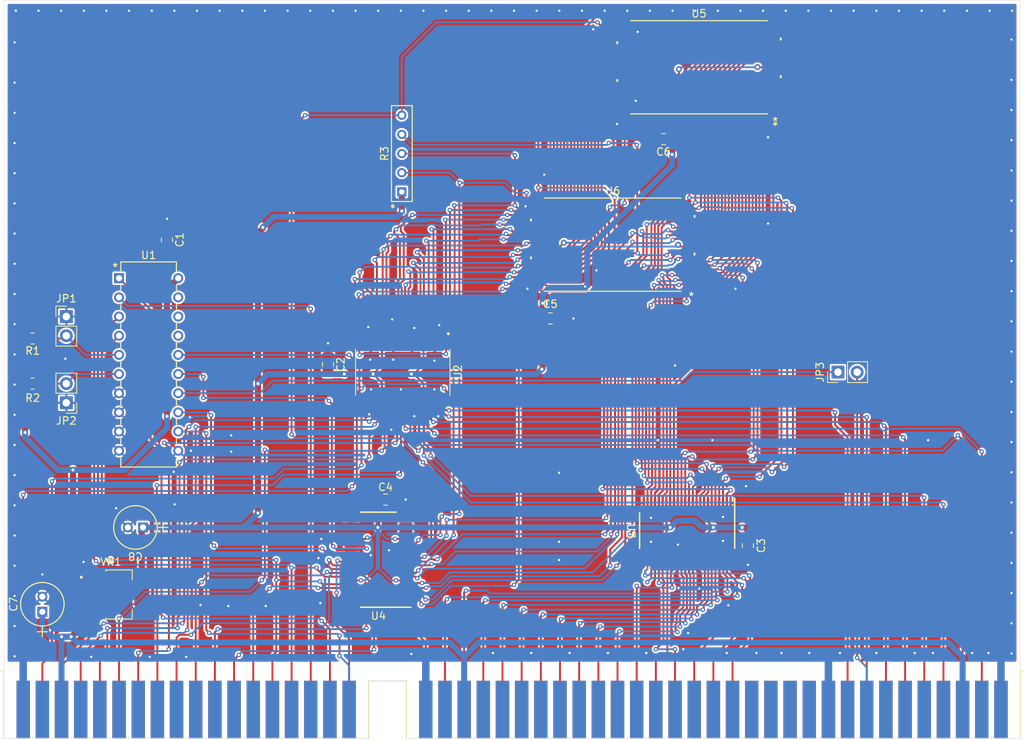
<source format=kicad_pcb>
(kicad_pcb (version 20241229) (generator "pcbnew") (generator_version "9.0")
  (layers (0 "F.Cu" signal) (2 "B.Cu" signal) (13 "F.Paste" user) (15 "B.Paste" user) (5 "F.SilkS" user "F.Silkscreen") (7 "B.SilkS" user "B.Silkscreen") (1 "F.Mask" user) (3 "B.Mask" user) (25 "Edge.Cuts" user))
  (net 0 "")
  (net 1 "MEMW")
  (net 2 "Net-(J1-D13)")
  (net 5 "BA12")
  (net 6 "BA13")
  (net 8 "LA19")
  (net 9 "Net-(J1-DB6)")
  (net 10 "BA01")
  (net 11 "BA11")
  (net 12 "Net-(J1-D12)")
  (net 14 "BA10")
  (net 15 "Net-(J1-D11)")
  (net 21 "MEMR")
  (net 22 "GND")
  (net 23 "LA18")
  (net 24 "Net-(J1-D10)")
  (net 25 "Net-(J1-DB5)")
  (net 27 "BA04")
  (net 28 "BA06")
  (net 29 "Net-(J1-D9)")
  (net 30 "Net-(J1-D14)")
  (net 32 "Net-(J1-DB4)")
  (net 34 "BA00")
  (net 35 "LA21")
  (net 37 "BA09")
  (net 42 "BA14")
  (net 43 "BA02")
  (net 44 "BA15")
  (net 45 "Net-(J1-NOWS)")
  (net 49 "BA03")
  (net 53 "+5V")
  (net 55 "LA20")
  (net 56 "Net-(J1-D8)")
  (net 59 "BA16")
  (net 61 "LA17")
  (net 63 "BA08")
  (net 66 "Net-(J1-D15)")
  (net 72 "Net-(J1-DB2)")
  (net 74 "Net-(J1-DB3)")
  (net 79 "Net-(J1-DB7)")
  (net 81 "LA23")
  (net 82 "LA22")
  (net 85 "BA07")
  (net 86 "SBHE")
  (net 90 "BA05")
  (net 91 "Net-(J1-DB0)")
  (net 92 "Net-(J1-DB1)")
  (net 93 "Net-(JP1-B)")
  (net 94 "Net-(JP2-B)")
  (net 95 "Net-(JP3-A)")
  (net 96 "OE")
  (net 97 "C1E")
  (net 98 "C2E")
  (net 99 "WE")
  (net 100 "TRANS_EN")
  (net 101 "MEMCS16")
  (net 102 "UB")
  (net 103 "LB")
  (net 104 "A20")
  (net 105 "D9")
  (net 106 "CS_HI")
  (net 108 "CS_LO")
  (net 111 "D4")
  (net 112 "D2")
  (net 113 "D5")
  (net 114 "D7")
  (net 115 "D0")
  (net 116 "D6")
  (net 117 "D10")
  (net 118 "D13")
  (net 119 "D1")
  (net 120 "D15")
  (net 121 "D12")
  (net 122 "D14")
  (net 123 "D3")
  (net 124 "D8")
  (net 125 "D11")
  (net 126 "A13")
  (net 127 "A0")
  (net 128 "A4")
  (net 129 "A15")
  (net 130 "A12")
  (net 131 "A9")
  (net 132 "A8")
  (net 133 "A7")
  (net 134 "A3")
  (net 135 "A10")
  (net 136 "A11")
  (net 137 "A14")
  (net 138 "A5")
  (net 139 "A6")
  (net 140 "A1")
  (net 141 "A2")
  (net 142 "A17")
  (net 143 "A16")
  (net 144 "A19")
  (net 145 "A18")
  (net 153 "+3.3V")
  (footprint "Project:SOP50P810X120-48N" (layer "F.Cu") (at 116.332 103.886 -90)
    (property "Reference" "U2")
    (property "Value" "SN74LVCR16245ADGGR")
  )
  (footprint "Capacitor_THT:CAP_PAN_5X11_PAN" (layer "F.Cu") (at 68.58 135.636 90)
    (property "Reference" "C7")
    (property "Value" "47uF")
  )
  (footprint "Resistor_SMD:R_0805_2012Metric_Pad1.20x1.40mm_HandSolder" (layer "F.Cu") (at 67.294 105.41 180)
    (property "Reference" "R2")
    (property "Value" "10k")
  )
  (footprint "Capacitor_THT:CAP_PAN_5X11_PAN" (layer "F.Cu") (at 81.915 124.46 180)
    (property "Reference" "C8")
    (property "Value" "47uF")
  )
  (footprint "Package_SO:SOT230P700X180-4N" (layer "F.Cu") (at 78.74 133.35)
    (property "Reference" "VR1")
    (property "Value" "LDL1117S33R")
  )
  (footprint "Project:DGG0048A_N" (layer "F.Cu") (at 154.003498 124.880998 -90)
    (property "Reference" "U3")
    (property "Value" "SN74LVC16244ADGGR")
  )
  (footprint "Resistor_SMD:R_0805_2012Metric_Pad1.20x1.40mm_HandSolder" (layer "F.Cu") (at 67.294 99.425)
    (property "Reference" "R1")
    (property "Value" "10k")
  )
  (footprint "Connector_PCBEdge:BUS_AT" (layer "F.Cu") (at 195.58 148.59)
    (property "Reference" "J1" (hide yes))
    (property "Value" "Bus_ISA_16bit")
  )
  (footprint "Project:TSOP-I-48_12X20_ALL" (layer "F.Cu") (at 155.575 63.5 180)
    (property "Reference" "U5")
    (property "Value" "AS6C3216A-55TIN")
  )
  (footprint "Capacitor_SMD:C_0805_2012Metric_Pad1.18x1.45mm_HandSolder" (layer "F.Cu") (at 85.09 86.36 -90)
    (property "Reference" "C1")
    (property "Value" ".1 uF")
  )
  (footprint "Capacitor_SMD:C_0805_2012Metric_Pad1.18x1.45mm_HandSolder" (layer "F.Cu") (at 150.876 73.025 180)
    (property "Reference" "C6")
    (property "Value" ".1 uF")
  )
  (footprint "Capacitor_SMD:C_0805_2012Metric_Pad1.18x1.45mm_HandSolder" (layer "F.Cu") (at 106.426 102.87 -90)
    (property "Reference" "C2")
    (property "Value" ".1 uF")
  )
  (footprint "Project:TSOP-I-48_12X20_ALL" (layer "F.Cu") (at 144.145 86.995 180)
    (property "Reference" "U6")
    (property "Value" "AS6C3216A-55TIN")
  )
  (footprint "Connector_PinHeader_2.54mm:PinHeader_1x02_P2.54mm_Vertical" (layer "F.Cu") (at 71.755 107.95 180)
    (property "Reference" "JP2")
    (property "Value" "MB Memory 2")
  )
  (footprint "Connector_PinHeader_2.54mm:PinHeader_1x02_P2.54mm_Vertical" (layer "F.Cu") (at 173.99 103.886 90)
    (property "Reference" "JP3")
    (property "Value" "0WS/Turbo")
  )
  (footprint "Connector_PinHeader_2.54mm:PinHeader_1x02_P2.54mm_Vertical" (layer "F.Cu") (at 71.755 96.52)
    (property "Reference" "JP1")
    (property "Value" "MB Memory 1")
  )
  (footprint "Project:CSC05_VIS" (layer "F.Cu") (at 116.205 80.01 90)
    (property "Reference" "R3")
    (property "Value" "10k")
  )
  (footprint "Capacitor_SMD:C_0805_2012Metric_Pad1.18x1.45mm_HandSolder" (layer "F.Cu") (at 135.89 96.774)
    (property "Reference" "C5")
    (property "Value" ".1 uF")
  )
  (footprint "Project:DGG0048A_N" (layer "F.Cu") (at 113.109501 128.734 180)
    (property "Reference" "U4")
    (property "Value" "SN74LVC16244ADGGR")
  )
  (footprint "Project:20P3_ATM" (layer "F.Cu") (at 78.74 91.44)
    (property "Reference" "U1")
    (property "Value" "ATF16V8B-15PU")
  )
  (footprint "Capacitor_SMD:C_0805_2012Metric_Pad1.18x1.45mm_HandSolder" (layer "F.Cu") (at 114.046 120.777 180)
    (property "Reference" "C4")
    (property "Value" ".1 uF")
  )
  (footprint "Capacitor_SMD:C_0805_2012Metric_Pad1.18x1.45mm_HandSolder" (layer "F.Cu") (at 162.052 126.873 90)
    (property "Reference" "C3")
    (property "Value" ".1 uF")
  )
  (gr_line (start 198.12 54.61) (end 63.5 54.61) (stroke (width 0.05)) (layer "Edge.Cuts"))
  (gr_line (start 67.31 152.4) (end 111.76 152.4) (stroke (width 0.05)) (layer "Edge.Cuts"))
  (gr_line (start 116.84 144.78) (end 116.84 152.4) (stroke (width 0.05)) (layer "Edge.Cuts"))
  (gr_line (start 111.76 144.78) (end 116.84 144.78) (stroke (width 0.05)) (layer "Edge.Cuts"))
  (gr_line (start 198.12 54.61) (end 198.12 152.4) (stroke (width 0.05)) (layer "Edge.Cuts"))
  (gr_line (start 111.76 152.4) (end 111.76 144.78) (stroke (width 0.05)) (layer "Edge.Cuts"))
  (gr_line (start 63.5 54.61) (end 63.5 143.51) (stroke (width 0.05)) (layer "Edge.Cuts"))
  (gr_line (start 63.5 152.4) (end 63.5 143.51) (stroke (width 0.05)) (layer "Edge.Cuts"))
  (gr_line (start 63.5 152.4) (end 67.31 152.4) (stroke (width 0.05)) (layer "Edge.Cuts"))
  (gr_line (start 116.84 152.4) (end 198.12 152.4) (stroke (width 0.05)) (layer "Edge.Cuts"))
  (segment (start 106.807 129.174002) (end 107.116999 129.484001) (width 0.25) (layer "F.Cu") (net 1))
  (segment (start 86.741 138.684) (end 86.36 139.065) (width 0.25) (layer "F.Cu") (net 1))
  (segment (start 106.553 128.778) (end 106.807 129.032) (width 0.25) (layer "F.Cu") (net 1))
  (segment (start 88.265 138.684) (end 86.741 138.684) (width 0.25) (layer "F.Cu") (net 1))
  (segment (start 106.807 129.032) (end 106.807 129.174002) (width 0.25) (layer "F.Cu") (net 1))
  (segment (start 86.36 139.065) (end 86.36 148.59) (width 0.25) (layer "F.Cu") (net 1))
  (segment (start 107.116999 129.484001) (end 109.484499 129.484001) (width 0.25) (layer "F.Cu") (net 1))
  (via (at 106.553 128.778) (size 0.6) (drill 0.3) (layers "F.Cu" "B.Cu") (net 1))
  (via (at 88.265 138.684) (size 0.6) (drill 0.3) (layers "F.Cu" "B.Cu") (net 1))
  (segment (start 106.922442 130.099703) (end 106.922442 130.618299) (width 0.25) (layer "B.Cu") (net 1))
  (segment (start 105.854798 137.4735) (end 105.336202 137.4735) (width 0.25) (layer "B.Cu") (net 1))
  (segment (start 106.553 129.733001) (end 106.55574 129.733001) (width 0.25) (layer "B.Cu") (net 1))
  (segment (start 106.553 130.985001) (end 106.553 136.775298) (width 0.25) (layer "B.Cu") (net 1))
  (segment (start 106.55574 130.985001) (end 106.553 130.985001) (width 0.25) (layer "B.Cu") (net 1))
  (segment (start 106.553 128.778) (end 106.553 129.733001) (width 0.25) (layer "B.Cu") (net 1))
  (segment (start 106.922442 130.618299) (end 106.55574 130.985001) (width 0.25) (layer "B.Cu") (net 1))
  (segment (start 105.336202 137.4735) (end 105.012702 137.15) (width 0.25) (layer "B.Cu") (net 1))
  (segment (start 89.799 137.15) (end 88.265 138.684) (width 0.25) (layer "B.Cu") (net 1))
  (segment (start 106.55574 129.733001) (end 106.922442 130.099703) (width 0.25) (layer "B.Cu") (net 1))
  (segment (start 105.012702 137.15) (end 89.799 137.15) (width 0.25) (layer "B.Cu") (net 1))
  (segment (start 106.553 136.775298) (end 105.854798 137.4735) (width 0.25) (layer "B.Cu") (net 1))
  (segment (start 71.12 148.59) (end 71.12 142.748) (width 0.25) (layer "F.Cu") (net 2))
  (segment (start 87.568401 113.891419) (end 87.376 113.699018) (width 0.25) (layer "F.Cu") (net 2))
  (segment (start 112.582 109.775355) (end 112.582 107.606) (width 0.25) (layer "F.Cu") (net 2))
  (segment (start 87.122 137.15) (end 87.376 136.896) (width 0.25) (layer "F.Cu") (net 2))
  (segment (start 76.717 137.151) (end 76.708 137.16) (width 0.25) (layer "F.Cu") (net 2))
  (segment (start 87.376 114.900982) (end 87.568401 114.708581) (width 0.25) (layer "F.Cu") (net 2))
  (segment (start 87.568401 111.577599) (end 88.011 111.135) (width 0.25) (layer "F.Cu") (net 2))
  (segment (start 87.376 112.360982) (end 87.568401 112.168581) (width 0.25) (layer "F.Cu") (net 2))
  (segment (start 87.376 113.699018) (end 87.376 112.360982) (width 0.25) (layer "F.Cu") (net 2))
  (segment (start 87.568401 112.168581) (end 87.568401 111.577599) (width 0.25) (layer "F.Cu") (net 2))
  (segment (start 87.376 136.896) (end 87.376 114.900982) (width 0.25) (layer "F.Cu") (net 2))
  (segment (start 71.12 142.748) (end 76.717 137.151) (width 0.25) (layer "F.Cu") (net 2))
  (segment (start 87.568401 114.708581) (end 87.568401 113.891419) (width 0.25) (layer "F.Cu") (net 2))
  (segment (start 111.917883 110.439472) (end 112.582 109.775355) (width 0.25) (layer "F.Cu") (net 2))
  (segment (start 111.879066 110.439472) (end 111.917883 110.439472) (width 0.25) (layer "F.Cu") (net 2))
  (via (at 76.708 137.16) (size 0.6) (drill 0.3) (layers "F.Cu" "B.Cu") (net 2))
  (via (at 88.011 111.135) (size 0.6) (drill 0.3) (layers "F.Cu" "B.Cu") (net 2))
  (via (at 111.879066 110.439472) (size 0.6) (drill 0.3) (layers "F.Cu" "B.Cu") (net 2))
  (via (at 87.122 137.15) (size 0.6) (drill 0.3) (layers "F.Cu" "B.Cu") (net 2))
  (segment (start 88.91 110.236) (end 111.675594 110.236) (width 0.25) (layer "B.Cu") (net 2))
  (segment (start 87.112 137.16) (end 87.122 137.15) (width 0.25) (layer "B.Cu") (net 2))
  (segment (start 88.011 111.135) (end 88.91 110.236) (width 0.25) (layer "B.Cu") (net 2))
  (segment (start 87.065 137.16) (end 87.112 137.16) (width 0.25) (layer "B.Cu") (net 2))
  (segment (start 76.708 137.16) (end 87.065 137.16) (width 0.25) (layer "B.Cu") (net 2))
  (segment (start 111.675594 110.236) (end 111.879066 110.439472) (width 0.25) (layer "B.Cu") (net 2))
  (segment (start 151.7535 129.565202) (end 151.7535 128.506) (width 0.25) (layer "F.Cu") (net 5))
  (segment (start 151.511 141.605) (end 151.384 141.478) (width 0.25) (layer "F.Cu") (net 5))
  (segment (start 149.86 148.59) (end 149.86 141.605) (width 0.25) (layer "F.Cu") (net 5))
  (segment (start 149.86 141.605) (end 151.511 141.605) (width 0.25) (layer "F.Cu") (net 5))
  (segment (start 151.384 141.478) (end 151.384 129.934702) (width 0.25) (layer "F.Cu") (net 5))
  (segment (start 151.384 129.934702) (end 151.7535 129.565202) (width 0.25) (layer "F.Cu") (net 5))
  (segment (start 150.9178 131.547702) (end 150.9178 132.066298) (width 0.25) (layer "F.Cu") (net 6))
  (segment (start 150.753499 132.474499) (end 150.867 132.588) (width 0.25) (layer "F.Cu") (net 6))
  (segment (start 152.4 148.59) (end 152.4 141.605) (width 0.25) (layer "F.Cu") (net 6))
  (segment (start 150.753499 128.506) (end 150.777498 128.529999) (width 0.25) (layer "F.Cu") (net 6))
  (segment (start 150.867 139.593) (end 149.86 140.6) (width 0.25) (layer "F.Cu") (net 6))
  (segment (start 150.753499 131.383401) (end 150.9178 131.547702) (width 0.25) (layer "F.Cu") (net 6))
  (segment (start 152.4 141.605) (end 152.4 140.6) (width 0.25) (layer "F.Cu") (net 6))
  (segment (start 150.9178 132.066298) (end 150.753499 132.230599) (width 0.25) (layer "F.Cu") (net 6))
  (segment (start 150.867 132.588) (end 150.867 139.593) (width 0.25) (layer "F.Cu") (net 6))
  (segment (start 150.753499 128.506) (end 150.753499 131.383401) (width 0.25) (layer "F.Cu") (net 6))
  (segment (start 150.753499 132.230599) (end 150.753499 132.474499) (width 0.25) (layer "F.Cu") (net 6))
  (via (at 152.4 140.6) (size 0.6) (drill 0.3) (layers "F.Cu" "B.Cu") (net 6))
  (via (at 149.86 140.6) (size 0.6) (drill 0.3) (layers "F.Cu" "B.Cu") (net 6))
  (segment (start 152.4 140.6) (end 149.86 140.6) (width 0.25) (layer "B.Cu") (net 6))
  (segment (start 96.52 141.732) (end 96.52 134.747) (width 0.25) (layer "F.Cu") (net 8))
  (segment (start 96.52 134.747) (end 98.679 132.588) (width 0.25) (layer "F.Cu") (net 8))
  (segment (start 96.52 148.59) (end 96.52 141.732) (width 0.25) (layer "F.Cu") (net 8))
  (segment (start 105.101009 132.484) (end 109.484499 132.484) (width 0.25) (layer "F.Cu") (net 8))
  (via (at 105.101009 132.484) (size 0.6) (drill 0.3) (layers "F.Cu" "B.Cu") (net 8))
  (via (at 98.679 132.588) (size 0.6) (drill 0.3) (layers "F.Cu" "B.Cu") (net 8))
  (segment (start 99.000142 132.266858) (end 98.679 132.588) (width 0.25) (layer "B.Cu") (net 8))
  (segment (start 105.101009 132.484) (end 104.883867 132.266858) (width 0.25) (layer "B.Cu") (net 8))
  (segment (start 104.883867 132.266858) (end 99.000142 132.266858) (width 0.25) (layer "B.Cu") (net 8))
  (segment (start 190.5 141.732) (end 190.5 112.893) (width 0.25) (layer "F.Cu") (net 9))
  (segment (start 117.348 113.284) (end 118.364 114.3) (width 0.25) (layer "F.Cu") (net 9))
  (segment (start 117.082 110.224) (end 117.082 107.606) (width 0.25) (layer "F.Cu") (net 9))
  (segment (start 117.348 110.49) (end 117.348 113.284) (width 0.25) (layer "F.Cu") (net 9))
  (segment (start 190.5 112.893) (end 189.865 112.258) (width 0.25) (layer "F.Cu") (net 9))
  (segment (start 190.5 148.59) (end 190.5 141.732) (width 0.25) (layer "F.Cu") (net 9))
  (segment (start 117.348 110.49) (end 117.082 110.224) (width 0.25) (layer "F.Cu") (net 9))
  (via (at 118.364 114.3) (size 0.6) (drill 0.3) (layers "F.Cu" "B.Cu") (net 9))
  (via (at 189.865 112.258) (size 0.6) (drill 0.3) (layers "F.Cu" "B.Cu") (net 9))
  (segment (start 119.126 113.538) (end 118.364 114.3) (width 0.25) (layer "B.Cu") (net 9))
  (segment (start 187.823 114.3) (end 163.059 114.3) (width 0.25) (layer "B.Cu") (net 9))
  (segment (start 163.059 114.167702) (end 162.429298 113.538) (width 0.25) (layer "B.Cu") (net 9))
  (segment (start 163.059 114.3) (end 163.059 114.167702) (width 0.25) (layer "B.Cu") (net 9))
  (segment (start 189.865 112.258) (end 187.823 114.3) (width 0.25) (layer "B.Cu") (net 9))
  (segment (start 162.429298 113.538) (end 119.126 113.538) (width 0.25) (layer "B.Cu") (net 9))
  (segment (start 159.2535 130.3483) (end 159.2535 128.506) (width 0.25) (layer "F.Cu") (net 10))
  (segment (start 160.665 133.5024) (end 160.665 133.4008) (width 0.25) (layer "F.Cu") (net 10))
  (segment (start 160.6296 131.7244) (end 159.2535 130.3483) (width 0.25) (layer "F.Cu") (net 10))
  (segment (start 122.174 133.985) (end 121.92 134.239) (width 0.25) (layer "F.Cu") (net 10))
  (segment (start 160.665 133.4008) (end 160.6332 133.369) (width 0.25) (layer "F.Cu") (net 10))
  (segment (start 160.6296 133.3654) (end 160.6296 131.7244) (width 0.25) (layer "F.Cu") (net 10))
  (segment (start 160.665 133.4008) (end 160.6296 133.3654) (width 0.25) (layer "F.Cu") (net 10))
  (segment (start 121.92 134.239) (end 121.92 148.59) (width 0.25) (layer "F.Cu") (net 10))
  (via (at 122.174 133.985) (size 0.6) (drill 0.3) (layers "F.Cu" "B.Cu") (net 10))
  (via (at 160.665 133.5024) (size 0.6) (drill 0.3) (layers "F.Cu" "B.Cu") (net 10))
  (segment (start 127.513298 133.476) (end 126.994702 133.476) (width 0.25) (layer "B.Cu") (net 10))
  (segment (start 127.698298 133.661) (end 127.513298 133.476) (width 0.25) (layer "B.Cu") (net 10))
  (segment (start 160.665 133.5024) (end 160.5724 133.595) (width 0.25) (layer "B.Cu") (net 10))
  (segment (start 126.765102 133.7056) (end 122.4534 133.7056) (width 0.25) (layer "B.Cu") (net 10))
  (segment (start 126.994702 133.476) (end 126.765102 133.7056) (width 0.25) (layer "B.Cu") (net 10))
  (segment (start 157.572698 133.661) (end 127.698298 133.661) (width 0.25) (layer "B.Cu") (net 10))
  (segment (start 122.4534 133.7056) (end 122.174 133.985) (width 0.25) (layer "B.Cu") (net 10))
  (segment (start 158.276294 133.476) (end 157.757698 133.476) (width 0.25) (layer "B.Cu") (net 10))
  (segment (start 158.395294 133.595) (end 158.276294 133.476) (width 0.25) (layer "B.Cu") (net 10))
  (segment (start 160.5724 133.595) (end 158.395294 133.595) (width 0.25) (layer "B.Cu") (net 10))
  (segment (start 157.757698 133.476) (end 157.572698 133.661) (width 0.25) (layer "B.Cu") (net 10))
  (segment (start 152.253499 129.950501) (end 152.253499 128.506) (width 0.25) (layer "F.Cu") (net 11))
  (segment (start 152.253499 128.506) (end 152.273 128.525501) (width 0.25) (layer "F.Cu") (net 11))
  (segment (start 151.8412 131.826) (end 151.8412 130.3628) (width 0.25) (layer "F.Cu") (net 11))
  (segment (start 152.009 131.9938) (end 151.8412 131.826) (width 0.25) (layer "F.Cu") (net 11))
  (segment (start 151.8412 130.3628) (end 152.253499 129.950501) (width 0.25) (layer "F.Cu") (net 11))
  (segment (start 147.32 132.207) (end 147.32 148.59) (width 0.25) (layer "F.Cu") (net 11))
  (segment (start 152.009 132.432) (end 152.009 131.9938) (width 0.25) (layer "F.Cu") (net 11))
  (via (at 152.009 132.432) (size 0.6) (drill 0.3) (layers "F.Cu" "B.Cu") (net 11))
  (via (at 147.32 132.207) (size 0.6) (drill 0.3) (layers "F.Cu" "B.Cu") (net 11))
  (segment (start 147.545 132.432) (end 147.32 132.207) (width 0.25) (layer "B.Cu") (net 11))
  (segment (start 152.009 132.432) (end 147.545 132.432) (width 0.25) (layer "B.Cu") (net 11))
  (segment (start 113.082 110.316116) (end 113.082 107.606) (width 0.25) (layer "F.Cu") (net 12))
  (segment (start 88.894883 123.576117) (end 87.830702 124.640298) (width 0.25) (layer "F.Cu") (net 12))
  (segment (start 112.588058 110.810058) (end 113.082 110.316116) (width 0.25) (layer "F.Cu") (net 12))
  (segment (start 87.830702 137.975298) (end 87.757 138.049) (width 0.25) (layer "F.Cu") (net 12))
  (segment (start 88.894883 111.135001) (end 88.894883 123.576117) (width 0.25) (layer "F.Cu") (net 12))
  (segment (start 87.830702 124.640298) (end 87.830702 137.975298) (width 0.25) (layer "F.Cu") (net 12))
  (segment (start 75.951883 139.186117) (end 73.66 141.478) (width 0.25) (layer "F.Cu") (net 12))
  (segment (start 73.66 141.478) (end 73.66 148.59) (width 0.25) (layer "F.Cu") (net 12))
  (segment (start 75.951883 139.175117) (end 75.951883 139.186117) (width 0.25) (layer "F.Cu") (net 12))
  (segment (start 76.327 138.8) (end 75.951883 139.175117) (width 0.25) (layer "F.Cu") (net 12))
  (via (at 112.588058 110.810058) (size 0.6) (drill 0.3) (layers "F.Cu" "B.Cu") (net 12))
  (via (at 76.327 138.8) (size 0.6) (drill 0.3) (layers "F.Cu" "B.Cu") (net 12))
  (via (at 88.894883 111.135001) (size 0.6) (drill 0.3) (layers "F.Cu" "B.Cu") (net 12))
  (via (at 87.757 138.049) (size 0.6) (drill 0.3) (layers "F.Cu" "B.Cu") (net 12))
  (segment (start 112.588058 110.810058) (end 112.263115 111.135001) (width 0.25) (layer "B.Cu") (net 12))
  (segment (start 112.263115 111.135001) (end 88.894883 111.135001) (width 0.25) (layer "B.Cu") (net 12))
  (segment (start 76.697 138.43) (end 87.376 138.43) (width 0.25) (layer "B.Cu") (net 12))
  (segment (start 87.376 138.43) (end 87.757 138.049) (width 0.25) (layer "B.Cu") (net 12))
  (segment (start 76.327 138.8) (end 76.697 138.43) (width 0.25) (layer "B.Cu") (net 12))
  (segment (start 152.6794 138.283049) (end 152.6794 138.097847) (width 0.25) (layer "F.Cu") (net 14))
  (segment (start 152.715656 138.319305) (end 152.6794 138.283049) (width 0.25) (layer "F.Cu") (net 14))
  (segment (start 153.2535 128.506) (end 153.277498 128.529998) (width 0.25) (layer "F.Cu") (net 14))
  (segment (start 152.616851 135.892421) (end 153.517 134.992272) (width 0.25) (layer "F.Cu") (net 14))
  (segment (start 152.441851 137.341702) (end 152.616851 137.166702) (width 0.25) (layer "F.Cu") (net 14))
  (segment (start 153.517 131.04643) (end 153.2535 130.78293) (width 0.25) (layer "F.Cu") (net 14))
  (segment (start 144.78 138.48) (end 145.034 138.226) (width 0.25) (layer "F.Cu") (net 14))
  (segment (start 144.78 148.59) (end 144.78 141.605) (width 0.25) (layer "F.Cu") (net 14))
  (segment (start 153.2535 130.78293) (end 153.2535 128.506) (width 0.25) (layer "F.Cu") (net 14))
  (segment (start 144.78 141.605) (end 144.78 138.48) (width 0.25) (layer "F.Cu") (net 14))
  (segment (start 153.517 134.992272) (end 153.517 131.04643) (width 0.25) (layer "F.Cu") (net 14))
  (segment (start 152.441851 137.860298) (end 152.441851 137.341702) (width 0.25) (layer "F.Cu") (net 14))
  (segment (start 152.6794 138.097847) (end 152.441851 137.860298) (width 0.25) (layer "F.Cu") (net 14))
  (segment (start 152.616851 137.166702) (end 152.616851 135.892421) (width 0.25) (layer "F.Cu") (net 14))
  (via (at 145.034 138.226) (size 0.6) (drill 0.3) (layers "F.Cu" "B.Cu") (net 14))
  (via (at 152.715656 138.319305) (size 0.6) (drill 0.3) (layers "F.Cu" "B.Cu") (net 14))
  (segment (start 145.034 138.226) (end 152.622351 138.226) (width 0.25) (layer "B.Cu") (net 14))
  (segment (start 152.622351 138.226) (end 152.715656 138.319305) (width 0.25) (layer "B.Cu") (net 14))
  (segment (start 77.187627 140.490373) (end 77.187627 137.800283) (width 0.25) (layer "F.Cu") (net 15))
  (segment (start 86.487 137.785) (end 86.487 136.388) (width 0.25) (layer "F.Cu") (net 15))
  (segment (start 111.887 112.395) (end 114.082 110.2) (width 0.25) (layer "F.Cu") (net 15))
  (segment (start 76.2 141.478) (end 77.187627 140.490373) (width 0.25) (layer "F.Cu") (net 15))
  (segment (start 86.751 136.124) (end 86.751 115.824) (width 0.25) (layer "F.Cu") (net 15))
  (segment (start 76.2 148.59) (end 76.2 141.478) (width 0.25) (layer "F.Cu") (net 15))
  (segment (start 86.487 136.388) (end 86.751 136.124) (width 0.25) (layer "F.Cu") (net 15))
  (segment (start 114.082 110.2) (end 114.082 107.606) (width 0.25) (layer "F.Cu") (net 15))
  (segment (start 111.887 115.062) (end 111.887 112.395) (width 0.25) (layer "F.Cu") (net 15))
  (via (at 111.887 115.062) (size 0.6) (drill 0.3) (layers "F.Cu" "B.Cu") (net 15))
  (via (at 86.751 115.824) (size 0.6) (drill 0.3) (layers "F.Cu" "B.Cu") (net 15))
  (via (at 86.487 137.785) (size 0.6) (drill 0.3) (layers "F.Cu" "B.Cu") (net 15))
  (via (at 77.187627 137.800283) (size 0.6) (drill 0.3) (layers "F.Cu" "B.Cu") (net 15))
  (segment (start 85.09 137.785) (end 85.074717 137.800283) (width 0.25) (layer "B.Cu") (net 15))
  (segment (start 85.074717 137.800283) (end 77.187627 137.800283) (width 0.25) (layer "B.Cu") (net 15))
  (segment (start 111.50097 115.44803) (end 87.12697 115.44803) (width 0.25) (layer "B.Cu") (net 15))
  (segment (start 86.487 137.785) (end 85.09 137.785) (width 0.25) (layer "B.Cu") (net 15))
  (segment (start 111.887 115.062) (end 111.50097 115.44803) (width 0.25) (layer "B.Cu") (net 15))
  (segment (start 87.12697 115.44803) (end 86.751 115.824) (width 0.25) (layer "B.Cu") (net 15))
  (segment (start 106.296442 130.359001) (end 106.421443 130.484002) (width 0.25) (layer "F.Cu") (net 21))
  (segment (start 88.9 132.471) (end 88.9 141.605) (width 0.25) (layer "F.Cu") (net 21))
  (segment (start 89.672 131.699) (end 88.9 132.471) (width 0.25) (layer "F.Cu") (net 21))
  (segment (start 106.421443 130.484002) (end 109.484499 130.484002) (width 0.25) (layer "F.Cu") (net 21))
  (segment (start 88.9 148.59) (end 88.9 141.605) (width 0.25) (layer "F.Cu") (net 21))
  (via (at 106.296442 130.359001) (size 0.6) (drill 0.3) (layers "F.Cu" "B.Cu") (net 21))
  (via (at 89.672 131.699) (size 0.6) (drill 0.3) (layers "F.Cu" "B.Cu") (net 21))
  (segment (start 105.845443 130.81) (end 106.296442 130.359001) (width 0.25) (layer "B.Cu") (net 21))
  (segment (start 90.561 130.81) (end 105.845443 130.81) (width 0.25) (layer "B.Cu") (net 21))
  (segment (start 89.672 131.699) (end 90.561 130.81) (width 0.25) (layer "B.Cu") (net 21))
  (segment (start 112.071 98.228) (end 111.76 97.917) (width 0.25) (layer "F.Cu") (net 22))
  (segment (start 112.071 100.155) (end 112.071 98.228) (width 0.25) (layer "F.Cu") (net 22))
  (segment (start 112.082 100.166) (end 112.071 100.155) (width 0.25) (layer "F.Cu") (net 22))
  (via (at 74.041 129.032) (size 0.6) (drill 0.3) (layers "F.Cu" "B.Cu") (net 22))
  (via (at 196.977 97.158) (size 0.6) (drill 0.3) (layers "F.Cu" "B.Cu") (net 22))
  (via (at 117.475 141.224) (size 0.6) (drill 0.3) (layers "F.Cu" "B.Cu") (net 22))
  (via (at 80.07 56.007) (size 0.6) (drill 0.3) (layers "F.Cu" "B.Cu") (net 22))
  (via (at 159.258 141.097) (size 0.6) (drill 0.3) (layers "F.Cu" "B.Cu") (net 22))
  (via (at 155.6004 132.5626) (size 0.6) (drill 0.3) (layers "F.Cu" "B.Cu") (net 22))
  (via (at 133.35 141.097) (size 0.6) (drill 0.3) (layers "F.Cu" "B.Cu") (net 22))
  (via (at 114.935 96.901) (size 0.6) (drill 0.3) (layers "F.Cu" "B.Cu") (net 22))
  (via (at 196.977 101.158) (size 0.6) (drill 0.3) (layers "F.Cu" "B.Cu") (net 22))
  (via (at 149.225 126.365) (size 0.6) (drill 0.3) (layers "F.Cu" "B.Cu") (net 22))
  (via (at 158.75 126.238) (size 0.6) (drill 0.3) (layers "F.Cu" "B.Cu") (net 22))
  (via (at 155.07 56.007) (size 0.6) (drill 0.3) (layers "F.Cu" "B.Cu") (net 22))
  (via (at 137.033 128.778) (size 0.6) (drill 0.3) (layers "F.Cu" "B.Cu") (net 22))
  (via (at 121.031 109.728) (size 0.6) (drill 0.3) (layers "F.Cu" "B.Cu") (net 22))
  (via (at 132.842 92.837) (size 0.6) (drill 0.3) (layers "F.Cu" "B.Cu") (net 22))
  (via (at 64.897 85.533) (size 0.6) (drill 0.3) (layers "F.Cu" "B.Cu") (net 22))
  (via (at 140.07 56.007) (size 0.6) (drill 0.3) (layers "F.Cu" "B.Cu") (net 22))
  (via (at 161.798 118.999) (size 0.6) (drill 0.3) (layers "F.Cu" "B.Cu") (net 22))
  (via (at 197.07 56.007) (size 0.6) (drill 0.3) (layers "F.Cu" "B.Cu") (net 22))
  (via (at 157.353 112.903) (size 0.6) (drill 0.3) (layers "F.Cu" "B.Cu") (net 22))
  (via (at 196.977 69.158) (size 0.6) (drill 0.3) (layers "F.Cu" "B.Cu") (net 22))
  (via (at 113.07 56.007) (size 0.6) (drill 0.3) (layers "F.Cu" "B.Cu") (net 22))
  (via (at 158.07 56.007) (size 0.6) (drill 0.3) (layers "F.Cu" "B.Cu") (net 22))
  (via (at 64.897 125.533) (size 0.6) (drill 0.3) (layers "F.Cu" "B.Cu") (net 22))
  (via (at 88.138 109.855) (size 0.6) (drill 0.3) (layers "F.Cu" "B.Cu") (net 22))
  (via (at 116.07 56.007) (size 0.6) (drill 0.3) (layers "F.Cu" "B.Cu") (net 22))
  (via (at 193.929 141.097) (size 0.6) (drill 0.3) (layers "F.Cu" "B.Cu") (net 22))
  (via (at 146.07 56.007) (size 0.6) (drill 0.3) (layers "F.Cu" "B.Cu") (net 22))
  (via (at 147.193 67.945) (size 0.6) (drill 0.3) (layers "F.Cu" "B.Cu") (net 22))
  (via (at 71.628 102.108) (size 0.6) (drill 0.3) (layers "F.Cu" "B.Cu") (net 22))
  (via (at 64.897 73.533) (size 0.6) (drill 0.3) (layers "F.Cu" "B.Cu") (net 22))
  (via (at 196.977 137.158) (size 0.6) (drill 0.3) (layers "F.Cu" "B.Cu") (net 22))
  (via (at 137.033 117.221) (size 0.6) (drill 0.3) (layers "F.Cu" "B.Cu") (net 22))
  (via (at 188.07 56.007) (size 0.6) (drill 0.3) (layers "F.Cu" "B.Cu") (net 22))
  (via (at 64.897 77.533) (size 0.6) (drill 0.3) (layers "F.Cu" "B.Cu") (net 22))
  (via (at 112.014 102.235) (size 0.6) (drill 0.3) (layers "F.Cu" "B.Cu") (net 22))
  (via (at 173.07 56.007) (size 0.6) (drill 0.3) (layers "F.Cu" "B.Cu") (net 22))
  (via (at 93.599 112.268) (size 0.6) (drill 0.3) (layers "F.Cu" "B.Cu") (net 22))
  (via (at 64.897 137.533) (size 0.6) (drill 0.3) (layers "F.Cu" "B.Cu") (net 22))
  (via (at 86.106 121.412) (size 0.6) (drill 0.3) (layers "F.Cu" "B.Cu") (net 22))
  (via (at 196.977 105.158) (size 0.6) (drill 0.3) (layers "F.Cu" "B.Cu") (net 22))
  (via (at 191.07 56.007) (size 0.6) (drill 0.3) (layers "F.Cu" "B.Cu") (net 22))
  (via (at 125.07 56.007) (size 0.6) (drill 0.3) (layers "F.Cu" "B.Cu") (net 22))
  (via (at 117.856 98.044) (size 0.6) (drill 0.3) (layers "F.Cu" "B.Cu") (net 22))
  (via (at 116.713 120.777) (size 0.6) (drill 0.3) (layers "F.Cu" "B.Cu") (net 22))
  (via (at 82.804 141.605) (size 0.6) (drill 0.3) (layers "F.Cu" "B.Cu") (net 22))
  (via (at 107.07 56.007) (size 0.6) (drill 0.3) (layers "F.Cu" "B.Cu") (net 22))
  (via (at 135.0772 77.724) (size 0.6) (drill 0.3) (layers "F.Cu" "B.Cu") (net 22))
  (via (at 64.897 60.192) (size 0.6) (drill 0.3) (layers "F.Cu" "B.Cu") (net 22))
  (via (at 98.07 56.007) (size 0.6) (drill 0.3) (layers "F.Cu" "B.Cu") (net 22))
  (via (at 164.719 84.201) (size 0.6) (drill 0.3) (layers "F.Cu" "B.Cu") (net 22))
  (via (at 186.563 141.097) (size 0.6) (drill 0.3) (layers "F.Cu" "B.Cu") (net 22))
  (via (at 128.07 56.007) (size 0.6) (drill 0.3) (layers "F.Cu" "B.Cu") (net 22))
  (via (at 143.07 56.007) (size 0.6) (drill 0.3) (layers "F.Cu" "B.Cu") (net 22))
  (via (at 68.07 56.007) (size 0.6) (drill 0.3) (layers "F.Cu" "B.Cu") (net 22))
  (via (at 196.977 125.158) (size 0.6) (drill 0.3) (layers "F.Cu" "B.Cu") (net 22))
  (via (at 154.1272 138.4554) (size 0.6) (drill 0.3) (layers "F.Cu" "B.Cu") (net 22))
  (via (at 78.359 121.92) (size 0.6) (drill 0.3) (layers "F.Cu" "B.Cu") (net 22))
  (via (at 85.09 83.566) (size 0.6) (drill 0.3) (layers "F.Cu" "B.Cu") (net 22))
  (via (at 93.599 114.427) (size 0.6) (drill 0.3) (layers "F.Cu" "B.Cu") (net 22))
  (via (at 170.18 141.097) (size 0.6) (drill 0.3) (layers "F.Cu" "B.Cu") (net 22))
  (via (at 64.897 69.533) (size 0.6) (drill 0.3) (layers "F.Cu" "B.Cu") (net 22))
  (via (at 132.588 81.915) (size 0.6) (drill 0.3) (layers "F.Cu" "B.Cu") (net 22))
  (via (at 196.977 141.158) (size 0.6) (drill 0.3) (layers "F.Cu" "B.Cu") (net 22))
  (via (at 101.07 56.007) (size 0.6) (drill 0.3) (layers "F.Cu" "B.Cu") (net 22))
  (via (at 182.07 56.007) (size 0.6) (drill 0.3) (layers "F.Cu" "B.Cu") (net 22))
  (via (at 170.07 56.007) (size 0.6) (drill 0.3) (layers "F.Cu" "B.Cu") (net 22))
  (via (at 196.977 109.158) (size 0.6) (drill 0.3) (layers "F.Cu" "B.Cu") (net 22))
  (via (at 89.535 134.747) (size 0.6) (drill 0.3) (layers "F.Cu" "B.Cu") (net 22))
  (via (at 143.51 141.097) (size 0.6) (drill 0.3) (layers "F.Cu" "B.Cu") (net 22))
  (via (at 164.719 72.771) (size 0.6) (drill 0.3) (layers "F.Cu" "B.Cu") (net 22))
  (via (at 163.195 141.097) (size 0.6) (drill 0.3) (layers "F.Cu" "B.Cu") (net 22))
  (via (at 111.887 109.474) (size 0.6) (drill 0.3) (layers "F.Cu" "B.Cu") (net 22))
  (via (at 120.523 102.362) (size 0.6) (drill 0.3) (layers "F.Cu" "B.Cu") (net 22))
  (via (at 86.07 56.007) (size 0.6) (drill 0.3) (layers "F.Cu" "B.Cu") (net 22))
  (via (at 114.808 111.506) (size 0.6) (drill 0.3) (layers "F.Cu" "B.Cu") (net 22))
  (via (at 176.07 56.007) (size 0.6) (drill 0.3) (layers "F.Cu" "B.Cu") (net 22))
  (via (at 104.07 56.007) (size 0.6) (drill 0.3) (layers "F.Cu" "B.Cu") (net 22))
  (via (at 152.8572 132.4864) (size 0.6) (drill 0.3) (layers "F.Cu" "B.Cu") (net 22))
  (via (at 64.897 97.533) (size 0.6) (drill 0.3) (layers "F.Cu" "B.Cu") (net 22))
  (via (at 152.07 56.007) (size 0.6) (drill 0.3) (layers "F.Cu" "B.Cu") (net 22))
  (via (at 64.897 113.533) (size 0.6) (drill 0.3) (layers "F.Cu" "B.Cu") (net 22))
  (via (at 196.977 133.158) (size 0.6) (drill 0.3) (layers "F.Cu" "B.Cu") (net 22))
  (via (at 162.052 129.413) (size 0.6) (drill 0.3) (layers "F.Cu" "B.Cu") (net 22))
  (via (at 75.057 141.605) (size 0.6) (drill 0.3) (layers "F.Cu" "B.Cu") (net 22))
  (via (at 128.27 141.097) (size 0.6) (drill 0.3) (layers "F.Cu" "B.Cu") (net 22))
  (via (at 64.897 101.533) (size 0.6) (drill 0.3) (layers "F.Cu" "B.Cu") (net 22))
  (via (at 191.77 141.097) (size 0.6) (drill 0.3) (layers "F.Cu" "B.Cu") (net 22))
  (via (at 194.07 56.007) (size 0.6) (drill 0.3) (layers "F.Cu" "B.Cu") (net 22))
  (via (at 68.58 130.683) (size 0.6) (drill 0.3) (layers "F.Cu" "B.Cu") (net 22))
  (via (at 105.156 128.524) (size 0.6) (drill 0.3) (layers "F.Cu" "B.Cu") (net 22))
  (via (at 121.158 97.663) (size 0.6) (drill 0.3) (layers "F.Cu" "B.Cu") (net 22))
  (via (at 161.07 56.007) (size 0.6) (drill 0.3) (layers "F.Cu" "B.Cu") (net 22))
  (via (at 184.15 141.097) (size 0.6) (drill 0.3) (layers "F.Cu" "B.Cu") (net 22))
  (via (at 106.426 100.076) (size 0.6) (drill 0.3) (layers "F.Cu" "B.Cu") (net 22))
  (via (at 153.4922 140.6) (size 0.6) (drill 0.3) (layers "F.Cu" "B.Cu") (net 22))
  (via (at 149.07 56.007) (size 0.6) (drill 0.3) (layers "F.Cu" "B.Cu") (net 22))
  (via (at 185.928 112.903) (size 0.6) (drill 0.3) (layers "F.Cu" "B.Cu") (net 22))
  (via (at 138.938 96.774) (size 0.6) (drill 0.3) (layers "F.Cu" "B.Cu") (net 22))
  (via (at 137.033 126.365) (size 0.6) (drill 0.3) (layers "F.Cu" "B.Cu") (net 22))
  (via (at 167.07 56.007) (size 0.6) (drill 0.3) (layers "F.Cu" "B.Cu") (net 22))
  (via (at 120.523 106.172) (size 0.6) (drill 0.3) (layers "F.Cu" "B.Cu") (net 22))
  (via (at 105.537 125.984) (size 0.6) (drill 0.3) (layers "F.Cu" "B.Cu") (net 22))
  (via (at 64.897 141.533) (size 0.6) (drill 0.3) (layers "F.Cu" "B.Cu") (net 22))
  (via (at 160.401 92.837) (size 0.6) (drill 0.3) (layers "F.Cu" "B.Cu") (net 22))
  (via (at 137.07 56.007) (size 0.6) (drill 0.3) (layers "F.Cu" "B.Cu") (net 22))
  (via (at 114.5032 127.4826) (size 0.6) (drill 0.3) (layers "F.Cu" "B.Cu") (net 22))
  (via (at 89.07 56.007) (size 0.6) (drill 0.3) (layers "F.Cu" "B.Cu") (net 22))
  (via (at 196.977 85.158) (size 0.6) (drill 0.3) (layers "F.Cu" "B.Cu") (net 22))
  (via (at 92.07 56.007) (size 0.6) (drill 0.3) (layers "F.Cu" "B.Cu") (net 22))
  (via (at 150.114 112.903) (size 0.6) (drill 0.3) (layers "F.Cu" "B.Cu") (net 22))
  (via (at 174.244 141.097) (size 0.6) (drill 0.3) (layers "F.Cu" "B.Cu") (net 22))
  (via (at 116.078 106.172) (size 0.6) (drill 0.3) (layers "F.Cu" "B.Cu") (net 22))
  (via (at 179.07 141.097) (size 0.6) (drill 0.3) (layers "F.Cu" "B.Cu") (net 22))
  (via (at 74.07 56.007) (size 0.6) (drill 0.3) (layers "F.Cu" "B.Cu") (net 22))
  (via (at 71.07 56.007) (size 0.6) (drill 0.3) (layers "F.Cu" "B.Cu") (net 22))
  (via (at 64.897 89.533) (size 0.6) (drill 0.3) (layers "F.Cu" "B.Cu") (net 22))
  (via (at 166.497 141.097) (size 0.6) (drill 0.3) (layers "F.Cu" "B.Cu") (net 22))
  (via (at 196.977 77.158) (size 0.6) (drill 0.3) (layers "F.Cu" "B.Cu") (net 22))
  (via (at 196.977 65.158) (size 0.6) (drill 0.3) (layers "F.Cu" "B.Cu") (net 22))
  (via (at 64.897 81.533) (size 0.6) (drill 0.3) (layers "F.Cu" "B.Cu") (net 22))
  (via (at 119.07 56.007) (size 0.6) (drill 0.3) (layers "F.Cu" "B.Cu") (net 22))
  (via (at 64.897 109.533) (size 0.6) (drill 0.3) (layers "F.Cu" "B.Cu") (net 22))
  (via (at 87.63 141.605) (size 0.6) (drill 0.3) (layers "F.Cu" "B.Cu") (net 22))
  (via (at 64.897 133.533) (size 0.6) (drill 0.3) (layers "F.Cu" "B.Cu") (net 22))
  (via (at 85.979 117.094) (size 0.6) (drill 0.3) (layers "F.Cu" "B.Cu") (net 22))
  (via (at 164.07 56.007) (size 0.6) (drill 0.3) (layers "F.Cu" "B.Cu") (net 22))
  (via (at 196.977 117.158) (size 0.6) (drill 0.3) (layers "F.Cu" "B.Cu") (net 22))
  (via (at 159.4612 134.7724) (size 0.6) (drill 0.3) (layers "F.Cu" "B.Cu") (net 22))
  (via (at 134.07 56.007) (size 0.6) (drill 0.3) (layers "F.Cu" "B.Cu") (net 22))
  (via (at 148.59 141.097) (size 0.6) (drill 0.3) (layers "F.Cu" "B.Cu") (net 22))
  (via (at 196.977 93.158) (size 0.6) (drill 0.3) (layers "F.Cu" "B.Cu") (net 22))
  (via (at 196.977 89.158) (size 0.6) (drill 0.3) (layers "F.Cu" "B.Cu") (net 22))
  (via (at 152.4 102.997) (size 0.6) (drill 0.3) (layers "F.Cu" "B.Cu") (net 22))
  (via (at 64.897 121.533) (size 0.6) (drill 0.3) (layers "F.Cu" "B.Cu") (net 22))
  (via (at 179.07 56.007) (size 0.6) (drill 0.3) (layers "F.Cu" "B.Cu") (net 22))
  (via (at 149.225 123.19) (size 0.6) (drill 0.3) (layers "F.Cu" "B.Cu") (net 22))
  (via (at 196.977 73.158) (size 0.6) (drill 0.3) (layers "F.Cu" "B.Cu") (net 22))
  (via (at 64.897 117.533) (size 0.6) (drill 0.3) (layers "F.Cu" "B.Cu") (net 22))
  (via (at 64.897 105.537) (size 0.6) (drill 0.3) (layers "F.Cu" "B.Cu") (net 22))
  (via (at 64.897 93.533) (size 0.6) (drill 0.3) (layers "F.Cu" "B.Cu") (net 22))
  (via (at 64.897 129.533) (size 0.6) (drill 0.3) (layers "F.Cu" "B.Cu") (net 22))
  (via (at 138.43 141.097) (size 0.6) (drill 0.3) (layers "F.Cu" "B.Cu") (net 22))
  (via (at 196.977 129.158) (size 0.6) (drill 0.3) (layers "F.Cu" "B.Cu") (net 22))
  (via (at 131.07 56.007) (size 0.6) (drill 0.3) (layers "F.Cu" "B.Cu") (net 22))
  (via (at 141.5542 58.4708) (size 0.6) (drill 0.3) (layers "F.Cu" "B.Cu") (net 22))
  (via (at 196.977 121.158) (size 0.6) (drill 0.3) (layers "F.Cu" "B.Cu") (net 22))
  (via (at 110.07 56.007) (size 0.6) (drill 0.3) (layers "F.Cu" "B.Cu") (net 22))
  (via (at 185.07 56.007) (size 0.6) (drill 0.3) (layers "F.Cu" "B.Cu") (net 22))
  (via (at 144.7292 71.0184) (size 0.6) (drill 0.3) (layers "F.Cu" "B.Cu") (net 22))
  (via (at 196.977 81.158) (size 0.6) (drill 0.3) (layers "F.Cu" "B.Cu") (net 22))
  (via (at 105.41 134.493) (size 0.6) (drill 0.3) (layers "F.Cu" "B.Cu") (net 22))
  (via (at 196.977 113.158) (size 0.6) (drill 0.3) (layers "F.Cu" "B.Cu") (net 22))
  (via (at 111.76 97.917) (size 0.6) (drill 0.3) (layers "F.Cu" "B.Cu") (net 22))
  (via (at 95.07 56.007) (size 0.6) (drill 0.3) (layers "F.Cu" "B.Cu") (net 22))
  (via (at 77.07 56.007) (size 0.6) (drill 0.3) (layers "F.Cu" "B.Cu") (net 22))
  (via (at 152.781 126.746) (size 0.6) (drill 0.3) (layers "F.Cu" "B.Cu") (net 22))
  (via (at 98.171 134.874) (size 0.6) (drill 0.3) (layers "F.Cu" "B.Cu") (net 22))
  (via (at 65.07 56.007) (size 0.6) (drill 0.3) (layers "F.Cu" "B.Cu") (net 22))
  (via (at 115.062 102.235) (size 0.6) (drill 0.3) (layers "F.Cu" "B.Cu") (net 22))
  (via (at 122.07 56.007) (size 0.6) (drill 0.3) (layers "F.Cu" "B.Cu") (net 22))
  (via (at 83.07 56.007) (size 0.6) (drill 0.3) (layers "F.Cu" "B.Cu") (net 22))
  (via (at 112.141 106.172) (size 0.6) (drill 0.3) (layers "F.Cu" "B.Cu") (net 22))
  (via (at 112.0902 128.143) (size 0.6) (drill 0.3) (layers "F.Cu" "B.Cu") (net 22))
  (via (at 88.265 114.3) (size 0.6) (drill 0.3) (layers "F.Cu" "B.Cu") (net 22))
  (via (at 196.977 59.817) (size 0.6) (drill 0.3) (layers "F.Cu" "B.Cu") (net 22))
  (via (at 147.447 58.801) (size 0.6) (drill 0.3) (layers "F.Cu" "B.Cu") (net 22))
  (via (at 117.856 109.728) (size 0.6) (drill 0.3) (layers "F.Cu" "B.Cu") (net 22))
  (via (at 141.986 90.3986) (size 0.6) (drill 0.3) (layers "F.Cu" "B.Cu") (net 22))
  (via (at 64.897 65.533) (size 0.6) (drill 0.3) (layers "F.Cu" "B.Cu") (net 22))
  (via (at 93.218 134.874) (size 0.6) (drill 0.3) (layers "F.Cu" "B.Cu") (net 22))
  (via (at 158.75 123.063) (size 0.6) (drill 0.3) (layers "F.Cu" "B.Cu") (net 22))
  (segment (start 119.38 148.59) (end 119.38 141.605) (width 1) (layer "B.Cu") (net 22))
  (segment (start 66.04 148.59) (end 66.04 141.605) (width 1) (layer "B.Cu") (net 22))
  (segment (start 172.72 148.59) (end 172.72 141.605) (width 1) (layer "B.Cu") (net 22))
  (segment (start 195.58 148.59) (end 195.58 141.605) (width 1) (layer "B.Cu") (net 22))
  (segment (start 111.767001 133.484001) (end 109.484499 133.484001) (width 0.25) (layer "F.Cu") (net 23))
  (segment (start 112.522 140.6) (end 112.522 134.239) (width 0.25) (layer "F.Cu") (net 23))
  (segment (start 93.98 141.986) (end 94.615 141.351) (width 0.25) (layer "F.Cu") (net 23))
  (segment (start 93.98 148.59) (end 93.98 141.986) (width 0.25) (layer "F.Cu") (net 23))
  (segment (start 112.522 134.239) (end 111.767001 133.484001) (width 0.25) (layer "F.Cu") (net 23))
  (via (at 112.522 140.6) (size 0.6) (drill 0.3) (layers "F.Cu" "B.Cu") (net 23))
  (via (at 94.615 141.351) (size 0.6) (drill 0.3) (layers "F.Cu" "B.Cu") (net 23))
  (segment (start 112.279 140.843) (end 112.522 140.6) (width 0.25) (layer "B.Cu") (net 23))
  (segment (start 95.123 140.843) (end 112.279 140.843) (width 0.25) (layer "B.Cu") (net 23))
  (segment (start 94.615 141.351) (end 95.123 140.843) (width 0.25) (layer "B.Cu") (net 23))
  (segment (start 114.533 110.38681) (end 114.533 108.521502) (width 0.25) (layer "F.Cu") (net 24))
  (segment (start 98.055 114.173) (end 98.055 131.043) (width 0.25) (layer "F.Cu") (net 24))
  (segment (start 113.538 114.3) (end 113.919 113.919) (width 0.25) (layer "F.Cu") (net 24))
  (segment (start 114.533 108.521502) (end 114.548 108.506502) (width 0.25) (layer "F.Cu") (net 24))
  (segment (start 78.74 148.59) (end 78.74 141.478) (width 0.25) (layer "F.Cu") (net 24))
  (segment (start 98.055 131.043) (end 97.663 131.435) (width 0.25) (layer "F.Cu") (net 24))
  (segment (start 78.74 141.478) (end 78.74 136.535) (width 0.25) (layer "F.Cu") (net 24))
  (segment (start 113.919 113.919) (end 113.919 111.00081) (width 0.25) (layer "F.Cu") (net 24))
  (segment (start 113.919 111.00081) (end 114.533 110.38681) (width 0.25) (layer "F.Cu") (net 24))
  (segment (start 114.548 107.64) (end 114.582 107.606) (width 0.25) (layer "F.Cu") (net 24))
  (segment (start 114.548 108.506502) (end 114.548 107.64) (width 0.25) (layer "F.Cu") (net 24))
  (via (at 78.74 136.535) (size 0.6) (drill 0.3) (layers "F.Cu" "B.Cu") (net 24))
  (via (at 97.663 131.435) (size 0.6) (drill 0.3) (layers "F.Cu" "B.Cu") (net 24))
  (via (at 113.538 114.3) (size 0.6) (drill 0.3) (layers "F.Cu" "B.Cu") (net 24))
  (via (at 98.055 114.173) (size 0.6) (drill 0.3) (layers "F.Cu" "B.Cu") (net 24))
  (segment (start 78.74 136.535) (end 82.287 132.988) (width 0.25) (layer "B.Cu") (net 24))
  (segment (start 82.287 132.988) (end 96.11 132.988) (width 0.25) (layer "B.Cu") (net 24))
  (segment (start 113.538 114.3) (end 98.182 114.3) (width 0.25) (layer "B.Cu") (net 24))
  (segment (start 96.11 132.988) (end 97.663 131.435) (width 0.25) (layer "B.Cu") (net 24))
  (segment (start 98.182 114.3) (end 98.055 114.173) (width 0.25) (layer "B.Cu") (net 24))
  (segment (start 118.491 109.019312) (end 118.491 113.284) (width 0.25) (layer "F.Cu") (net 25))
  (segment (start 118.491 113.284) (end 119.126 113.919) (width 0.25) (layer "F.Cu") (net 25))
  (segment (start 118.165 108.693312) (end 118.491 109.019312) (width 0.25) (layer "F.Cu") (net 25))
  (segment (start 187.96 121.412) (end 187.96 148.59) (width 0.25) (layer "F.Cu") (net 25))
  (segment (start 118.082 107.606) (end 118.116 107.64) (width 0.25) (layer "F.Cu") (net 25))
  (segment (start 118.116 107.64) (end 118.116 108.506502) (width 0.25) (layer "F.Cu") (net 25))
  (segment (start 118.116 108.506502) (end 118.165 108.555502) (width 0.25) (layer "F.Cu") (net 25))
  (segment (start 119.126 113.919) (end 119.126 114.925) (width 0.25) (layer "F.Cu") (net 25))
  (segment (start 118.165 108.555502) (end 118.165 108.693312) (width 0.25) (layer "F.Cu") (net 25))
  (via (at 187.96 121.412) (size 0.6) (drill 0.3) (layers "F.Cu" "B.Cu") (net 25))
  (via (at 119.126 114.925) (size 0.6) (drill 0.3) (layers "F.Cu" "B.Cu") (net 25))
  (segment (start 125.359 121.158) (end 119.126 114.925) (width 0.25) (layer "B.Cu") (net 25))
  (segment (start 187.706 121.158) (end 125.359 121.158) (width 0.25) (layer "B.Cu") (net 25))
  (segment (start 187.96 121.412) (end 187.706 121.158) (width 0.25) (layer "B.Cu") (net 25))
  (segment (start 157.099 134.737) (end 157.253499 134.582501) (width 0.25) (layer "F.Cu") (net 27))
  (segment (start 157.253499 134.582501) (end 157.253499 128.506) (width 0.25) (layer "F.Cu") (net 27))
  (segment (start 129.54 141.605) (end 129.54 134.864) (width 0.25) (layer "F.Cu") (net 27))
  (segment (start 129.54 134.864) (end 129.667 134.737) (width 0.25) (layer "F.Cu") (net 27))
  (segment (start 129.54 148.59) (end 129.54 141.605) (width 0.25) (layer "F.Cu") (net 27))
  (via (at 129.667 134.737) (size 0.6) (drill 0.3) (layers "F.Cu" "B.Cu") (net 27))
  (via (at 157.099 134.737) (size 0.6) (drill 0.3) (layers "F.Cu" "B.Cu") (net 27))
  (segment (start 129.667 134.737) (end 157.099 134.737) (width 0.25) (layer "B.Cu") (net 27))
  (segment (start 156.351499 130.23481) (end 155.7535 129.636811) (width 0.25) (layer "F.Cu") (net 28))
  (segment (start 134.62 141.605) (end 134.62 136.241) (width 0.25) (layer "F.Cu") (net 28))
  (segment (start 155.321 135.987) (end 155.321 134.991892) (width 0.25) (layer "F.Cu") (net 28))
  (segment (start 134.62 136.241) (end 134.874 135.987) (width 0.25) (layer "F.Cu") (net 28))
  (segment (start 134.62 148.59) (end 134.62 141.605) (width 0.25) (layer "F.Cu") (net 28))
  (segment (start 156.351499 133.961393) (end 156.351499 130.23481) (width 0.25) (layer "F.Cu") (net 28))
  (segment (start 155.7535 129.636811) (end 155.7535 128.506) (width 0.25) (layer "F.Cu") (net 28))
  (segment (start 155.321 134.991892) (end 156.351499 133.961393) (width 0.25) (layer "F.Cu") (net 28))
  (via (at 134.874 135.987) (size 0.6) (drill 0.3) (layers "F.Cu" "B.Cu") (net 28))
  (via (at 155.321 135.987) (size 0.6) (drill 0.3) (layers "F.Cu" "B.Cu") (net 28))
  (segment (start 134.874 135.987) (end 155.321 135.987) (width 0.25) (layer "B.Cu") (net 28))
  (segment (start 85.344 140.6) (end 85.344 113.8682) (width 0.25) (layer "F.Cu") (net 29))
  (segment (start 85.344 113.8682) (end 84.7344 113.2586) (width 0.25) (layer "F.Cu") (net 29))
  (segment (start 81.28 148.59) (end 81.28 141.097) (width 0.25) (layer "F.Cu") (net 29))
  (segment (start 115.316 113.274) (end 115.582 113.008) (width 0.25) (layer "F.Cu") (net 29))
  (segment (start 115.582 113.008) (end 115.582 107.606) (width 0.25) (layer "F.Cu") (net 29))
  (via (at 81.28 141.097) (size 0.6) (drill 0.3) (layers "F.Cu" "B.Cu") (net 29))
  (via (at 84.7344 113.2586) (size 0.6) (drill 0.3) (layers "F.Cu" "B.Cu") (net 29))
  (via (at 85.344 140.6) (size 0.6) (drill 0.3) (layers "F.Cu" "B.Cu") (net 29))
  (via (at 115.316 113.274) (size 0.6) (drill 0.3) (layers "F.Cu" "B.Cu") (net 29))
  (segment (start 85.101 140.843) (end 85.344 140.6) (width 0.25) (layer "B.Cu") (net 29))
  (segment (start 81.534 140.843) (end 85.101 140.843) (width 0.25) (layer "B.Cu") (net 29))
  (segment (start 81.28 141.097) (end 81.534 140.843) (width 0.25) (layer "B.Cu") (net 29))
  (segment (start 84.7344 113.2586) (end 85.6996 113.2586) (width 0.25) (layer "B.Cu") (net 29))
  (segment (start 85.6996 113.2586) (end 85.715 113.274) (width 0.25) (layer "B.Cu") (net 29))
  (segment (start 85.715 113.274) (end 115.316 113.274) (width 0.25) (layer "B.Cu") (net 29))
  (segment (start 111.548 107.64) (end 111.582 107.606) (width 0.25) (layer "F.Cu") (net 30))
  (segment (start 69.85 141.224) (end 68.58 142.494) (width 0.25) (layer "F.Cu") (net 30))
  (segment (start 111.533 108.521502) (end 111.548 108.506502) (width 0.25) (layer "F.Cu") (net 30))
  (segment (start 111.533 108.94181) (end 111.533 108.521502) (width 0.25) (layer "F.Cu") (net 30))
  (segment (start 68.58 142.494) (end 68.58 148.59) (width 0.25) (layer "F.Cu") (net 30))
  (segment (start 111.548 108.506502) (end 111.548 107.64) (width 0.25) (layer "F.Cu") (net 30))
  (segment (start 69.85 118.364) (end 69.85 141.224) (width 0.25) (layer "F.Cu") (net 30))
  (segment (start 110.861 116.215) (end 110.861 109.61381) (width 0.25) (layer "F.Cu") (net 30))
  (segment (start 110.861 109.61381) (end 111.533 108.94181) (width 0.25) (layer "F.Cu") (net 30))
  (via (at 110.861 116.215) (size 0.6) (drill 0.3) (layers "F.Cu" "B.Cu") (net 30))
  (via (at 69.85 118.364) (size 0.6) (drill 0.3) (layers "F.Cu" "B.Cu") (net 30))
  (segment (start 110.363 116.713) (end 100.587702 116.713) (width 0.25) (layer "B.Cu") (net 30))
  (segment (start 99.317702 117.983) (end 70.231 117.983) (width 0.25) (layer "B.Cu") (net 30))
  (segment (start 100.587702 116.713) (end 99.317702 117.983) (width 0.25) (layer "B.Cu") (net 30))
  (segment (start 110.861 116.215) (end 110.363 116.713) (width 0.25) (layer "B.Cu") (net 30))
  (segment (start 70.231 117.983) (end 69.85 118.364) (width 0.25) (layer "B.Cu") (net 30))
  (segment (start 118.616 107.64) (end 118.616 108.506502) (width 0.25) (layer "F.Cu") (net 32))
  (segment (start 120.009883 114.165073) (end 120.009883 114.924999) (width 0.25) (layer "F.Cu") (net 32))
  (segment (start 118.616 108.506502) (end 118.826498 108.717) (width 0.25) (layer "F.Cu") (net 32))
  (segment (start 119.126 108.717) (end 119.126 113.28119) (width 0.25) (layer "F.Cu") (net 32))
  (segment (start 118.582 107.606) (end 118.616 107.64) (width 0.25) (layer "F.Cu") (net 32))
  (segment (start 118.826498 108.717) (end 119.126 108.717) (width 0.25) (layer "F.Cu") (net 32))
  (segment (start 119.126 113.28119) (end 120.009883 114.165073) (width 0.25) (layer "F.Cu") (net 32))
  (segment (start 185.42 120.523) (end 185.42 148.59) (width 0.25) (layer "F.Cu") (net 32))
  (via (at 185.42 120.523) (size 0.6) (drill 0.3) (layers "F.Cu" "B.Cu") (net 32))
  (via (at 120.009883 114.924999) (size 0.6) (drill 0.3) (layers "F.Cu" "B.Cu") (net 32))
  (segment (start 185.42 120.523) (end 185.166 120.269) (width 0.25) (layer "B.Cu") (net 32))
  (segment (start 125.353884 120.269) (end 120.009883 114.924999) (width 0.25) (layer "B.Cu") (net 32))
  (segment (start 185.166 120.269) (end 125.353884 120.269) (width 0.25) (layer "B.Cu") (net 32))
  (segment (start 110.016802 128.508002) (end 110.406665 128.508002) (width 0.25) (layer "F.Cu") (net 34))
  (segment (start 110.685499 128.786836) (end 110.685499 130.345099) (width 0.25) (layer "F.Cu") (net 34))
  (segment (start 110.685499 130.345099) (end 115.5335 135.1931) (width 0.25) (layer "F.Cu") (net 34))
  (segment (start 115.5335 135.1931) (end 115.5335 135.8535) (width 0.25) (layer "F.Cu") (net 34))
  (segment (start 119.38 139.7) (end 119.38 148.59) (width 0.25) (layer "F.Cu") (net 34))
  (segment (start 110.406665 128.508002) (end 110.685499 128.786836) (width 0.25) (layer "F.Cu") (net 34))
  (segment (start 109.9928 128.484) (end 110.016802 128.508002) (width 0.25) (layer "F.Cu") (net 34))
  (segment (start 115.5335 135.8535) (end 119.38 139.7) (width 0.25) (layer "F.Cu") (net 34))
  (segment (start 109.484499 128.484) (end 109.9928 128.484) (width 0.25) (layer "F.Cu") (net 34))
  (segment (start 105.965001 130.984001) (end 109.484499 130.984001) (width 0.25) (layer "F.Cu") (net 35))
  (segment (start 78.74 96.52) (end 75.438 99.822) (width 0.25) (layer "F.Cu") (net 35))
  (segment (start 101.6 148.59) (end 101.6 129.794) (width 0.25) (layer "F.Cu") (net 35))
  (segment (start 104.902 129.921) (end 105.965001 130.984001) (width 0.25) (layer "F.Cu") (net 35))
  (segment (start 75.438 99.822) (end 75.438 128.651) (width 0.25) (layer "F.Cu") (net 35))
  (segment (start 104.902 129.794) (end 104.902 129.921) (width 0.25) (layer "F.Cu") (net 35))
  (segment (start 75.438 128.651) (end 75.692 128.905) (width 0.25) (layer "F.Cu") (net 35))
  (via (at 101.6 129.794) (size 0.6) (drill 0.3) (layers "F.Cu" "B.Cu") (net 35))
  (via (at 104.902 129.794) (size 0.6) (drill 0.3) (layers "F.Cu" "B.Cu") (net 35))
  (via (at 75.692 128.905) (size 0.6) (drill 0.3) (layers "F.Cu" "B.Cu") (net 35))
  (segment (start 75.692 128.905) (end 76.2 129.413) (width 0.25) (layer "B.Cu") (net 35))
  (segment (start 76.2 129.413) (end 101.219 129.413) (width 0.25) (layer "B.Cu") (net 35))
  (segment (start 104.902 129.794) (end 101.6 129.794) (width 0.25) (layer "B.Cu") (net 35))
  (segment (start 101.219 129.413) (end 101.6 129.794) (width 0.25) (layer "B.Cu") (net 35))
  (segment (start 142.24 137.855) (end 142.494 137.601) (width 0.25) (layer "F.Cu") (net 37))
  (segment (start 142.24 148.59) (end 142.24 141.605) (width 0.25) (layer "F.Cu") (net 37))
  (segment (start 153.968 135.179082) (end 153.968 130.85962) (width 0.25) (layer "F.Cu") (net 37))
  (segment (start 153.753498 130.645118) (end 153.753498 128.506) (width 0.25) (layer "F.Cu") (net 37))
  (segment (start 153.067851 137.601) (end 153.067851 136.079231) (width 0.25) (layer "F.Cu") (net 37))
  (segment (start 153.968 130.85962) (end 153.753498 130.645118) (width 0.25) (layer "F.Cu") (net 37))
  (segment (start 142.24 141.605) (end 142.24 137.855) (width 0.25) (layer "F.Cu") (net 37))
  (segment (start 153.067851 136.079231) (end 153.968 135.179082) (width 0.25) (layer "F.Cu") (net 37))
  (via (at 153.067851 137.601) (size 0.6) (drill 0.3) (layers "F.Cu" "B.Cu") (net 37))
  (via (at 142.494 137.601) (size 0.6) (drill 0.3) (layers "F.Cu" "B.Cu") (net 37))
  (segment (start 142.494 137.601) (end 153.067851 137.601) (width 0.25) (layer "B.Cu") (net 37))
  (segment (start 150.2535 131.7687) (end 150.2918 131.807) (width 0.25) (layer "F.Cu") (net 42))
  (segment (start 161.29 135.255) (end 154.94 141.605) (width 0.25) (layer "F.Cu") (net 42))
  (segment (start 150.2535 128.506) (end 150.2535 131.7687) (width 0.25) (layer "F.Cu") (net 42))
  (segment (start 161.2746 132.1054) (end 161.29 132.1208) (width 0.25) (layer "F.Cu") (net 42))
  (segment (start 150.241 128.5185) (end 150.2535 128.506) (width 0.25) (layer "F.Cu") (net 42))
  (segment (start 154.94 141.605) (end 154.94 148.59) (width 0.25) (layer "F.Cu") (net 42))
  (segment (start 161.29 132.1208) (end 161.29 135.255) (width 0.25) (layer "F.Cu") (net 42))
  (segment (start 150.277499 128.529999) (end 150.2535 128.506) (width 0.25) (layer "F.Cu") (net 42))
  (via (at 150.2918 131.807) (size 0.6) (drill 0.3) (layers "F.Cu" "B.Cu") (net 42))
  (via (at 161.2746 132.1054) (size 0.6) (drill 0.3) (layers "F.Cu" "B.Cu") (net 42))
  (segment (start 152.144302 131.806) (end 150.2928 131.806) (width 0.25) (layer "B.Cu") (net 42))
  (segment (start 152.706498 131.806) (end 152.684698 131.7842) (width 0.25) (layer "B.Cu") (net 42))
  (segment (start 150.2928 131.806) (end 150.2918 131.807) (width 0.25) (layer "B.Cu") (net 42))
  (segment (start 152.166102 131.7842) (end 152.144302 131.806) (width 0.25) (layer "B.Cu") (net 42))
  (segment (start 152.684698 131.7842) (end 152.166102 131.7842) (width 0.25) (layer "B.Cu") (net 42))
  (segment (start 160.9752 131.806) (end 152.706498 131.806) (width 0.25) (layer "B.Cu") (net 42))
  (segment (start 161.2746 132.1054) (end 160.9752 131.806) (width 0.25) (layer "B.Cu") (net 42))
  (segment (start 158.7775 128.530001) (end 158.753499 128.506) (width 0.25) (layer "F.Cu") (net 43))
  (segment (start 158.8025 129.453166) (end 158.7775 129.428166) (width 0.25) (layer "F.Cu") (net 43))
  (segment (start 158.7775 129.428166) (end 158.7775 128.530001) (width 0.25) (layer "F.Cu") (net 43))
  (segment (start 124.46 141.605) (end 124.46 133.086) (width 0.25) (layer "F.Cu") (net 43))
  (segment (start 159.3342 131.06681) (end 158.8025 130.53511) (width 0.25) (layer "F.Cu") (net 43))
  (segment (start 124.46 148.59) (end 124.46 141.605) (width 0.25) (layer "F.Cu") (net 43))
  (segment (start 159.3342 132.969) (end 159.3342 131.06681) (width 0.25) (layer "F.Cu") (net 43))
  (segment (start 158.8025 130.53511) (end 158.8025 129.453166) (width 0.25) (layer "F.Cu") (net 43))
  (segment (start 124.46 133.086) (end 124.714 132.832) (width 0.25) (layer "F.Cu") (net 43))
  (via (at 159.3342 132.969) (size 0.6) (drill 0.3) (layers "F.Cu" "B.Cu") (net 43))
  (via (at 124.714 132.832) (size 0.6) (drill 0.3) (layers "F.Cu" "B.Cu") (net 43))
  (segment (start 157.2006 133.21) (end 127.885108 133.21) (width 0.25) (layer "B.Cu") (net 43))
  (segment (start 124.851 132.969) (end 124.714 132.832) (width 0.25) (layer "B.Cu") (net 43))
  (segment (start 127.885108 133.21) (end 127.507108 132.832) (width 0.25) (layer "B.Cu") (net 43))
  (segment (start 157.4416 132.969) (end 157.2006 133.21) (width 0.25) (layer "B.Cu") (net 43))
  (segment (start 127.507108 132.832) (end 124.714 132.832) (width 0.25) (layer "B.Cu") (net 43))
  (segment (start 159.3342 132.969) (end 157.4416 132.969) (width 0.25) (layer "B.Cu") (net 43))
  (segment (start 149.2535 128.506) (end 149.2535 131.1625) (width 0.25) (layer "F.Cu") (net 44))
  (segment (start 149.2535 131.1625) (end 148.717 131.699) (width 0.25) (layer "F.Cu") (net 44))
  (segment (start 161.488923 131.181) (end 161.8996 131.591677) (width 0.25) (layer "F.Cu") (net 44))
  (segment (start 161.8996 131.591677) (end 161.8996 137.1854) (width 0.25) (layer "F.Cu") (net 44))
  (segment (start 161.8996 137.1854) (end 157.48 141.605) (width 0.25) (layer "F.Cu") (net 44))
  (segment (start 157.48 141.605) (end 157.48 148.59) (width 0.25) (layer "F.Cu") (net 44))
  (via (at 161.488923 131.181) (size 0.6) (drill 0.3) (layers "F.Cu" "B.Cu") (net 44))
  (via (at 148.717 131.699) (size 0.6) (drill 0.3) (layers "F.Cu" "B.Cu") (net 44))
  (segment (start 149.235 131.181) (end 148.717 131.699) (width 0.25) (layer "B.Cu") (net 44))
  (segment (start 161.488923 131.181) (end 149.235 131.181) (width 0.25) (layer "B.Cu") (net 44))
  (segment (start 176.53 141.732) (end 176.53 103.886) (width 0.25) (layer "F.Cu") (net 45))
  (via (at 176.53 141.732) (size 0.6) (drill 0.3) (layers "F.Cu" "B.Cu") (net 45))
  (segment (start 177.8 143.002) (end 176.53 141.732) (width 0.25) (layer "B.Cu") (net 45))
  (segment (start 177.8 148.59) (end 177.8 143.002) (width 0.25) (layer "B.Cu") (net 45))
  (segment (start 157.753498 132.846298) (end 157.753498 128.506) (width 0.25) (layer "F.Cu") (net 49))
  (segment (start 158.016996 134.102) (end 157.861 133.946004) (width 0.25) (layer "F.Cu") (net 49))
  (segment (start 127 134.356) (end 127.254 134.102) (width 0.25) (layer "F.Cu") (net 49))
  (segment (start 157.861 133.946004) (end 157.861 132.9558) (width 0.25) (layer "F.Cu") (net 49))
  (segment (start 157.861 132.9558) (end 157.752498 132.847298) (width 0.25) (layer "F.Cu") (net 49))
  (segment (start 127 148.59) (end 127 134.356) (width 0.25) (layer "F.Cu") (net 49))
  (segment (start 157.7775 128.530002) (end 157.753498 128.506) (width 0.25) (layer "F.Cu") (net 49))
  (segment (start 157.752498 132.847298) (end 157.753498 132.846298) (width 0.25) (layer "F.Cu") (net 49))
  (via (at 158.016996 134.102) (size 0.6) (drill 0.3) (layers "F.Cu" "B.Cu") (net 49))
  (via (at 127.254 134.102) (size 0.6) (drill 0.3) (layers "F.Cu" "B.Cu") (net 49))
  (segment (start 158.016996 134.102) (end 158.006996 134.112) (width 0.25) (layer "B.Cu") (net 49))
  (segment (start 158.006996 134.112) (end 127.264 134.112) (width 0.25) (layer "B.Cu") (net 49))
  (segment (start 127.264 134.112) (end 127.254 134.102) (width 0.25) (layer "B.Cu") (net 49))
  (segment (start 72.644 132.569) (end 72.644 116.84) (width 0.8) (layer "F.Cu") (net 53))
  (segment (start 66.294 111.887) (end 66.294 105.41) (width 0.8) (layer "F.Cu") (net 53))
  (segment (start 66.294 105.41) (end 66.294 99.425) (width 0.8) (layer "F.Cu") (net 53))
  (segment (start 85.09 87.3975) (end 85.09 92.932001) (width 0.8) (layer "F.Cu") (net 53))
  (segment (start 85.320601 92.7014) (end 86.582001 91.44) (width 0.8) (layer "F.Cu") (net 53))
  (segment (start 71.12 138.938) (end 72.437 138.938) (width 0.8) (layer "F.Cu") (net 53))
  (segment (start 72.437 138.938) (end 75.725 135.65) (width 0.8) (layer "F.Cu") (net 53))
  (segment (start 85.09 109.733889) (end 85.09 92.932001) (width 0.8) (layer "F.Cu") (net 53))
  (segment (start 72.644 132.569) (end 75.725 135.65) (width 0.8) (layer "F.Cu") (net 53))
  (segment (start 85.09 92.932001) (end 85.320601 92.7014) (width 0.8) (layer "F.Cu") (net 53))
  (via (at 71.12 138.938) (size 0.8) (drill 0.4) (layers "F.Cu" "B.Cu") (net 53))
  (via (at 85.09 109.733889) (size 0.8) (drill 0.4) (layers "F.Cu" "B.Cu") (net 53))
  (via (at 66.294 111.887) (size 0.8) (drill 0.4) (layers "F.Cu" "B.Cu") (net 53))
  (via (at 72.644 116.84) (size 0.8) (drill 0.4) (layers "F.Cu" "B.Cu") (net 53))
  (via (at 72.39 138.938) (size 0.8) (drill 0.4) (layers "F.Cu" "B.Cu") (net 53))
  (segment (start 68.58 137.795) (end 68.58 135.636) (width 0.8) (layer "B.Cu") (net 53))
  (segment (start 72.644 116.84) (end 70.612 116.84) (width 0.8) (layer "B.Cu") (net 53))
  (segment (start 73.152 139.7) (end 72.39 138.938) (width 0.8) (layer "B.Cu") (net 53))
  (segment (start 85.09 111.252) (end 85.09 109.733889) (width 0.8) (layer "B.Cu") (net 53))
  (segment (start 190.5 141.605) (end 190.5 148.59) (width 0.8) (layer "B.Cu") (net 53))
  (segment (start 71.12 148.59) (end 71.12 138.938) (width 0.8) (layer "B.Cu") (net 53))
  (segment (start 126.365 139.7) (end 188.595 139.7) (width 0.8) (layer "B.Cu") (net 53))
  (segment (start 66.294 111.887) (end 66.294 112.522) (width 0.8) (layer "B.Cu") (net 53))
  (segment (start 66.294 112.522) (end 70.612 116.84) (width 0.8) (layer "B.Cu") (net 53))
  (segment (start 188.595 139.7) (end 190.5 141.605) (width 0.8) (layer "B.Cu") (net 53))
  (segment (start 71.12 138.938) (end 69.723 138.938) (width 0.8) (layer "B.Cu") (net 53))
  (segment (start 69.723 138.938) (end 68.58 137.795) (width 0.8) (layer "B.Cu") (net 53))
  (segment (start 124.46 141.605) (end 124.46 148.59) (width 0.8) (layer "B.Cu") (net 53))
  (segment (start 124.46 141.605) (end 126.365 139.7) (width 0.8) (layer "B.Cu") (net 53))
  (segment (start 72.644 116.84) (end 79.502 116.84) (width 0.8) (layer "B.Cu") (net 53))
  (segment (start 124.46 141.605) (end 122.555 139.7) (width 0.8) (layer "B.Cu") (net 53))
  (segment (start 72.39 138.938) (end 71.12 138.938) (width 0.8) (layer "B.Cu") (net 53))
  (segment (start 122.555 139.7) (end 73.152 139.7) (width 0.8) (layer "B.Cu") (net 53))
  (segment (start 79.502 116.84) (end 85.09 111.252) (width 0.8) (layer "B.Cu") (net 53))
  (segment (start 76.454 101.346) (end 76.454 127.635) (width 0.25) (layer "F.Cu") (net 55))
  (segment (start 78.74 99.06) (end 76.454 101.346) (width 0.25) (layer "F.Cu") (net 55))
  (segment (start 99.06 141.478) (end 99.06 148.59) (width 0.25) (layer "F.Cu") (net 55))
  (segment (start 99.568 140.97) (end 99.06 141.478) (width 0.25) (layer "F.Cu") (net 55))
  (segment (start 105.714091 131.984001) (end 109.484499 131.984001) (width 0.25) (layer "F.Cu") (net 55))
  (segment (start 99.568 131.445) (end 99.568 140.97) (width 0.25) (layer "F.Cu") (net 55))
  (segment (start 105.339091 131.609001) (end 105.714091 131.984001) (width 0.25) (layer "F.Cu") (net 55))
  (segment (start 76.454 127.635) (end 77.597 128.778) (width 0.25) (layer "F.Cu") (net 55))
  (segment (start 99.568 128.788) (end 99.568 131.445) (width 0.25) (layer "F.Cu") (net 55))
  (via (at 99.568 131.445) (size 0.6) (drill 0.3) (layers "F.Cu" "B.Cu") (net 55))
  (via (at 99.568 128.788) (size 0.6) (drill 0.3) (layers "F.Cu" "B.Cu") (net 55))
  (via (at 77.597 128.778) (size 0.6) (drill 0.3) (layers "F.Cu" "B.Cu") (net 55))
  (via (at 105.339091 131.609001) (size 0.6) (drill 0.3) (layers "F.Cu" "B.Cu") (net 55))
  (segment (start 101.139001 131.609001) (end 105.339091 131.609001) (width 0.25) (layer "B.Cu") (net 55))
  (segment (start 77.597 128.778) (end 99.558 128.778) (width 0.25) (layer "B.Cu") (net 55))
  (segment (start 99.558 128.778) (end 99.568 128.788) (width 0.25) (layer "B.Cu") (net 55))
  (segment (start 100.975 131.445) (end 101.139001 131.609001) (width 0.25) (layer "B.Cu") (net 55))
  (segment (start 99.568 131.445) (end 100.975 131.445) (width 0.25) (layer "B.Cu") (net 55))
  (segment (start 83.739 136.352) (end 83.746044 136.344956) (width 0.25) (layer "F.Cu") (net 56))
  (segment (start 83.746044 136.344956) (end 83.746044 136.273572) (width 0.25) (layer "F.Cu") (net 56))
  (segment (start 83.82 136.347528) (end 83.746044 136.273572) (width 0.25) (layer "F.Cu") (net 56))
  (segment (start 83.739 118.872) (end 83.739 136.352) (width 0.25) (layer "F.Cu") (net 56))
  (segment (start 116.082 117.344) (end 115.951 117.475) (width 0.25) (layer "F.Cu") (net 56))
  (segment (start 83.82 148.59) (end 83.82 136.347528) (width 0.25) (layer "F.Cu") (net 56))
  (segment (start 116.082 107.606) (end 116.082 117.344) (width 0.25) (layer "F.Cu") (net 56))
  (via (at 83.739 118.872) (size 0.6) (drill 0.3) (layers "F.Cu" "B.Cu") (net 56))
  (via (at 115.951 117.475) (size 0.6) (drill 0.3) (layers "F.Cu" "B.Cu") (net 56))
  (segment (start 99.066512 118.872) (end 83.739 118.872) (width 0.25) (layer "B.Cu") (net 56))
  (segment (start 100.463512 117.475) (end 99.066512 118.872) (width 0.25) (layer "B.Cu") (net 56))
  (segment (start 115.951 117.475) (end 100.463512 117.475) (width 0.25) (layer "B.Cu") (net 56))
  (segment (start 162.3568 130.9624) (end 162.3568 139.3952) (width 0.25) (layer "F.Cu") (net 59))
  (segment (start 148.451101 130.239701) (end 148.753498 129.937304) (width 0.25) (layer "F.Cu") (net 59))
  (segment (start 148.753498 129.937304) (end 148.753498 128.506) (width 0.25) (layer "F.Cu") (net 59))
  (segment (start 148.451101 130.81) (end 148.451101 130.239701) (width 0.25) (layer "F.Cu") (net 59))
  (segment (start 162.2298 130.8354) (end 162.3568 130.9624) (width 0.25) (layer "F.Cu") (net 59))
  (segment (start 162.3568 139.3952) (end 160.02 141.732) (width 0.25) (layer "F.Cu") (net 59))
  (segment (start 160.02 141.732) (end 160.02 148.59) (width 0.25) (layer "F.Cu") (net 59))
  (via (at 162.2298 130.8354) (size 0.6) (drill 0.3) (layers "F.Cu" "B.Cu") (net 59))
  (via (at 148.451101 130.81) (size 0.6) (drill 0.3) (layers "F.Cu" "B.Cu") (net 59))
  (segment (start 161.9504 130.556) (end 149.134498 130.556) (width 0.25) (layer "B.Cu") (net 59))
  (segment (start 148.451101 130.239701) (end 148.753498 129.937304) (width 0.25) (layer "B.Cu") (net 59))
  (segment (start 148.451101 130.81) (end 148.451101 130.239701) (width 0.25) (layer "B.Cu") (net 59))
  (segment (start 148.880498 130.81) (end 148.451101 130.81) (width 0.25) (layer "B.Cu") (net 59))
  (segment (start 149.134498 130.556) (end 148.880498 130.81) (width 0.25) (layer "B.Cu") (net 59))
  (segment (start 162.2298 130.8354) (end 161.9504 130.556) (width 0.25) (layer "B.Cu") (net 59))
  (segment (start 148.753498 129.937304) (end 148.753498 129.884502) (width 0.25) (layer "B.Cu") (net 59))
  (segment (start 110.616002 133.984002) (end 109.484499 133.984002) (width 0.25) (layer "F.Cu") (net 61))
  (segment (start 91.44 138.313) (end 91.821 137.932) (width 0.25) (layer "F.Cu") (net 61))
  (segment (start 111.506 137.795) (end 111.506 134.874) (width 0.25) (layer "F.Cu") (net 61))
  (segment (start 91.44 148.59) (end 91.44 141.732) (width 0.25) (layer "F.Cu") (net 61))
  (segment (start 111.506 134.874) (end 110.616002 133.984002) (width 0.25) (layer "F.Cu") (net 61))
  (segment (start 91.44 141.732) (end 91.44 138.313) (width 0.25) (layer "F.Cu") (net 61))
  (via (at 111.506 137.795) (size 0.6) (drill 0.3) (layers "F.Cu" "B.Cu") (net 61))
  (via (at 91.821 137.932) (size 0.6) (drill 0.3) (layers "F.Cu" "B.Cu") (net 61))
  (segment (start 111.369 137.932) (end 111.506 137.795) (width 0.25) (layer "B.Cu") (net 61))
  (segment (start 91.821 137.932) (end 111.369 137.932) (width 0.25) (layer "B.Cu") (net 61))
  (segment (start 153.768736 137.15) (end 153.768736 136.016156) (width 0.25) (layer "F.Cu") (net 63))
  (segment (start 154.419 135.365892) (end 154.419 130.67281) (width 0.25) (layer "F.Cu") (net 63))
  (segment (start 139.7 137.277) (end 139.827 137.15) (width 0.25) (layer "F.Cu") (net 63))
  (segment (start 139.7 141.605) (end 139.7 137.277) (width 0.25) (layer "F.Cu") (net 63))
  (segment (start 153.768736 136.016156) (end 154.419 135.365892) (width 0.25) (layer "F.Cu") (net 63))
  (segment (start 154.419 130.67281) (end 154.2535 130.50731) (width 0.25) (layer "F.Cu") (net 63))
  (segment (start 139.7 148.59) (end 139.7 141.605) (width 0.25) (layer "F.Cu") (net 63))
  (segment (start 154.2535 130.50731) (end 154.2535 128.506) (width 0.25) (layer "F.Cu") (net 63))
  (via (at 153.768736 137.15) (size 0.6) (drill 0.3) (layers "F.Cu" "B.Cu") (net 63))
  (via (at 139.827 137.15) (size 0.6) (drill 0.3) (layers "F.Cu" "B.Cu") (net 63))
  (segment (start 140.001 136.976) (end 153.594736 136.976) (width 0.25) (layer "B.Cu") (net 63))
  (segment (start 153.594736 136.976) (end 153.768736 137.15) (width 0.25) (layer "B.Cu") (net 63))
  (segment (start 139.827 137.15) (end 140.001 136.976) (width 0.25) (layer "B.Cu") (net 63))
  (segment (start 110.236 109.601) (end 111.082 108.755) (width 0.25) (layer "F.Cu") (net 66))
  (segment (start 110.236 118.364) (end 110.236 109.601) (width 0.25) (layer "F.Cu") (net 66))
  (segment (start 66.04 142.748) (end 66.04 120.142) (width 0.25) (layer "F.Cu") (net 66))
  (segment (start 109.601 118.999) (end 110.236 118.364) (width 0.25) (layer "F.Cu") (net 66))
  (segment (start 111.082 108.755) (end 111.082 107.606) (width 0.25) (layer "F.Cu") (net 66))
  (segment (start 66.04 148.59) (end 66.04 142.748) (width 0.25) (layer "F.Cu") (net 66))
  (segment (start 111.048 107.64) (end 111.082 107.606) (width 0.25) (layer "F.Cu") (net 66))
  (via (at 109.601 118.999) (size 0.6) (drill 0.3) (layers "F.Cu" "B.Cu") (net 66))
  (via (at 66.04 120.142) (size 0.6) (drill 0.3) (layers "F.Cu" "B.Cu") (net 66))
  (segment (start 66.548 119.634) (end 66.04 120.142) (width 0.25) (layer "B.Cu") (net 66))
  (segment (start 108.966 119.634) (end 66.548 119.634) (width 0.25) (layer "B.Cu") (net 66))
  (segment (start 109.601 118.999) (end 108.966 119.634) (width 0.25) (layer "B.Cu") (net 66))
  (segment (start 120.082 107.606) (end 120.085 107.609) (width 0.25) (layer "F.Cu") (net 72))
  (segment (start 180.166 110.998) (end 180.34 111.172) (width 0.25) (layer "F.Cu") (net 72))
  (segment (start 180.086 110.998) (end 180.166 110.998) (width 0.25) (layer "F.Cu") (net 72))
  (segment (start 180.34 111.172) (end 180.34 148.59) (width 0.25) (layer "F.Cu") (net 72))
  (segment (start 120.396 110.49) (end 120.082 110.176) (width 0.25) (layer "F.Cu") (net 72))
  (segment (start 120.082 110.176) (end 120.082 107.606) (width 0.25) (layer "F.Cu") (net 72))
  (via (at 120.396 110.49) (size 0.6) (drill 0.3) (layers "F.Cu" "B.Cu") (net 72))
  (via (at 180.086 110.998) (size 0.6) (drill 0.3) (layers "F.Cu" "B.Cu") (net 72))
  (segment (start 178.420702 110.49) (end 178.426 110.495298) (width 0.25) (layer "B.Cu") (net 72))
  (segment (start 179.578 110.49) (end 180.086 110.998) (width 0.25) (layer "B.Cu") (net 72))
  (segment (start 178.426 110.495298) (end 178.426 110.49) (width 0.25) (layer "B.Cu") (net 72))
  (segment (start 177.174 110.49) (end 177.174 110.495298) (width 0.25) (layer "B.Cu") (net 72))
  (segment (start 178.426 110.49) (end 179.578 110.49) (width 0.25) (layer "B.Cu") (net 72))
  (segment (start 177.179298 110.49) (end 178.420702 110.49) (width 0.25) (layer "B.Cu") (net 72))
  (segment (start 177.174 110.495298) (end 177.179298 110.49) (width 0.25) (layer "B.Cu") (net 72))
  (segment (start 120.396 110.49) (end 177.174 110.49) (width 0.25) (layer "B.Cu") (net 72))
  (segment (start 182.88 112.766) (end 182.88 148.59) (width 0.25) (layer "F.Cu") (net 74))
  (segment (start 119.582 109.140275) (end 119.582 111.063) (width 0.25) (layer "F.Cu") (net 74))
  (segment (start 119.582 111.063) (end 120.523 112.004) (width 0.25) (layer "F.Cu") (net 74))
  (segment (start 182.631 112.517) (end 182.88 112.766) (width 0.25) (layer "F.Cu") (net 74))
  (segment (start 119.582 107.606) (end 119.582 109.140275) (width 0.25) (layer "F.Cu") (net 74))
  (via (at 182.631 112.517) (size 0.6) (drill 0.3) (layers "F.Cu" "B.Cu") (net 74))
  (via (at 120.523 112.004) (size 0.6) (drill 0.3) (layers "F.Cu" "B.Cu") (net 74))
  (segment (start 182.382 112.268) (end 182.631 112.517) (width 0.25) (layer "B.Cu") (net 74))
  (segment (start 120.523 112.004) (end 120.787 112.268) (width 0.25) (layer "B.Cu") (net 74))
  (segment (start 120.787 112.268) (end 182.382 112.268) (width 0.25) (layer "B.Cu") (net 74))
  (segment (start 116.582 110.232) (end 116.582 107.606) (width 0.25) (layer "F.Cu") (net 79))
  (segment (start 116.586 111.242) (end 116.586 110.236) (width 0.25) (layer "F.Cu") (net 79))
  (segment (start 116.723 111.379) (end 116.586 111.242) (width 0.25) (layer "F.Cu") (net 79))
  (segment (start 116.586 110.236) (end 116.582 110.232) (width 0.25) (layer "F.Cu") (net 79))
  (segment (start 193.04 148.59) (end 193.04 141.605) (width 0.25) (layer "F.Cu") (net 79))
  (segment (start 193.04 141.605) (end 193.04 114.427) (width 0.25) (layer "F.Cu") (net 79))
  (via (at 116.723 111.379) (size 0.6) (drill 0.3) (layers "F.Cu" "B.Cu") (net 79))
  (via (at 193.04 114.427) (size 0.6) (drill 0.3) (layers "F.Cu" "B.Cu") (net 79))
  (segment (start 180.590298 111.379) (end 189.992 111.379) (width 0.25) (layer "B.Cu") (net 79))
  (segment (start 179.826702 111.624) (end 180.345298 111.624) (width 0.25) (layer "B.Cu") (net 79))
  (segment (start 189.992 111.379) (end 193.04 114.427) (width 0.25) (layer "B.Cu") (net 79))
  (segment (start 179.581702 111.379) (end 179.826702 111.624) (width 0.25) (layer "B.Cu") (net 79))
  (segment (start 180.345298 111.624) (end 180.590298 111.379) (width 0.25) (layer "B.Cu") (net 79))
  (segment (start 116.723 111.379) (end 179.581702 111.379) (width 0.25) (layer "B.Cu") (net 79))
  (segment (start 82.931 95.631) (end 78.74 91.44) (width 0.25) (layer "F.Cu") (net 81))
  (segment (start 84.582 136.398) (end 84.364 136.18) (width 0.25) (layer "F.Cu") (net 81))
  (segment (start 105.5955 136.8475) (end 106.68 137.932) (width 0.25) (layer "F.Cu") (net 81))
  (segment (start 84.364 136.18) (end 84.364 114.209) (width 0.25) (layer "F.Cu") (net 81))
  (segment (start 84.364 114.209) (end 82.931 112.776) (width 0.25) (layer "F.Cu") (net 81))
  (segment (start 82.931 112.776) (end 82.931 95.631) (width 0.25) (layer "F.Cu") (net 81))
  (segment (start 106.68 137.932) (end 106.68 148.59) (width 0.25) (layer "F.Cu") (net 81))
  (via (at 105.5955 136.8475) (size 0.6) (drill 0.3) (layers "F.Cu" "B.Cu") (net 81))
  (via (at 84.582 136.398) (size 0.6) (drill 0.3) (layers "F.Cu" "B.Cu") (net 81))
  (segment (start 105.273 136.525) (end 105.5955 136.8475) (width 0.25) (layer "B.Cu") (net 81))
  (segment (start 84.709 136.525) (end 105.273 136.525) (width 0.25) (layer "B.Cu") (net 81))
  (segment (start 84.582 136.398) (end 84.709 136.525) (width 0.25) (layer "B.Cu") (net 81))
  (segment (start 104.14 95.504) (end 104.14 148.59) (width 0.25) (layer "F.Cu") (net 82))
  (via (at 104.14 95.504) (size 0.6) (drill 0.3) (layers "F.Cu" "B.Cu") (net 82))
  (segment (start 79.883 95.123) (end 78.74 93.98) (width 0.25) (layer "B.Cu") (net 82))
  (segment (start 103.759 95.123) (end 79.883 95.123) (width 0.25) (layer "B.Cu") (net 82))
  (segment (start 104.14 95.504) (end 103.759 95.123) (width 0.25) (layer "B.Cu") (net 82))
  (segment (start 137.16 141.605) (end 137.16 136.739) (width 0.25) (layer "F.Cu") (net 85))
  (segment (start 154.87 130.486) (end 154.7622 130.3782) (width 0.25) (layer "F.Cu") (net 85))
  (segment (start 154.753499 129.810699) (end 154.753499 128.506) (width 0.25) (layer "F.Cu") (net 85))
  (segment (start 154.559 136.612) (end 154.559 135.863702) (width 0.25) (layer "F.Cu") (net 85))
  (segment (start 154.7622 129.8194) (end 154.753499 129.810699) (width 0.25) (layer "F.Cu") (net 85))
  (segment (start 137.16 136.739) (end 137.287 136.612) (width 0.25) (layer "F.Cu") (net 85))
  (segment (start 154.7622 130.3782) (end 154.7622 129.8194) (width 0.25) (layer "F.Cu") (net 85))
  (segment (start 137.16 148.59) (end 137.16 141.605) (width 0.25) (layer "F.Cu") (net 85))
  (segment (start 154.87 135.552702) (end 154.87 130.486) (width 0.25) (layer "F.Cu") (net 85))
  (segment (start 154.559 135.863702) (end 154.87 135.552702) (width 0.25) (layer "F.Cu") (net 85))
  (via (at 137.287 136.612) (size 0.6) (drill 0.3) (layers "F.Cu" "B.Cu") (net 85))
  (via (at 154.559 136.612) (size 0.6) (drill 0.3) (layers "F.Cu" "B.Cu") (net 85))
  (segment (start 154.472 136.525) (end 154.559 136.612) (width 0.25) (layer "B.Cu") (net 85))
  (segment (start 137.287 136.612) (end 137.374 136.525) (width 0.25) (layer "B.Cu") (net 85))
  (segment (start 137.374 136.525) (end 154.472 136.525) (width 0.25) (layer "B.Cu") (net 85))
  (segment (start 109.22 148.59) (end 109.22 141.605) (width 0.25) (layer "F.Cu") (net 86))
  (segment (start 107.821001 128.984002) (end 109.484499 128.984002) (width 0.25) (layer "F.Cu") (net 86))
  (segment (start 109.22 141.605) (end 109.22 139.184702) (width 0.25) (layer "F.Cu") (net 86))
  (segment (start 107.559 137.523702) (end 107.559 133.109) (width 0.25) (layer "F.Cu") (net 86))
  (segment (start 107.696 128.859001) (end 107.821001 128.984002) (width 0.25) (layer "F.Cu") (net 86))
  (segment (start 109.22 139.184702) (end 107.559 137.523702) (width 0.25) (layer "F.Cu") (net 86))
  (via (at 107.696 128.859001) (size 0.6) (drill 0.3) (layers "F.Cu" "B.Cu") (net 86))
  (via (at 107.559 133.109) (size 0.6) (drill 0.3) (layers "F.Cu" "B.Cu") (net 86))
  (segment (start 107.559 128.996001) (end 107.696 128.859001) (width 0.25) (layer "B.Cu") (net 86))
  (segment (start 107.559 133.109) (end 107.559 128.996001) (width 0.25) (layer "B.Cu") (net 86))
  (segment (start 156.2045 134.746202) (end 156.802499 134.148203) (width 0.25) (layer "F.Cu") (net 90))
  (segment (start 156.802499 134.148203) (end 156.802499 130.048) (width 0.25) (layer "F.Cu") (net 90))
  (segment (start 132.08 141.605) (end 132.08 135.616) (width 0.25) (layer "F.Cu") (net 90))
  (segment (start 156.253499 129.499) (end 156.253499 128.506) (width 0.25) (layer "F.Cu") (net 90))
  (segment (start 132.08 148.59) (end 132.08 141.605) (width 0.25) (layer "F.Cu") (net 90))
  (segment (start 132.08 135.616) (end 132.334 135.362) (width 0.25) (layer "F.Cu") (net 90))
  (segment (start 156.802499 130.048) (end 156.253499 129.499) (width 0.25) (layer "F.Cu") (net 90))
  (segment (start 156.083 135.362) (end 156.2045 135.2405) (width 0.25) (layer "F.Cu") (net 90))
  (segment (start 156.2045 135.2405) (end 156.2045 134.746202) (width 0.25) (layer "F.Cu") (net 90))
  (via (at 132.334 135.362) (size 0.6) (drill 0.3) (layers "F.Cu" "B.Cu") (net 90))
  (via (at 156.083 135.362) (size 0.6) (drill 0.3) (layers "F.Cu" "B.Cu") (net 90))
  (segment (start 132.334 135.362) (end 156.083 135.362) (width 0.25) (layer "B.Cu") (net 90))
  (segment (start 173.609 109.22) (end 173.609 110.871) (width 0.25) (layer "F.Cu") (net 91))
  (segment (start 173.609 110.871) (end 175.26 112.522) (width 0.25) (layer "F.Cu") (net 91))
  (segment (start 122.075498 108.966) (end 122.438 108.966) (width 0.25) (layer "F.Cu") (net 91))
  (segment (start 121.582 107.606) (end 121.582 108.472502) (width 0.25) (layer "F.Cu") (net 91))
  (segment (start 175.26 112.522) (end 175.26 148.59) (width 0.25) (layer "F.Cu") (net 91))
  (segment (start 121.582 108.472502) (end 122.075498 108.966) (width 0.25) (layer "F.Cu") (net 91))
  (via (at 122.438 108.966) (size 0.6) (drill 0.3) (layers "F.Cu" "B.Cu") (net 91))
  (via (at 173.609 109.22) (size 0.6) (drill 0.3) (layers "F.Cu" "B.Cu") (net 91))
  (segment (start 173.355 108.966) (end 173.609 109.22) (width 0.25) (layer "B.Cu") (net 91))
  (segment (start 122.438 108.966) (end 173.355 108.966) (width 0.25) (layer "B.Cu") (net 91))
  (segment (start 122.237622 109.765934) (end 122.427502 109.765934) (width 0.25) (layer "F.Cu") (net 92))
  (segment (start 121.082 107.606) (end 121.082 108.610312) (width 0.25) (layer "F.Cu") (net 92))
  (segment (start 121.082 108.610312) (end 122.237622 109.765934) (width 0.25) (layer "F.Cu") (net 92))
  (segment (start 177.8 148.59) (end 177.8 109.855) (width 0.25) (layer "F.Cu") (net 92))
  (via (at 177.8 109.855) (size 0.6) (drill 0.3) (layers "F.Cu" "B.Cu") (net 92))
  (via (at 122.427502 109.765934) (size 0.6) (drill 0.3) (layers "F.Cu" "B.Cu") (net 92))
  (segment (start 177.41 109.846) (end 122.507568 109.846) (width 0.25) (layer "B.Cu") (net 92))
  (segment (start 177.8 109.855) (end 177.419 109.855) (width 0.25) (layer "B.Cu") (net 92))
  (segment (start 122.507568 109.846) (end 122.427502 109.765934) (width 0.25) (layer "B.Cu") (net 92))
  (segment (start 177.419 109.855) (end 177.41 109.846) (width 0.25) (layer "B.Cu") (net 92))
  (segment (start 71.39 99.425) (end 71.755 99.06) (width 0.25) (layer "F.Cu") (net 93))
  (segment (start 68.294 99.425) (end 71.39 99.425) (width 0.25) (layer "F.Cu") (net 93))
  (segment (start 71.755 99.06) (end 74.295 101.6) (width 0.25) (layer "B.Cu") (net 93))
  (segment (start 74.295 101.6) (end 78.74 101.6) (width 0.25) (layer "B.Cu") (net 93))
  (segment (start 68.294 105.41) (end 71.755 105.41) (width 0.25) (layer "F.Cu") (net 94))
  (segment (start 71.755 105.41) (end 73.025 104.14) (width 0.25) (layer "B.Cu") (net 94))
  (segment (start 73.025 104.14) (end 78.74 104.14) (width 0.25) (layer "B.Cu") (net 94))
  (segment (start 154.559 103.886) (end 173.99 103.886) (width 0.25) (layer "B.Cu") (net 95))
  (segment (start 86.582001 106.68) (end 97.409 106.68) (width 0.25) (layer "B.Cu") (net 95))
  (segment (start 97.409 106.68) (end 99.06 105.029) (width 0.25) (layer "B.Cu") (net 95))
  (segment (start 99.06 105.029) (end 153.416 105.029) (width 0.25) (layer "B.Cu") (net 95))
  (segment (start 153.416 105.029) (end 154.559 103.886) (width 0.25) (layer "B.Cu") (net 95))
  (segment (start 123.2 99.048) (end 122.082 100.166) (width 0.25) (layer "F.Cu") (net 96))
  (segment (start 123.1365 81.788) (end 123.2 81.8515) (width 0.25) (layer "F.Cu") (net 96))
  (segment (start 140.317799 59.250001) (end 145.72615 59.250001) (width 0.25) (layer "F.Cu") (net 96))
  (segment (start 110.582 101.565) (end 110.617 101.6) (width 0.25) (layer "F.Cu") (net 96))
  (segment (start 118.060114 130.484002) (end 116.7345 130.484002) (width 0.25) (layer "F.Cu") (net 96))
  (segment (start 131.191 81.788) (end 132.148001 82.745001) (width 0.25) (layer "F.Cu") (net 96))
  (segment (start 135.8728 82.407) (end 135.88352 82.407) (width 0.25) (layer "F.Cu") (net 96))
  (segment (start 123.2 81.8515) (end 123.2 99.048) (width 0.25) (layer "F.Cu") (net 96))
  (segment (start 123.065558 124.092558) (end 123.063 124.09) (width 0.25) (layer "F.Cu") (net 96))
  (segment (start 118.367837 130.176279) (end 118.060114 130.484002) (width 0.25) (layer "F.Cu") (net 96))
  (segment (start 135.8956 82.39492) (end 135.8956 63.82179) (width 0.25) (layer "F.Cu") (net 96))
  (segment (start 131.191 81.788) (end 131.191 75.174) (width 0.25) (layer "F.Cu") (net 96))
  (segment (start 132.148001 82.745001) (end 134.29615 82.745001) (width 0.25) (layer "F.Cu") (net 96))
  (segment (start 123.063 124.09) (end 123.063 101.147) (width 0.25) (layer "F.Cu") (net 96))
  (segment (start 135.8956 63.82179) (end 136.017 63.70039) (width 0.25) (layer "F.Cu") (net 96))
  (segment (start 110.582 100.166) (end 110.582 101.565) (width 0.25) (layer "F.Cu") (net 96))
  (segment (start 136.017 63.70039) (end 136.017 63.5508) (width 0.25) (layer "F.Cu") (net 96))
  (segment (start 123.065558 125.478558) (end 123.065558 124.092558) (width 0.25) (layer "F.Cu") (net 96))
  (segment (start 135.88352 82.407) (end 135.8956 82.39492) (width 0.25) (layer "F.Cu") (net 96))
  (segment (start 122.082 101.438) (end 122.082 100.166) (width 0.25) (layer "F.Cu") (net 96))
  (segment (start 122.047 101.473) (end 122.082 101.438) (width 0.25) (layer "F.Cu") (net 96))
  (segment (start 123.063 101.147) (end 122.082 100.166) (width 0.25) (layer "F.Cu") (net 96))
  (segment (start 135.534799 82.745001) (end 135.8728 82.407) (width 0.25) (layer "F.Cu") (net 96))
  (segment (start 134.29615 82.745001) (end 135.534799 82.745001) (width 0.25) (layer "F.Cu") (net 96))
  (segment (start 136.017 63.5508) (end 140.317799 59.250001) (width 0.25) (layer "F.Cu") (net 96))
  (via (at 123.1365 81.788) (size 0.6) (drill 0.3) (layers "F.Cu" "B.Cu") (net 96))
  (via (at 131.191 81.788) (size 0.6) (drill 0.3) (layers "F.Cu" "B.Cu") (net 96))
  (via (at 122.047 101.473) (size 0.6) (drill 0.3) (layers "F.Cu" "B.Cu") (net 96))
  (via (at 118.367837 130.176279) (size 0.6) (drill 0.3) (layers "F.Cu" "B.Cu") (net 96))
  (via (at 110.617 101.6) (size 0.6) (drill 0.3) (layers "F.Cu" "B.Cu") (net 96))
  (via (at 123.065558 125.478558) (size 0.6) (drill 0.3) (layers "F.Cu" "B.Cu") (net 96))
  (via (at 131.191 75.174) (size 0.6) (drill 0.3) (layers "F.Cu" "B.Cu") (net 96))
  (segment (start 123.065558 125.478558) (end 118.367837 130.176279) (width 0.25) (layer "B.Cu") (net 96))
  (segment (start 123.1365 81.788) (end 131.191 81.788) (width 0.25) (layer "B.Cu") (net 96))
  (segment (start 110.617 101.6) (end 110.744 101.473) (width 0.25) (layer "B.Cu") (net 96))
  (segment (start 131.191 75.174) (end 130.947 74.93) (width 0.25) (layer "B.Cu") (net 96))
  (segment (start 130.947 74.93) (end 116.205 74.93) (width 0.25) (layer "B.Cu") (net 96))
  (segment (start 110.744 101.473) (end 122.047 101.473) (width 0.25) (layer "B.Cu") (net 96))
  (segment (start 142.113 57.531) (end 142.832 58.25) (width 0.25) (layer "F.Cu") (net 97))
  (segment (start 120.0912 126.158098) (end 118.265296 127.984002) (width 0.25) (layer "F.Cu") (net 97))
  (segment (start 101.6 71.628) (end 103.378 69.85) (width 0.25) (layer "F.Cu") (net 97))
  (segment (start 142.832 58.25) (end 145.72615 58.25) (width 0.25) (layer "F.Cu") (net 97))
  (segment (start 120.0912 116.9162) (end 120.0912 126.158098) (width 0.25) (layer "F.Cu") (net 97))
  (segment (start 118.999 115.824) (end 120.0912 116.9162) (width 0.25) (layer "F.Cu") (net 97))
  (segment (start 101.6 112.141) (end 101.6 71.628) (width 0.25) (layer "F.Cu") (net 97))
  (segment (start 118.265296 127.984002) (end 116.7345 127.984002) (width 0.25) (layer "F.Cu") (net 97))
  (via (at 101.6 112.141) (size 0.6) (drill 0.3) (layers "F.Cu" "B.Cu") (net 97))
  (via (at 103.378 69.85) (size 0.6) (drill 0.3) (layers "F.Cu" "B.Cu") (net 97))
  (via (at 118.999 115.824) (size 0.6) (drill 0.3) (layers "F.Cu" "B.Cu") (net 97))
  (via (at 142.113 57.531) (size 0.6) (drill 0.3) (layers "F.Cu" "B.Cu") (net 97))
  (segment (start 116.205 62.103) (end 120.777 57.531) (width 0.25) (layer "B.Cu") (net 97))
  (segment (start 115.824 112.649) (end 102.108 112.649) (width 0.25) (layer "B.Cu") (net 97))
  (segment (start 118.999 115.824) (end 115.824 112.649) (width 0.25) (layer "B.Cu") (net 97))
  (segment (start 116.205 69.85) (end 116.205 62.103) (width 0.25) (layer "B.Cu") (net 97))
  (segment (start 120.777 57.531) (end 142.113 57.531) (width 0.25) (layer "B.Cu") (net 97))
  (segment (start 103.378 69.85) (end 116.205 69.85) (width 0.25) (layer "B.Cu") (net 97))
  (segment (start 102.108 112.649) (end 101.6 112.141) (width 0.25) (layer "B.Cu") (net 97))
  (segment (start 123.8885 78.8035) (end 123.825 78.867) (width 0.25) (layer "F.Cu") (net 98))
  (segment (start 133.561 81.745) (end 134.29615 81.745) (width 0.25) (layer "F.Cu") (net 98))
  (segment (start 121.314384 125.461963) (end 121.314384 123.206021) (width 0.25) (layer "F.Cu") (net 98))
  (segment (start 132.715 80.899) (end 133.561 81.745) (width 0.25) (layer "F.Cu") (net 98))
  (segment (start 118.4148 126.201868) (end 118.4148 126.1364) (width 0.25) (layer "F.Cu") (net 98))
  (segment (start 123.825 78.867) (end 123.825 122.682) (width 0.25) (layer "F.Cu") (net 98))
  (segment (start 117.632667 126.984001) (end 118.4148 126.201868) (width 0.25) (layer "F.Cu") (net 98))
  (segment (start 132.715 80.137) (end 132.715 80.899) (width 0.25) (layer "F.Cu") (net 98))
  (segment (start 121.314384 123.206021) (end 121.488003 123.032402) (width 0.25) (layer "F.Cu") (net 98))
  (segment (start 116.7345 126.984001) (end 117.632667 126.984001) (width 0.25) (layer "F.Cu") (net 98))
  (via (at 118.4148 126.1364) (size 0.6) (drill 0.3) (layers "F.Cu" "B.Cu") (net 98))
  (via (at 123.8885 78.8035) (size 0.6) (drill 0.3) (layers "F.Cu" "B.Cu") (net 98))
  (via (at 121.488003 123.032402) (size 0.6) (drill 0.3) (layers "F.Cu" "B.Cu") (net 98))
  (via (at 123.825 122.682) (size 0.6) (drill 0.3) (layers "F.Cu" "B.Cu") (net 98))
  (via (at 121.314384 125.461963) (size 0.6) (drill 0.3) (layers "F.Cu" "B.Cu") (net 98))
  (via (at 132.715 80.137) (size 0.6) (drill 0.3) (layers "F.Cu" "B.Cu") (net 98))
  (segment (start 122.555 77.47) (end 123.8885 78.8035) (width 0.25) (layer "B.Cu") (net 98))
  (segment (start 129.8575 78.8035) (end 123.8885 78.8035) (width 0.25) (layer "B.Cu") (net 98))
  (segment (start 121.838405 122.682) (end 123.825 122.682) (width 0.25) (layer "B.Cu") (net 98))
  (segment (start 116.205 77.47) (end 122.555 77.47) (width 0.25) (layer "B.Cu") (net 98))
  (segment (start 119.089237 125.461963) (end 118.4148 126.1364) (width 0.25) (layer "B.Cu") (net 98))
  (segment (start 121.488003 123.032402) (end 121.838405 122.682) (width 0.25) (layer "B.Cu") (net 98))
  (segment (start 123.8885 78.8035) (end 123.7615 78.9305) (width 0.25) (layer "B.Cu") (net 98))
  (segment (start 132.715 80.137) (end 131.191 80.137) (width 0.25) (layer "B.Cu") (net 98))
  (segment (start 131.191 80.137) (end 129.8575 78.8035) (width 0.25) (layer "B.Cu") (net 98))
  (segment (start 121.314384 125.461963) (end 119.089237 125.461963) (width 0.25) (layer "B.Cu") (net 98))
  (segment (start 147.44788 88.139426) (end 147.393 88.084546) (width 0.25) (layer "F.Cu") (net 99))
  (segment (start 153.99385 87.745001) (end 151.938537 87.745001) (width 0.25) (layer "F.Cu") (net 99))
  (segment (start 146.46417 88.139426) (end 145.161 89.442596) (width 0.25) (layer "F.Cu") (net 99))
  (segment (start 159.9574 65.37151) (end 161.078909 64.250001) (width 0.25) (layer "F.Cu") (net 99))
  (segment (start 144.452 124.751702) (end 144.103 125.100702) (width 0.25) (layer "F.Cu") (net 99))
  (segment (start 147.393 73.86) (end 147.32 73.787) (width 0.25) (layer "F.Cu") (net 99))
  (segment (start 159.9574 84.02489) (end 159.9574 65.37151) (width 0.25) (layer "F.Cu") (net 99))
  (segment (start 144.103 125.185997) (end 143.928997 125.36) (width 0.25) (layer "F.Cu") (net 99))
  (segment (start 161.078909 64.250001) (end 165.42385 64.250001) (width 0.25) (layer "F.Cu") (net 99))
  (segment (start 145.161 92.109675) (end 144.452 92.818675) (width 0.25) (layer "F.Cu") (net 99))
  (segment (start 144.452 92.818675) (end 144.452 124.751702) (width 0.25) (layer "F.Cu") (net 99))
  (segment (start 156.221999 87.745001) (end 157.271001 86.695999) (width 0.25) (layer "F.Cu") (net 99))
  (segment (start 157.33529 86.647) (end 159.9574 84.02489) (width 0.25) (layer "F.Cu") (net 99))
  (segment (start 145.161 89.442596) (end 145.161 92.109675) (width 0.25) (layer "F.Cu") (net 99))
  (segment (start 153.99385 87.745001) (end 156.221999 87.745001) (width 0.25) (layer "F.Cu") (net 99))
  (segment (start 151.938537 87.745001) (end 151.290991 88.392547) (width 0.25) (layer "F.Cu") (net 99))
  (segment (start 147.393 88.084546) (end 147.393 73.86) (width 0.25) (layer "F.Cu") (net 99))
  (segment (start 119.943999 129.484001) (end 120.131999 129.296001) (width 0.25) (layer "F.Cu") (net 99))
  (segment (start 147.44788 88.139426) (end 146.46417 88.139426) (width 0.25) (layer "F.Cu") (net 99))
  (segment (start 144.103 125.100702) (end 144.103 125.185997) (width 0.25) (layer "F.Cu") (net 99))
  (segment (start 157.271001 86.695999) (end 157.273811 86.695999) (width 0.25) (layer "F.Cu") (net 99))
  (segment (start 157.32281 86.647) (end 157.33529 86.647) (width 0.25) (layer "F.Cu") (net 99))
  (segment (start 116.7345 129.484001) (end 119.943999 129.484001) (width 0.25) (layer "F.Cu") (net 99))
  (segment (start 157.273811 86.695999) (end 157.32281 86.647) (width 0.25) (layer "F.Cu") (net 99))
  (via (at 120.131999 129.296001) (size 0.6) (drill 0.3) (layers "F.Cu" "B.Cu") (net 99))
  (via (at 147.32 73.787) (size 0.6) (drill 0.3) (layers "F.Cu" "B.Cu") (net 99))
  (via (at 147.44788 88.139426) (size 0.6) (drill 0.3) (layers "F.Cu" "B.Cu") (net 99))
  (via (at 143.6216 73.533) (size 0.6) (drill 0.3) (layers "F.Cu" "B.Cu") (net 99))
  (via (at 151.290991 88.392547) (size 0.6) (drill 0.3) (layers "F.Cu" "B.Cu") (net 99))
  (via (at 143.928997 125.36) (size 0.6) (drill 0.3) (layers "F.Cu" "B.Cu") (net 99))
  (segment (start 147.44788 88.139426) (end 147.701001 88.392547) (width 0.25) (layer "B.Cu") (net 99))
  (segment (start 143.3676 73.787) (end 117.602 73.787) (width 0.25) (layer "B.Cu") (net 99))
  (segment (start 143.928997 125.36) (end 143.928997 125.816193) (width 0.25) (layer "B.Cu") (net 99))
  (segment (start 143.6216 73.533) (end 147.066 73.533) (width 0.25) (layer "B.Cu") (net 99))
  (segment (start 147.066 73.533) (end 147.32 73.787) (width 0.25) (layer "B.Cu") (net 99))
  (segment (start 117.602 73.787) (end 116.205 72.39) (width 0.25) (layer "B.Cu") (net 99))
  (segment (start 123.317 127.635) (end 121.655999 129.296001) (width 0.25) (layer "B.Cu") (net 99))
  (segment (start 143.6216 73.533) (end 143.3676 73.787) (width 0.25) (layer "B.Cu") (net 99))
  (segment (start 121.655999 129.296001) (end 120.131999 129.296001) (width 0.25) (layer "B.Cu") (net 99))
  (segment (start 147.701001 88.392547) (end 151.290991 88.392547) (width 0.25) (layer "B.Cu") (net 99))
  (segment (start 143.928997 125.816193) (end 142.11019 127.635) (width 0.25) (layer "B.Cu") (net 99))
  (segment (start 142.11019 127.635) (end 123.317 127.635) (width 0.25) (layer "B.Cu") (net 99))
  (segment (start 110.582 106.344) (end 110.582 107.606) (width 0.25) (layer "F.Cu") (net 100))
  (segment (start 122.082 106.344) (end 121.793 106.055) (width 0.25) (layer "F.Cu") (net 100))
  (segment (start 110.582 102.962) (end 109.22 101.6) (width 0.25) (layer "F.Cu") (net 100))
  (segment (start 110.582 107.606) (end 110.582 102.962) (width 0.25) (layer "F.Cu") (net 100))
  (segment (start 122.082 107.606) (end 122.082 106.344) (width 0.25) (layer "F.Cu") (net 100))
  (segment (start 110.871 106.055) (end 110.582 106.344) (width 0.25) (layer "F.Cu") (net 100))
  (via (at 110.871 106.055) (size 0.6) (drill 0.3) (layers "F.Cu" "B.Cu") (net 100))
  (via (at 109.22 101.6) (size 0.6) (drill 0.3) (layers "F.Cu" "B.Cu") (net 100))
  (via (at 121.793 106.055) (size 0.6) (drill 0.3) (layers "F.Cu" "B.Cu") (net 100))
  (segment (start 109.22 101.6) (end 86.582001 101.6) (width 0.25) (layer "B.Cu") (net 100))
  (segment (start 121.793 106.055) (end 121.218 105.48) (width 0.25) (layer "B.Cu") (net 100))
  (segment (start 111.446 105.48) (end 110.871 106.055) (width 0.25) (layer "B.Cu") (net 100))
  (segment (start 121.218 105.48) (end 111.446 105.48) (width 0.25) (layer "B.Cu") (net 100))
  (segment (start 107.95 141.478) (end 107.95 138.8) (width 0.25) (layer "F.Cu") (net 101))
  (segment (start 90.297 112.014) (end 90.297 138.049) (width 0.25) (layer "F.Cu") (net 101))
  (segment (start 90.297 138.049) (end 90.678 138.43) (width 0.25) (layer "F.Cu") (net 101))
  (via (at 90.297 112.014) (size 0.6) (drill 0.3) (layers "F.Cu" "B.Cu") (net 101))
  (via (at 107.95 141.478) (size 0.6) (drill 0.3) (layers "F.Cu" "B.Cu") (net 101))
  (via (at 107.95 138.8) (size 0.6) (drill 0.3) (layers "F.Cu" "B.Cu") (net 101))
  (via (at 90.678 138.43) (size 0.6) (drill 0.3) (layers "F.Cu" "B.Cu") (net 101))
  (segment (start 90.043 111.76) (end 90.297 112.014) (width 0.25) (layer "B.Cu") (net 101))
  (segment (start 90.805 138.557) (end 90.678 138.43) (width 0.25) (layer "B.Cu") (net 101))
  (segment (start 86.582001 111.76) (end 90.043 111.76) (width 0.25) (layer "B.Cu") (net 101))
  (segment (start 109.22 142.748) (end 107.95 141.478) (width 0.25) (layer "B.Cu") (net 101))
  (segment (start 109.22 148.59) (end 109.22 142.748) (width 0.25) (layer "B.Cu") (net 101))
  (segment (start 107.95 138.8) (end 107.707 138.557) (width 0.25) (layer "B.Cu") (net 101))
  (segment (start 107.707 138.557) (end 90.805 138.557) (width 0.25) (layer "B.Cu") (net 101))
  (segment (start 146.768 86.624) (end 146.768 86.912) (width 0.25) (layer "F.Cu") (net 102))
  (segment (start 157.14848 86.196) (end 159.5064 83.83808) (width 0.25) (layer "F.Cu") (net 102))
  (segment (start 120.391297 128.670001) (end 120.499296 128.778) (width 0.25) (layer "F.Cu") (net 102))
  (segment (start 143.891 124.512699) (end 143.302997 125.100702) (width 0.25) (layer "F.Cu") (net 102))
  (segment (start 146.768 86.912) (end 144.145 89.535) (width 0.25) (layer "F.Cu") (net 102))
  (segment (start 153.99385 86.244999) (end 157.087001 86.244999) (width 0.25) (layer "F.Cu") (net 102))
  (segment (start 144.145 92.487865) (end 143.891 92.741865) (width 0.25) (layer "F.Cu") (net 102))
  (segment (start 152.229026 86.244999) (end 153.99385 86.244999) (width 0.25) (layer "F.Cu") (net 102))
  (segment (start 161.941101 62.749999) (end 165.42385 62.749999) (width 0.25) (layer "F.Cu") (net 102))
  (segment (start 159.5064 65.1847) (end 161.941101 62.749999) (width 0.25) (layer "F.Cu") (net 102))
  (segment (start 152.104025 86.37) (end 152.229026 86.244999) (width 0.25) (layer "F.Cu") (net 102))
  (segment (start 143.302997 125.185997) (end 143.128994 125.36) (width 0.25) (layer "F.Cu") (net 102))
  (segment (start 157.136 86.196) (end 157.14848 86.196) (width 0.25) (layer "F.Cu") (net 102))
  (segment (start 119.872701 128.670001) (end 120.391297 128.670001) (width 0.25) (layer "F.Cu") (net 102))
  (segment (start 120.499296 128.778) (end 120.797001 128.778) (width 0.25) (layer "F.Cu") (net 102))
  (segment (start 143.891 92.741865) (end 143.891 124.512699) (width 0.25) (layer "F.Cu") (net 102))
  (segment (start 116.7345 128.984002) (end 119.5587 128.984002) (width 0.25) (layer "F.Cu") (net 102))
  (segment (start 120.797001 128.778) (end 120.904 128.671001) (width 0.25) (layer "F.Cu") (net 102))
  (segment (start 159.5064 83.83808) (end 159.5064 65.1847) (width 0.25) (layer "F.Cu") (net 102))
  (segment (start 144.145 89.535) (end 144.145 92.487865) (width 0.25) (layer "F.Cu") (net 102))
  (segment (start 143.302997 125.100702) (end 143.302997 125.185997) (width 0.25) (layer "F.Cu") (net 102))
  (segment (start 157.087001 86.244999) (end 157.136 86.196) (width 0.25) (layer "F.Cu") (net 102))
  (segment (start 119.5587 128.984002) (end 119.872701 128.670001) (width 0.25) (layer "F.Cu") (net 102))
  (via (at 120.904 128.671001) (size 0.6) (drill 0.3) (layers "F.Cu" "B.Cu") (net 102))
  (via (at 152.104025 86.37) (size 0.6) (drill 0.3) (layers "F.Cu" "B.Cu") (net 102))
  (via (at 146.768 86.624) (size 0.6) (drill 0.3) (layers "F.Cu" "B.Cu") (net 102))
  (via (at 143.128994 125.36) (size 0.6) (drill 0.3) (layers "F.Cu" "B.Cu") (net 102))
  (segment (start 146.939407 86.795407) (end 151.678618 86.795407) (width 0.25) (layer "B.Cu") (net 102))
  (segment (start 124.215002 125.359999) (end 120.904 128.671001) (width 0.25) (layer "B.Cu") (net 102))
  (segment (start 143.128994 125.36) (end 143.128993 125.359999) (width 0.25) (layer "B.Cu") (net 102))
  (segment (start 143.128993 125.359999) (end 124.215002 125.359999) (width 0.25) (layer "B.Cu") (net 102))
  (segment (start 146.768 86.624) (end 146.939407 86.795407) (width 0.25) (layer "B.Cu") (net 102))
  (segment (start 151.678618 86.795407) (end 152.104025 86.37) (width 0.25) (layer "B.Cu") (net 102))
  (segment (start 143.44 123.016) (end 143.44 92.555055) (width 0.25) (layer "F.Cu") (net 103))
  (segment (start 122.115616 125.544616) (end 122.115616 123.502384) (width 0.25) (layer "F.Cu") (net 103))
  (segment (start 146.508702 85.998) (end 146.539 85.998) (width 0.25) (layer "F.Cu") (net 103))
  (segment (start 122.115616 123.502384) (end 122.174 123.444) (width 0.25) (layer "F.Cu") (net 103))
  (segment (start 156.96167 85.745) (end 159.0554 83.65127) (width 0.25) (layer "F.Cu") (net 103))
  (segment (start 159.0554 64.99789) (end 161.80329 62.25) (width 0.25) (layer "F.Cu") (net 103))
  (segment (start 116.7345 128.484) (end 119.068911 128.484) (width 0.25) (layer "F.Cu") (net 103))
  (segment (start 143.694 92.301055) (end 143.694 88.843) (width 0.25) (layer "F.Cu") (net 103))
  (segment (start 161.80329 62.25) (end 165.42385 62.25) (width 0.25) (layer "F.Cu") (net 103))
  (segment (start 143.44 92.555055) (end 143.694 92.301055) (width 0.25) (layer "F.Cu") (net 103))
  (segment (start 146.539 85.998) (end 146.768 85.769) (width 0.25) (layer "F.Cu") (net 103))
  (segment (start 153.99385 85.745) (end 156.96167 85.745) (width 0.25) (layer "F.Cu") (net 103))
  (segment (start 146.768 85.769) (end 146.768 85.471) (width 0.25) (layer "F.Cu") (net 103))
  (segment (start 143.266 123.19) (end 143.44 123.016) (width 0.25) (layer "F.Cu") (net 103))
  (segment (start 151.479523 85.870001) (end 151.362746 85.986778) (width 0.25) (layer "F.Cu") (net 103))
  (segment (start 143.694 88.843) (end 146.142 86.395) (width 0.25) (layer "F.Cu") (net 103))
  (segment (start 159.0554 83.65127) (end 159.0554 64.99789) (width 0.25) (layer "F.Cu") (net 103))
  (segment (start 146.142 86.364702) (end 146.508702 85.998) (width 0.25) (layer "F.Cu") (net 103))
  (segment (start 151.479523 85.870001) (end 151.604524 85.745) (width 0.25) (layer "F.Cu") (net 103))
  (segment (start 146.142 86.395) (end 146.142 86.364702) (width 0.25) (layer "F.Cu") (net 103))
  (segment (start 119.068911 128.484) (end 119.193909 128.359002) (width 0.25) (layer "F.Cu") (net 103))
  (segment (start 151.604524 85.745) (end 153.99385 85.745) (width 0.25) (layer "F.Cu") (net 103))
  (via (at 119.193909 128.359002) (size 0.6) (drill 0.3) (layers "F.Cu" "B.Cu") (net 103))
  (via (at 151.479523 85.870001) (size 0.6) (drill 0.3) (layers "F.Cu" "B.Cu") (net 103))
  (via (at 122.174 123.444) (size 0.6) (drill 0.3) (layers "F.Cu" "B.Cu") (net 103))
  (via (at 143.266 123.19) (size 0.6) (drill 0.3) (layers "F.Cu" "B.Cu") (net 103))
  (via (at 122.115616 125.544616) (size 0.6) (drill 0.3) (layers "F.Cu" "B.Cu") (net 103))
  (via (at 146.768 85.471) (size 0.6) (drill 0.3) (layers "F.Cu" "B.Cu") (net 103))
  (segment (start 149.832176 86.049) (end 149.953583 86.170407) (width 0.25) (layer "B.Cu") (net 103))
  (segment (start 147.393 85.476298) (end 147.759702 85.843) (width 0.25) (layer "B.Cu") (net 103))
  (segment (start 119.30123 128.359002) (end 122.115616 125.544616) (width 0.25) (layer "B.Cu") (net 103))
  (segment (start 146.768 85.471) (end 147.393 85.471) (width 0.25) (layer "B.Cu") (net 103))
  (segment (start 148.21319 86.049) (end 149.832176 86.049) (width 0.25) (layer "B.Cu") (net 103))
  (segment (start 151.179117 86.170407) (end 151.479523 85.870001) (width 0.25) (layer "B.Cu") (net 103))
  (segment (start 147.393 85.471) (end 147.393 85.476298) (width 0.25) (layer "B.Cu") (net 103))
  (segment (start 148.00719 85.843) (end 148.21319 86.049) (width 0.25) (layer "B.Cu") (net 103))
  (segment (start 149.953583 86.170407) (end 151.179117 86.170407) (width 0.25) (layer "B.Cu") (net 103))
  (segment (start 143.012 123.444) (end 122.174 123.444) (width 0.25) (layer "B.Cu") (net 103))
  (segment (start 143.266 123.19) (end 143.012 123.444) (width 0.25) (layer "B.Cu") (net 103))
  (segment (start 119.193909 128.359002) (end 119.30123 128.359002) (width 0.25) (layer "B.Cu") (net 103))
  (segment (start 147.759702 85.843) (end 148.00719 85.843) (width 0.25) (layer "B.Cu") (net 103))
  (segment (start 161.945 64.75) (end 165.42385 64.75) (width 0.25) (layer "F.Cu") (net 104))
  (segment (start 145.669 92.239485) (end 145.669 89.918306) (width 0.25) (layer "F.Cu") (net 104))
  (segment (start 156.3751 88.245) (end 160.4084 84.2117) (width 0.25) (layer "F.Cu") (net 104))
  (segment (start 153.99385 88.245) (end 156.3751 88.245) (width 0.25) (layer "F.Cu") (net 104))
  (segment (start 152.557 88.245) (end 153.99385 88.245) (width 0.25) (layer "F.Cu") (net 104))
  (segment (start 144.903 93.005485) (end 145.669 92.239485) (width 0.25) (layer "F.Cu") (net 104))
  (segment (start 153.959551 88.279299) (end 153.99385 88.245) (width 0.25) (layer "F.Cu") (net 104))
  (segment (start 144.729 125.36) (end 144.903 125.186) (width 0.25) (layer "F.Cu") (net 104))
  (segment (start 160.4084 84.2117) (end 160.4084 66.28379) (width 0.25) (layer "F.Cu") (net 104))
  (segment (start 161.893191 64.798999) (end 161.896001 64.798999) (width 0.25) (layer "F.Cu") (net 104))
  (segment (start 145.669 89.918306) (end 146.241653 89.345653) (width 0.25) (layer "F.Cu") (net 104))
  (segment (start 160.4084 66.28379) (end 161.893191 64.798999) (width 0.25) (layer "F.Cu") (net 104))
  (segment (start 161.896001 64.798999) (end 161.945 64.75) (width 0.25) (layer "F.Cu") (net 104))
  (segment (start 118.030001 130.984001) (end 118.237 131.191) (width 0.25) (layer "F.Cu") (net 104))
  (segment (start 116.7345 130.984001) (end 118.030001 130.984001) (width 0.25) (layer "F.Cu") (net 104))
  (segment (start 144.903 125.186) (end 144.903 93.005485) (width 0.25) (layer "F.Cu") (net 104))
  (segment (start 151.765 89.037) (end 152.557 88.245) (width 0.25) (layer "F.Cu") (net 104))
  (via (at 118.237 131.191) (size 0.6) (drill 0.3) (layers "F.Cu" "B.Cu") (net 104))
  (via (at 151.765 89.037) (size 0.6) (drill 0.3) (layers "F.Cu" "B.Cu") (net 104))
  (via (at 146.241653 89.345653) (size 0.6) (drill 0.3) (layers "F.Cu" "B.Cu") (net 104))
  (via (at 144.729 125.36) (size 0.6) (drill 0.3) (layers "F.Cu" "B.Cu") (net 104))
  (segment (start 151.755 89.027) (end 151.765 89.037) (width 0.25) (layer "B.Cu") (net 104))
  (segment (start 146.241653 89.345653) (end 146.560306 89.027) (width 0.25) (layer "B.Cu") (net 104))
  (segment (start 140.462 129.921) (end 119.507 129.921) (width 0.25) (layer "B.Cu") (net 104))
  (segment (start 144.729 125.36) (end 144.729 125.654) (width 0.25) (layer "B.Cu") (net 104))
  (segment (start 146.560306 89.027) (end 151.755 89.027) (width 0.25) (layer "B.Cu") (net 104))
  (segment (start 144.729 125.654) (end 140.462 129.921) (width 0.25) (layer "B.Cu") (net 104))
  (segment (start 119.507 129.921) (end 118.237 131.191) (width 0.25) (layer "B.Cu") (net 104))
  (segment (start 115.741 98.019638) (end 115.616 98.144638) (width 0.25) (layer "F.Cu") (net 105))
  (segment (start 137.6996 64.56903) (end 141.018631 61.249999) (width 0.25) (layer "F.Cu") (net 105))
  (segment (start 115.616 98.144638) (end 115.616 100.132) (width 0.25) (layer "F.Cu") (net 105))
  (segment (start 137.6996 83.14216) (end 137.6996 64.56903) (width 0.25) (layer "F.Cu") (net 105))
  (segment (start 115.951 86.236702) (end 115.951 91.561892) (width 0.25) (layer "F.Cu") (net 105))
  (segment (start 141.018631 61.249999) (end 145.72615 61.249999) (width 0.25) (layer "F.Cu") (net 105))
  (segment (start 136.086041 84.744999) (end 136.62004 84.211) (width 0.25) (layer "F.Cu") (net 105))
  (segment (start 130.93138 84.328) (end 131.348379 84.744999) (width 0.25) (layer "F.Cu") (net 105))
  (segment (start 115.951 91.561892) (end 115.63 91.882892) (width 0.25) (layer "F.Cu") (net 105))
  (segment (start 115.63 91.882892) (end 115.63 92.775108) (width 0.25) (layer "F.Cu") (net 105))
  (segment (start 129.159 84.328) (end 130.93138 84.328) (width 0.25) (layer "F.Cu") (net 105))
  (segment (start 115.189 85.217) (end 115.189 85.474702) (width 0.25) (layer "F.Cu") (net 105))
  (segment (start 115.616 100.132) (end 115.582 100.166) (width 0.25) (layer "F.Cu") (net 105))
  (segment (start 134.29615 84.744999) (end 136.086041 84.744999) (width 0.25) (layer "F.Cu") (net 105))
  (segment (start 115.63 92.775108) (end 115.741 92.886108) (width 0.25) (layer "F.Cu") (net 105))
  (segment (start 115.189 85.474702) (end 115.951 86.236702) (width 0.25) (layer "F.Cu") (net 105))
  (segment (start 115.741 92.886108) (end 115.741 98.019638) (width 0.25) (layer "F.Cu") (net 105))
  (segment (start 115.443 84.963) (end 115.189 85.217) (width 0.25) (layer "F.Cu") (net 105))
  (segment (start 136.62004 84.211) (end 136.63076 84.211) (width 0.25) (layer "F.Cu") (net 105))
  (segment (start 136.63076 84.211) (end 137.6996 83.14216) (width 0.25) (layer "F.Cu") (net 105))
  (segment (start 131.348379 84.744999) (end 134.29615 84.744999) (width 0.25) (layer "F.Cu") (net 105))
  (via (at 115.443 84.963) (size 0.6) (drill 0.3) (layers "F.Cu" "B.Cu") (net 105))
  (via (at 129.159 84.328) (size 0.6) (drill 0.3) (layers "F.Cu" "B.Cu") (net 105))
  (segment (start 120.520298 84.446) (end 120.401298 84.327) (width 0.25) (layer "B.Cu") (net 105))
  (segment (start 115.951 84.455) (end 115.443 84.963) (width 0.25) (layer "B.Cu") (net 105))
  (segment (start 126.80246 84.446) (end 120.520298 84.446) (width 0.25) (layer "B.Cu") (net 105))
  (segment (start 116.595 84.446) (end 116.586 84.455) (width 0.25) (layer "B.Cu") (net 105))
  (segment (start 119.882702 84.327) (end 119.763702 84.446) (width 0.25) (layer "B.Cu") (net 105))
  (segment (start 116.586 84.455) (end 115.951 84.455) (width 0.25) (layer "B.Cu") (net 105))
  (segment (start 129.159 84.328) (end 126.92046 84.328) (width 0.25) (layer "B.Cu") (net 105))
  (segment (start 119.763702 84.446) (end 116.595 84.446) (width 0.25) (layer "B.Cu") (net 105))
  (segment (start 120.401298 84.327) (end 119.882702 84.327) (width 0.25) (layer "B.Cu") (net 105))
  (segment (start 126.92046 84.328) (end 126.80246 84.446) (width 0.25) (layer "B.Cu") (net 105))
  (segment (start 106.553 107.696) (end 106.934 108.077) (width 0.25) (layer "F.Cu") (net 106))
  (segment (start 109.484499 126.984001) (end 111.261401 126.984001) (width 0.25) (layer "F.Cu") (net 106))
  (segment (start 106.934 108.077) (end 106.934 126.7968) (width 0.25) (layer "F.Cu") (net 106))
  (segment (start 111.261401 126.984001) (end 111.5568 127.2794) (width 0.25) (layer "F.Cu") (net 106))
  (segment (start 106.934 126.7968) (end 107.1118 126.9746) (width 0.25) (layer "F.Cu") (net 106))
  (segment (start 89.916 104.521) (end 89.916 107.305) (width 0.25) (layer "F.Cu") (net 106))
  (via (at 106.553 107.696) (size 0.6) (drill 0.3) (layers "F.Cu" "B.Cu") (net 106))
  (via (at 111.5568 127.2794) (size 0.6) (drill 0.3) (layers "F.Cu" "B.Cu") (net 106))
  (via (at 107.1118 126.9746) (size 0.6) (drill 0.3) (layers "F.Cu" "B.Cu") (net 106))
  (via (at 89.916 104.521) (size 0.6) (drill 0.3) (layers "F.Cu" "B.Cu") (net 106))
  (via (at 89.916 107.305) (size 0.6) (drill 0.3) (layers "F.Cu" "B.Cu") (net 106))
  (segment (start 107.4166 127.2794) (end 107.1118 126.9746) (width 0.25) (layer "B.Cu") (net 106))
  (segment (start 89.916 107.305) (end 96.255 107.305) (width 0.25) (layer "B.Cu") (net 106))
  (segment (start 96.266 107.294) (end 96.266 107.315) (width 0.25) (layer "B.Cu") (net 106))
  (segment (start 111.5568 127.2794) (end 107.4166 127.2794) (width 0.25) (layer "B.Cu") (net 106))
  (segment (start 106.172 107.315) (end 106.553 107.696) (width 0.25) (layer "B.Cu") (net 106))
  (segment (start 89.535 104.14) (end 89.916 104.521) (width 0.25) (layer "B.Cu") (net 106))
  (segment (start 96.266 107.315) (end 106.172 107.315) (width 0.25) (layer "B.Cu") (net 106))
  (segment (start 86.582001 104.14) (end 89.535 104.14) (width 0.25) (layer "B.Cu") (net 106))
  (segment (start 96.255 107.305) (end 96.266 107.294) (width 0.25) (layer "B.Cu") (net 106))
  (segment (start 106.394002 127.984002) (end 109.484499 127.984002) (width 0.25) (layer "F.Cu") (net 108))
  (segment (start 90.932 109.601) (end 90.932 126.492) (width 0.25) (layer "F.Cu") (net 108))
  (segment (start 90.932 126.492) (end 91.313 126.873) (width 0.25) (layer "F.Cu") (net 108))
  (segment (start 105.664 127.254) (end 106.394002 127.984002) (width 0.25) (layer "F.Cu") (net 108))
  (via (at 91.313 126.873) (size 0.6) (drill 0.3) (layers "F.Cu" "B.Cu") (net 108))
  (via (at 90.932 109.601) (size 0.6) (drill 0.3) (layers "F.Cu" "B.Cu") (net 108))
  (via (at 105.664 127.254) (size 0.6) (drill 0.3) (layers "F.Cu" "B.Cu") (net 108))
  (segment (start 90.551 109.22) (end 90.932 109.601) (width 0.25) (layer "B.Cu") (net 108))
  (segment (start 86.582001 109.22) (end 90.551 109.22) (width 0.25) (layer "B.Cu") (net 108))
  (segment (start 91.694 127.254) (end 91.313 126.873) (width 0.25) (layer "B.Cu") (net 108))
  (segment (start 105.664 127.254) (end 91.694 127.254) (width 0.25) (layer "B.Cu") (net 108))
  (segment (start 139.972 65.768) (end 141.489999 64.250001) (width 0.25) (layer "F.Cu") (net 111))
  (segment (start 119.126 98.755498) (end 118.616 99.265498) (width 0.25) (layer "F.Cu") (net 111))
  (segment (start 139.972 85.46372) (end 139.972 65.768) (width 0.25) (layer "F.Cu") (net 111))
  (segment (start 118.616 99.265498) (end 118.616 100.132) (width 0.25) (layer "F.Cu") (net 111))
  (segment (start 141.489999 64.250001) (end 145.72615 64.250001) (width 0.25) (layer "F.Cu") (net 111))
  (segment (start 137.690719 87.745001) (end 139.972 85.46372) (width 0.25) (layer "F.Cu") (net 111))
  (segment (start 119.126 88.9) (end 119.126 98.755498) (width 0.25) (layer "F.Cu") (net 111))
  (segment (start 134.29615 87.745001) (end 137.690719 87.745001) (width 0.25) (layer "F.Cu") (net 111))
  (segment (start 118.616 100.132) (end 118.582 100.166) (width 0.25) (layer "F.Cu") (net 111))
  (segment (start 131.579001 87.745001) (end 131.572 87.738) (width 0.25) (layer "F.Cu") (net 111))
  (segment (start 134.29615 87.745001) (end 131.579001 87.745001) (width 0.25) (layer "F.Cu") (net 111))
  (segment (start 118.237 88.011) (end 119.126 88.9) (width 0.25) (layer "F.Cu") (net 111))
  (via (at 118.237 88.011) (size 0.6) (drill 0.3) (layers "F.Cu" "B.Cu") (net 111))
  (via (at 131.572 87.738) (size 0.6) (drill 0.3) (layers "F.Cu" "B.Cu") (net 111))
  (segment (start 118.51 87.738) (end 118.237 88.011) (width 0.25) (layer "B.Cu") (net 111))
  (segment (start 131.572 87.738) (end 118.51 87.738) (width 0.25) (layer "B.Cu") (net 111))
  (segment (start 141.156439 61.750001) (end 145.72615 61.750001) (width 0.25) (layer "F.Cu") (net 112))
  (segment (start 138.1506 64.75584) (end 141.156439 61.750001) (width 0.25) (layer "F.Cu") (net 112))
  (segment (start 120.082 98.231) (end 120.396 97.917) (width 0.25) (layer "F.Cu") (net 112))
  (segment (start 136.80685 84.662) (end 136.81757 84.662) (width 0.25) (layer "F.Cu") (net 112))
  (segment (start 130.555748 84.953) (end 130.847749 85.245001) (width 0.25) (layer "F.Cu") (net 112))
  (segment (start 120.082 100.166) (end 120.082 98.231) (width 0.25) (layer "F.Cu") (net 112))
  (segment (start 130.847749 85.245001) (end 134.29615 85.245001) (width 0.25) (layer "F.Cu") (net 112))
  (segment (start 136.223849 85.245001) (end 136.80685 84.662) (width 0.25) (layer "F.Cu") (net 112))
  (segment (start 120.396 85.207) (end 120.396 97.917) (width 0.25) (layer "F.Cu") (net 112))
  (segment (start 138.1506 83.32897) (end 138.1506 64.75584) (width 0.25) (layer "F.Cu") (net 112))
  (segment (start 120.116 100.132) (end 120.082 100.166) (width 0.25) (layer "F.Cu") (net 112))
  (segment (start 120.142 84.953) (end 120.396 85.207) (width 0.25) (layer "F.Cu") (net 112))
  (segment (start 136.81757 84.662) (end 138.1506 83.32897) (width 0.25) (layer "F.Cu") (net 112))
  (segment (start 134.29615 85.245001) (end 136.223849 85.245001) (width 0.25) (layer "F.Cu") (net 112))
  (via (at 120.142 84.953) (size 0.6) (drill 0.3) (layers "F.Cu" "B.Cu") (net 112))
  (via (at 130.555748 84.953) (size 0.6) (drill 0.3) (layers "F.Cu" "B.Cu") (net 112))
  (segment (start 130.555748 84.953) (end 120.142 84.953) (width 0.25) (layer "B.Cu") (net 112))
  (segment (start 132.362001 88.744999) (end 132.293 88.814) (width 0.25) (layer "F.Cu") (net 113))
  (segment (start 134.29615 88.744999) (end 138.458001 88.744999) (width 0.25) (layer "F.Cu") (net 113))
  (segment (start 118.165 99.216498) (end 118.165 99.078688) (width 0.25) (layer "F.Cu") (net 113))
  (segment (start 118.675 98.568688) (end 118.675 90.354) (width 0.25) (layer "F.Cu") (net 113))
  (segment (start 118.082 100.166) (end 118.116 100.132) (width 0.25) (layer "F.Cu") (net 113))
  (segment (start 118.675 90.354) (end 117.729 89.408) (width 0.25) (layer "F.Cu") (net 113))
  (segment (start 134.29615 88.744999) (end 132.362001 88.744999) (width 0.25) (layer "F.Cu") (net 113))
  (segment (start 142.395001 65.249999) (end 142.5194 65.249999) (width 0.25) (layer "F.Cu") (net 113))
  (segment (start 142.395001 65.249999) (end 145.72615 65.249999) (width 0.25) (layer "F.Cu") (net 113))
  (segment (start 140.874 86.329) (end 140.874 79.76175) (width 0.25) (layer "F.Cu") (net 113))
  (segment (start 140.874 66.771) (end 142.395001 65.249999) (width 0.25) (layer "F.Cu") (net 113))
  (segment (start 118.165 99.078688) (end 118.675 98.568688) (width 0.25) (layer "F.Cu") (net 113))
  (segment (start 140.874 79.76175) (end 140.874 66.771) (width 0.25) (layer "F.Cu") (net 113))
  (segment (start 138.458001 88.744999) (end 140.874 86.329) (width 0.25) (layer "F.Cu") (net 113))
  (segment (start 132.293 88.814) (end 131.729418 88.814) (width 0.25) (layer "F.Cu") (net 113))
  (segment (start 118.116 100.132) (end 118.116 99.265498) (width 0.25) (layer "F.Cu") (net 113))
  (segment (start 118.116 99.265498) (end 118.165 99.216498) (width 0.25) (layer "F.Cu") (net 113))
  (segment (start 131.729418 88.814) (end 131.555418 88.988) (width 0.25) (layer "F.Cu") (net 113))
  (via (at 117.729 89.408) (size 0.6) (drill 0.3) (layers "F.Cu" "B.Cu") (net 113))
  (via (at 131.555418 88.988) (size 0.6) (drill 0.3) (layers "F.Cu" "B.Cu") (net 113))
  (segment (start 131.555418 88.988) (end 131.135418 89.408) (width 0.25) (layer "B.Cu") (net 113))
  (segment (start 131.135418 89.408) (end 117.729 89.408) (width 0.25) (layer "B.Cu") (net 113))
  (segment (start 116.830744 92.452744) (end 116.643 92.640488) (width 0.25) (layer "F.Cu") (net 114))
  (segment (start 134.29615 90.745) (end 133.03181 90.745) (width 0.25) (layer "F.Cu") (net 114))
  (segment (start 116.643 92.640488) (end 116.643 98.393258) (width 0.25) (layer "F.Cu") (net 114))
  (segment (start 139.00924 90.745) (end 134.29615 90.745) (width 0.25) (layer "F.Cu") (net 114))
  (segment (start 145.72615 67.25) (end 144.205 67.25) (width 0.25) (layer "F.Cu") (net 114))
  (segment (start 142.678 68.777) (end 142.678 87.07624) (width 0.25) (layer "F.Cu") (net 114))
  (segment (start 116.518 98.518258) (end 116.518 99.235498) (width 0.25) (layer "F.Cu") (net 114))
  (segment (start 142.678 87.07624) (end 139.00924 90.745) (width 0.25) (layer "F.Cu") (net 114))
  (segment (start 116.548 99.265498) (end 116.548 100.132) (width 0.25) (layer "F.Cu") (net 114))
  (segment (start 131.525 92.192) (end 130.013318 92.192) (width 0.25) (layer "F.Cu") (net 114))
  (segment (start 116.548 100.132) (end 116.582 100.166) (width 0.25) (layer "F.Cu") (net 114))
  (segment (start 116.643 98.393258) (end 116.518 98.518258) (width 0.25) (layer "F.Cu") (net 114))
  (segment (start 144.205 67.25) (end 142.678 68.777) (width 0.25) (layer "F.Cu") (net 114))
  (segment (start 116.707 92.329) (end 116.830744 92.452744) (width 0.25) (layer "F.Cu") (net 114))
  (segment (start 116.518 99.235498) (end 116.548 99.265498) (width 0.25) (layer "F.Cu") (net 114))
  (segment (start 133.03181 90.745) (end 132.90181 90.875) (width 0.25) (layer "F.Cu") (net 114))
  (segment (start 132.90181 90.875) (end 132.842 90.875) (width 0.25) (layer "F.Cu") (net 114))
  (segment (start 132.842 90.875) (end 131.525 92.192) (width 0.25) (layer "F.Cu") (net 114))
  (via (at 130.013318 92.192) (size 0.6) (drill 0.3) (layers "F.Cu" "B.Cu") (net 114))
  (via (at 116.707 92.329) (size 0.6) (drill 0.3) (layers "F.Cu" "B.Cu") (net 114))
  (segment (start 130.013318 92.192) (end 129.839318 92.018) (width 0.25) (layer "B.Cu") (net 114))
  (segment (start 129.839318 92.018) (end 117.018 92.018) (width 0.25) (layer "B.Cu") (net 114))
  (segment (start 117.018 92.018) (end 116.707 92.329) (width 0.25) (layer "B.Cu") (net 114))
  (segment (start 140.6052 59.75) (end 145.72615 59.75) (width 0.25) (layer "F.Cu") (net 115))
  (segment (start 121.582 100.166) (end 121.609 100.139) (width 0.25) (layer "F.Cu") (net 115))
  (segment (start 134.261851 83.210701) (end 134.29615 83.245) (width 0.25) (layer "F.Cu") (net 115))
  (segment (start 135.67261 83.245) (end 136.05961 82.858) (width 0.25) (layer "F.Cu") (net 115))
  (segment (start 136.3466 82.58173) (end 136.3466 64.0086) (width 0.25) (layer "F.Cu") (net 115))
  (segment (start 136.05961 82.858) (end 136.07033 82.858) (width 0.25) (layer "F.Cu") (net 115))
  (segment (start 130.683 82.413) (end 130.930702 82.413) (width 0.25) (layer "F.Cu") (net 115))
  (segment (start 134.29615 83.245) (end 135.67261 83.245) (width 0.25) (layer "F.Cu") (net 115))
  (segment (start 131.762702 83.245) (end 134.29615 83.245) (width 0.25) (layer "F.Cu") (net 115))
  (segment (start 136.3466 64.0086) (end 140.6052 59.75) (width 0.25) (layer "F.Cu") (net 115))
  (segment (start 136.07033 82.858) (end 136.3466 82.58173) (width 0.25) (layer "F.Cu") (net 115))
  (segment (start 121.582 99.0424) (end 121.582 100.166) (width 0.25) (layer "F.Cu") (net 115))
  (segment (start 122.575 82.414) (end 122.575 98.0494) (width 0.25) (layer "F.Cu") (net 115))
  (segment (start 122.575 98.0494) (end 121.582 99.0424) (width 0.25) (layer "F.Cu") (net 115))
  (segment (start 130.930702 82.413) (end 131.762702 83.245) (width 0.25) (layer "F.Cu") (net 115))
  (via (at 122.575 82.414) (size 0.6) (drill 0.3) (layers "F.Cu" "B.Cu") (net 115))
  (via (at 130.683 82.413) (size 0.6) (drill 0.3) (layers "F.Cu" "B.Cu") (net 115))
  (segment (start 125.152687 82.413) (end 125.151687 82.414) (width 0.25) (layer "B.Cu") (net 115))
  (segment (start 130.683 82.413) (end 125.152687 82.413) (width 0.25) (layer "B.Cu") (net 115))
  (segment (start 125.151687 82.414) (end 122.575 82.414) (width 0.25) (layer "B.Cu") (net 115))
  (segment (start 141.776 86.70262) (end 138.73362 89.745) (width 0.25) (layer "F.Cu") (net 116))
  (segment (start 117.094 98.580068) (end 117.094 92.827298) (width 0.25) (layer "F.Cu") (net 116))
  (segment (start 116.999 99.216498) (end 116.999 99.078688) (width 0.25) (layer "F.Cu") (net 116))
  (segment (start 142.919 66.25) (end 141.776 67.393) (width 0.25) (layer "F.Cu") (net 116))
  (segment (start 117.048 100.132) (end 117.048 99.265498) (width 0.25) (layer "F.Cu") (net 116))
  (segment (start 138.73362 89.745) (end 134.29615 89.745) (width 0.25) (layer "F.Cu") (net 116))
  (segment (start 117.333 90.79) (end 117.094 90.551) (width 0.25) (layer "F.Cu") (net 116))
  (segment (start 131.071411 90.662702) (end 131.717108 90.662702) (width 0.25) (layer "F.Cu") (net 116))
  (segment (start 117.333 92.588298) (end 117.333 90.79) (width 0.25) (layer "F.Cu") (net 116))
  (segment (start 116.969 98.705068) (end 117.094 98.580068) (width 0.25) (layer "F.Cu") (net 116))
  (segment (start 145.72615 66.25) (end 142.919 66.25) (width 0.25) (layer "F.Cu") (net 116))
  (segment (start 117.094 92.827298) (end 117.333 92.588298) (width 0.25) (layer "F.Cu") (net 116))
  (segment (start 116.969 99.048688) (end 116.969 98.705068) (width 0.25) (layer "F.Cu") (net 116))
  (segment (start 117.048 99.265498) (end 116.999 99.216498) (width 0.25) (layer "F.Cu") (net 116))
  (segment (start 141.776 67.393) (end 141.776 86.70262) (width 0.25) (layer "F.Cu") (net 116))
  (segment (start 116.999 99.078688) (end 116.969 99.048688) (width 0.25) (layer "F.Cu") (net 116))
  (segment (start 132.63481 89.745) (end 134.29615 89.745) (width 0.25) (layer "F.Cu") (net 116))
  (segment (start 131.717108 90.662702) (end 132.63481 89.745) (width 0.25) (layer "F.Cu") (net 116))
  (segment (start 117.082 100.166) (end 117.048 100.132) (width 0.25) (layer "F.Cu") (net 116))
  (via (at 117.094 90.551) (size 0.6) (drill 0.3) (layers "F.Cu" "B.Cu") (net 116))
  (via (at 131.071411 90.662702) (size 0.6) (drill 0.3) (layers "F.Cu" "B.Cu") (net 116))
  (segment (start 131.071411 90.662702) (end 117.205702 90.662702) (width 0.25) (layer "B.Cu") (net 116))
  (segment (start 117.205702 90.662702) (end 117.094 90.551) (width 0.25) (layer "B.Cu") (net 116))
  (segment (start 136.99366 85.113) (end 137.00438 85.113) (width 0.25) (layer "F.Cu") (net 117))
  (segment (start 134.29615 85.745) (end 136.36166 85.745) (width 0.25) (layer "F.Cu") (net 117))
  (segment (start 114.582 100.166) (end 114.548 100.132) (width 0.25) (layer "F.Cu") (net 117))
  (segment (start 114.3 86.233) (end 114.681 85.852) (width 0.25) (layer "F.Cu") (net 117))
  (segment (start 114.582 98.834) (end 114.173 98.425) (width 0.25) (layer "F.Cu") (net 117))
  (segment (start 114.173 88.134298) (end 114.418 87.889298) (width 0.25) (layer "F.Cu") (net 117))
  (segment (start 130.01246 85.578) (end 130.17946 85.745) (width 0.25) (layer "F.Cu") (net 117))
  (segment (start 114.3 87.252702) (end 114.3 86.233) (width 0.25) (layer "F.Cu") (net 117))
  (segment (start 138.619 83.49838) (end 138.619 64.92525) (width 0.25) (layer "F.Cu") (net 117))
  (segment (start 130.17946 85.745) (end 134.29615 85.745) (width 0.25) (layer "F.Cu") (net 117))
  (segment (start 114.418 87.370702) (end 114.3 87.252702) (width 0.25) (layer "F.Cu") (net 117))
  (segment (start 114.418 87.889298) (end 114.418 87.370702) (width 0.25) (layer "F.Cu") (net 117))
  (segment (start 114.582 100.166) (end 114.582 98.834) (width 0.25) (layer "F.Cu") (net 117))
  (segment (start 136.36166 85.745) (end 136.99366 85.113) (width 0.25) (layer "F.Cu") (net 117))
  (segment (start 114.173 98.425) (end 114.173 88.134298) (width 0.25) (layer "F.Cu") (net 117))
  (segment (start 138.619 64.92525) (end 141.29425 62.25) (width 0.25) (layer "F.Cu") (net 117))
  (segment (start 137.00438 85.113) (end 138.619 83.49838) (width 0.25) (layer "F.Cu") (net 117))
  (segment (start 141.29425 62.25) (end 145.72615 62.25) (width 0.25) (layer "F.Cu") (net 117))
  (via (at 130.01246 85.578) (size 0.6) (drill 0.3) (layers "F.Cu" "B.Cu") (net 117))
  (via (at 114.681 85.852) (size 0.6) (drill 0.3) (layers "F.Cu" "B.Cu") (net 117))
  (segment (start 130.01246 85.578) (end 129.914855 85.675605) (width 0.25) (layer "B.Cu") (net 117))
  (segment (start 129.914855 85.675605) (end 114.857395 85.675605) (width 0.25) (layer "B.Cu") (net 117))
  (segment (start 114.857395 85.675605) (end 114.681 85.852) (width 0.25) (layer "B.Cu") (net 117))
  (segment (start 112.522 97.536) (end 112.522 99.239498) (width 0.25) (layer "F.Cu") (net 118))
  (segment (start 112.522 99.239498) (end 112.548 99.265498) (width 0.25) (layer "F.Cu") (net 118))
  (segment (start 110.617 90.678) (end 110.617 91.948) (width 0.25) (layer "F.Cu") (net 118))
  (segment (start 112.395 93.726) (end 112.395 97.409) (width 0.25) (layer "F.Cu") (net 118))
  (segment (start 134.29615 89.245001) (end 132.496999 89.245001) (width 0.25) (layer "F.Cu") (net 118))
  (segment (start 132.496999 89.245001) (end 131.92436 89.81764) (width 0.25) (layer "F.Cu") (net 118))
  (segment (start 112.395 97.409) (end 112.522 97.536) (width 0.25) (layer "F.Cu") (net 118))
  (segment (start 141.325 66.95781) (end 142.532809 65.750001) (width 0.25) (layer "F.Cu") (net 118))
  (segment (start 142.532809 65.750001) (end 145.72615 65.750001) (width 0.25) (layer "F.Cu") (net 118))
  (segment (start 112.548 99.265498) (end 112.548 100.132) (width 0.25) (layer "F.Cu") (net 118))
  (segment (start 131.92436 89.81764) (end 131.609663 89.81764) (width 0.25) (layer "F.Cu") (net 118))
  (segment (start 110.617 91.948) (end 112.395 93.726) (width 0.25) (layer "F.Cu") (net 118))
  (segment (start 138.595809 89.245001) (end 141.325 86.51581) (width 0.25) (layer "F.Cu") (net 118))
  (segment (start 141.325 86.51581) (end 141.325 66.95781) (width 0.25) (layer "F.Cu") (net 118))
  (segment (start 112.548 100.132) (end 112.582 100.166) (width 0.25) (layer "F.Cu") (net 118))
  (segment (start 134.29615 89.245001) (end 138.595809 89.245001) (width 0.25) (layer "F.Cu") (net 118))
  (via (at 110.617 90.678) (size 0.6) (drill 0.3) (layers "F.Cu" "B.Cu") (net 118))
  (via (at 131.609663 89.81764) (size 0.6) (drill 0.3) (layers "F.Cu" "B.Cu") (net 118))
  (segment (start 117.353298 89.925) (end 117.466 90.037702) (width 0.25) (layer "B.Cu") (net 118))
  (segment (start 111.37 89.925) (end 117.353298 89.925) (width 0.25) (layer "B.Cu") (net 118))
  (segment (start 117.466 90.037702) (end 131.389601 90.037702) (width 0.25) (layer "B.Cu") (net 118))
  (segment (start 110.617 90.678) (end 111.37 89.925) (width 0.25) (layer "B.Cu") (net 118))
  (segment (start 131.389601 90.037702) (end 131.609663 89.81764) (width 0.25) (layer "B.Cu") (net 118))
  (segment (start 135.94823 84.245) (end 134.29615 84.245) (width 0.25) (layer "F.Cu") (net 119))
  (segment (start 130.93419 83.693) (end 131.48619 84.245) (width 0.25) (layer "F.Cu") (net 119))
  (segment (start 121.131 98.85559) (end 121.131 99.250498) (width 0.25) (layer "F.Cu") (net 119))
  (segment (start 121.131 99.250498) (end 121.116 99.265498) (width 0.25) (layer "F.Cu") (net 119))
  (segment (start 145.72615 60.75) (end 140.88082 60.75) (width 0.25) (layer "F.Cu") (net 119))
  (segment (start 137.2486 82.95535) (end 136.44395 83.76) (width 0.25) (layer "F.Cu") (net 119))
  (segment (start 122.047 97.93959) (end 121.131 98.85559) (width 0.25) (layer "F.Cu") (net 119))
  (segment (start 121.116 99.265498) (end 121.116 100.132) (width 0.25) (layer "F.Cu") (net 119))
  (segment (start 136.44395 83.76) (end 136.43323 83.76) (width 0.25) (layer "F.Cu") (net 119))
  (segment (start 121.116 100.132) (end 121.082 100.166) (width 0.25) (layer "F.Cu") (net 119))
  (segment (start 137.2486 64.38222) (end 137.2486 82.95535) (width 0.25) (layer "F.Cu") (net 119))
  (segment (start 122.047 83.79) (end 122.047 97.93959) (width 0.25) (layer "F.Cu") (net 119))
  (segment (start 140.88082 60.75) (end 137.2486 64.38222) (width 0.25) (layer "F.Cu") (net 119))
  (segment (start 129.667 83.693) (end 130.93419 83.693) (width 0.25) (layer "F.Cu") (net 119))
  (segment (start 121.95 83.693) (end 122.047 83.79) (width 0.25) (layer "F.Cu") (net 119))
  (segment (start 136.43323 83.76) (end 135.94823 84.245) (width 0.25) (layer "F.Cu") (net 119))
  (segment (start 131.48619 84.245) (end 134.29615 84.245) (width 0.25) (layer "F.Cu") (net 119))
  (via (at 121.95 83.693) (size 0.6) (drill 0.3) (layers "F.Cu" "B.Cu") (net 119))
  (via (at 129.667 83.693) (size 0.6) (drill 0.3) (layers "F.Cu" "B.Cu") (net 119))
  (segment (start 121.96 83.683) (end 121.95 83.693) (width 0.25) (layer "B.Cu") (net 119))
  (segment (start 129.667 83.693) (end 129.657 83.683) (width 0.25) (layer "B.Cu") (net 119))
  (segment (start 129.657 83.683) (end 121.96 83.683) (width 0.25) (layer "B.Cu") (net 119))
  (segment (start 144.2476 79.5772) (end 143.129 80.6958) (width 0.25) (layer "F.Cu") (net 120))
  (segment (start 110.49 98.679) (end 111.082 99.271) (width 0.25) (layer "F.Cu") (net 120))
  (segment (start 144.35101 67.7418) (end 144.1032 67.98961) (width 0.25) (layer "F.Cu") (net 120))
  (segment (start 144.864901 67.749999) (end 144.856702 67.7418) (width 0.25) (layer "F.Cu") (net 120))
  (segment (start 144.2476 73.273702) (end 144.2476 79.5772) (width 0.25) (layer "F.Cu") (net 120))
  (segment (start 145.72615 67.749999) (end 144.864901 67.749999) (width 0.25) (layer "F.Cu") (net 120))
  (segment (start 144.1032 67.98961) (end 144.1032 73.129302) (width 0.25) (layer "F.Cu") (net 120))
  (segment (start 143.129 87.26305) (end 139.147051 91.244999) (width 0.25) (layer "F.Cu") (net 120))
  (segment (start 133.164001 91.244999) (end 132.969 91.44) (width 0.25) (layer "F.Cu") (net 120))
  (segment (start 110.49 93.599) (end 110.49 98.679) (width 0.25) (layer "F.Cu") (net 120))
  (segment (start 139.147051 91.244999) (end 134.29615 91.244999) (width 0.25) (layer "F.Cu") (net 120))
  (segment (start 144.856702 67.7418) (end 144.35101 67.7418) (width 0.25) (layer "F.Cu") (net 120))
  (segment (start 131.572 92.837) (end 129.54 92.837) (width 0.25) (layer "F.Cu") (net 120))
  (segment (start 111.082 99.271) (end 111.082 100.166) (width 0.25) (layer "F.Cu") (net 120))
  (segment (start 134.261851 91.2107) (end 133.20392 91.2107) (width 0.25) (layer "F.Cu") (net 120))
  (segment (start 134.29615 91.244999) (end 134.261851 91.2107) (width 0.25) (layer "F.Cu") (net 120))
  (segment (start 143.129 80.6958) (end 143.129 87.26305) (width 0.25) (layer "F.Cu") (net 120))
  (segment (start 133.20392 91.2107) (end 133.166811 91.247809) (width 0.25) (layer "F.Cu") (net 120))
  (segment (start 144.1032 73.129302) (end 144.2476 73.273702) (width 0.25) (layer "F.Cu") (net 120))
  (segment (start 132.969 91.44) (end 131.572 92.837) (width 0.25) (layer "F.Cu") (net 120))
  (via (at 129.54 92.837) (size 0.6) (drill 0.3) (layers "F.Cu" "B.Cu") (net 120))
  (via (at 110.49 93.599) (size 0.6) (drill 0.3) (layers "F.Cu" "B.Cu") (net 120))
  (segment (start 110.957 93.599) (end 111.338 93.218) (width 0.25) (layer "B.Cu") (net 120))
  (segment (start 111.338 93.218) (end 129.159 93.218) (width 0.25) (layer "B.Cu") (net 120))
  (segment (start 129.159 93.218) (end 129.54 92.837) (width 0.25) (layer "B.Cu") (net 120))
  (segment (start 110.49 93.599) (end 110.957 93.599) (width 0.25) (layer "B.Cu") (net 120))
  (segment (start 113.048 100.132) (end 113.082 100.166) (width 0.25) (layer "F.Cu") (net 121))
  (segment (start 112.903 89.408) (end 112.903 97.27919) (width 0.25) (layer "F.Cu") (net 121))
  (segment (start 137.82853 88.245) (end 140.423 85.65053) (width 0.25) (layer "F.Cu") (net 121))
  (segment (start 134.29615 88.245) (end 137.82853 88.245) (width 0.25) (layer "F.Cu") (net 121))
  (segment (start 112.973 97.34919) (end 112.973 99.052688) (width 0.25) (layer "F.Cu") (net 121))
  (segment (start 112.999 99.216498) (end 113.048 99.265498) (width 0.25) (layer "F.Cu") (net 121))
  (segment (start 131.832298 88.363) (end 130.943459 88.363) (width 0.25) (layer "F.Cu") (net 121))
  (segment (start 112.625772 89.027) (end 112.625772 89.130772) (width 0.25) (layer "F.Cu") (net 121))
  (segment (start 140.423 66.333) (end 142.006 64.75) (width 0.25) (layer "F.Cu") (net 121))
  (segment (start 112.625772 89.130772) (end 112.903 89.408) (width 0.25) (layer "F.Cu") (net 121))
  (segment (start 112.973 99.052688) (end 112.999 99.078688) (width 0.25) (layer "F.Cu") (net 121))
  (segment (start 140.423 85.65053) (end 140.423 66.333) (width 0.25) (layer "F.Cu") (net 121))
  (segment (start 134.29615 88.245) (end 131.950298 88.245) (width 0.25) (layer "F.Cu") (net 121))
  (segment (start 113.048 99.265498) (end 113.048 100.132) (width 0.25) (layer "F.Cu") (net 121))
  (segment (start 131.950298 88.245) (end 131.832298 88.363) (width 0.25) (layer "F.Cu") (net 121))
  (segment (start 142.006 64.75) (end 145.72615 64.75) (width 0.25) (layer "F.Cu") (net 121))
  (segment (start 112.999 99.078688) (end 112.999 99.216498) (width 0.25) (layer "F.Cu") (net 121))
  (segment (start 112.903 97.27919) (end 112.973 97.34919) (width 0.25) (layer "F.Cu") (net 121))
  (via (at 112.625772 89.027) (size 0.6) (drill 0.3) (layers "F.Cu" "B.Cu") (net 121))
  (via (at 130.943459 88.363) (size 0.6) (drill 0.3) (layers "F.Cu" "B.Cu") (net 121))
  (segment (start 113.015772 88.637) (end 130.669459 88.637) (width 0.25) (layer "B.Cu") (net 121))
  (segment (start 130.669459 88.637) (end 130.943459 88.363) (width 0.25) (layer "B.Cu") (net 121))
  (segment (start 112.625772 89.027) (end 113.015772 88.637) (width 0.25) (layer "B.Cu") (net 121))
  (segment (start 111.125 93.218) (end 111.125 98.67619) (width 0.25) (layer "F.Cu") (net 122))
  (segment (start 111.533 99.250498) (end 111.548 99.265498) (width 0.25) (layer "F.Cu") (net 122))
  (segment (start 143.561999 66.750001) (end 145.72615 66.750001) (width 0.25) (layer "F.Cu") (net 122))
  (segment (start 142.227 68.085) (end 143.561999 66.750001) (width 0.25) (layer "F.Cu") (net 122))
  (segment (start 111.548 99.265498) (end 111.548 100.132) (width 0.25) (layer "F.Cu") (net 122))
  (segment (start 132.65519 90.424) (end 131.791488 91.287702) (width 0.25) (layer "F.Cu") (net 122))
  (segment (start 138.871429 90.245001) (end 142.227 86.88943) (width 0.25) (layer "F.Cu") (net 122))
  (segment (start 111.548 100.132) (end 111.582 100.166) (width 0.25) (layer "F.Cu") (net 122))
  (segment (start 111.533 99.08419) (end 111.533 99.250498) (width 0.25) (layer "F.Cu") (net 122))
  (segment (start 109.982 92.075) (end 111.125 93.218) (width 0.25) (layer "F.Cu") (net 122))
  (segment (start 132.715 90.424) (end 132.65519 90.424) (width 0.25) (layer "F.Cu") (net 122))
  (segment (start 131.791488 91.287702) (end 130.514192 91.287702) (width 0.25) (layer "F.Cu") (net 122))
  (segment (start 142.227 86.88943) (end 142.227 68.085) (width 0.25) (layer "F.Cu") (net 122))
  (segment (start 111.125 98.67619) (end 111.533 99.08419) (width 0.25) (layer "F.Cu") (net 122))
  (segment (start 134.29615 90.245001) (end 132.893999 90.245001) (width 0.25) (layer "F.Cu") (net 122))
  (segment (start 132.893999 90.245001) (end 132.715 90.424) (width 0.25) (layer "F.Cu") (net 122))
  (segment (start 134.29615 90.245001) (end 138.871429 90.245001) (width 0.25) (layer "F.Cu") (net 122))
  (segment (start 109.982 91.567) (end 109.982 92.075) (width 0.25) (layer "F.Cu") (net 122))
  (via (at 130.514192 91.287702) (size 0.6) (drill 0.3) (layers "F.Cu" "B.Cu") (net 122))
  (via (at 109.982 91.567) (size 0.6) (drill 0.3) (layers "F.Cu" "B.Cu") (net 122))
  (segment (start 130.234894 91.567) (end 130.514192 91.287702) (width 0.25) (layer "B.Cu") (net 122))
  (segment (start 109.982 91.567) (end 130.234894 91.567) (width 0.25) (layer "B.Cu") (net 122))
  (segment (start 136.499468 86.245002) (end 137.18047 85.564) (width 0.25) (layer "F.Cu") (net 123))
  (segment (start 119.631 98.04419) (end 119.761 97.91419) (width 0.25) (layer "F.Cu") (net 123))
  (segment (start 119.582 100.166) (end 119.616 100.132) (width 0.25) (layer "F.Cu") (net 123))
  (segment (start 132.204998 86.245002) (end 134.29615 86.245002) (width 0.25) (layer "F.Cu") (net 123))
  (segment (start 119.761 86.791) (end 119.457 86.487) (width 0.25) (layer "F.Cu") (net 123))
  (segment (start 119.631 99.250498) (end 119.631 98.04419) (width 0.25) (layer "F.Cu") (net 123))
  (segment (start 139.07 83.68519) (end 139.07 65.146) (width 0.25) (layer "F.Cu") (net 123))
  (segment (start 134.29615 86.245002) (end 136.499468 86.245002) (width 0.25) (layer "F.Cu") (net 123))
  (segment (start 129.667 86.300605) (end 132.149395 86.300605) (width 0.25) (layer "F.Cu") (net 123))
  (segment (start 141.465998 62.750002) (end 145.72615 62.750002) (width 0.25) (layer "F.Cu") (net 123))
  (segment (start 119.761 97.91419) (end 119.761 86.791) (width 0.25) (layer "F.Cu") (net 123))
  (segment (start 119.616 99.265498) (end 119.631 99.250498) (width 0.25) (layer "F.Cu") (net 123))
  (segment (start 132.149395 86.300605) (end 132.204998 86.245002) (width 0.25) (layer "F.Cu") (net 123))
  (segment (start 139.07 65.146) (end 141.465998 62.750002) (width 0.25) (layer "F.Cu") (net 123))
  (segment (start 137.19119 85.564) (end 139.07 83.68519) (width 0.25) (layer "F.Cu") (net 123))
  (segment (start 119.616 100.132) (end 119.616 99.265498) (width 0.25) (layer "F.Cu") (net 123))
  (segment (start 137.18047 85.564) (end 137.19119 85.564) (width 0.25) (layer "F.Cu") (net 123))
  (via (at 119.457 86.487) (size 0.6) (drill 0.3) (layers "F.Cu" "B.Cu") (net 123))
  (via (at 129.667 86.300605) (size 0.6) (drill 0.3) (layers "F.Cu" "B.Cu") (net 123))
  (segment (start 126.460326 86.300605) (end 126.273931 86.487) (width 0.25) (layer "B.Cu") (net 123))
  (segment (start 126.273931 86.487) (end 119.457 86.487) (width 0.25) (layer "B.Cu") (net 123))
  (segment (start 129.667 86.300605) (end 126.460326 86.300605) (width 0.25) (layer "B.Cu") (net 123))
  (segment (start 140.743009 60.250001) (end 145.72615 60.250001) (width 0.25) (layer "F.Cu") (net 124))
  (segment (start 116.081 92.588298) (end 116.192 92.699298) (width 0.25) (layer "F.Cu") (net 124))
  (segment (start 136.24642 83.309) (end 136.25714 83.309) (width 0.25) (layer "F.Cu") (net 124))
  (segment (start 116.081 92.069702) (end 116.081 92.588298) (width 0.25) (layer "F.Cu") (net 124))
  (segment (start 116.192 92.699298) (end 116.192 98.206448) (width 0.25) (layer "F.Cu") (net 124))
  (segment (start 136.25714 83.309) (end 136.7976 82.76854) (width 0.25) (layer "F.Cu") (net 124))
  (segment (start 136.7976 64.19541) (end 140.743009 60.250001) (width 0.25) (layer "F.Cu") (net 124))
  (segment (start 116.459 91.703) (end 116.447702 91.703) (width 0.25) (layer "F.Cu") (net 124))
  (segment (start 116.067 100.151) (end 116.082 100.166) (width 0.25) (layer "F.Cu") (net 124))
  (segment (start 116.459 85.612298) (end 116.459 91.703) (width 0.25) (layer "F.Cu") (net 124))
  (segment (start 130.175 83.058) (end 130.937 83.058) (width 0.25) (layer "F.Cu") (net 124))
  (segment (start 136.7976 82.76854) (end 136.7976 64.19541) (width 0.25) (layer "F.Cu") (net 124))
  (segment (start 134.29615 83.745001) (end 135.810419 83.745001) (width 0.25) (layer "F.Cu") (net 124))
  (segment (start 135.810419 83.745001) (end 136.24642 83.309) (width 0.25) (layer "F.Cu") (net 124))
  (segment (start 116.069 84.703702) (end 116.069 85.222298) (width 0.25) (layer "F.Cu") (net 124))
  (segment (start 116.069 85.222298) (end 116.459 85.612298) (width 0.25) (layer "F.Cu") (net 124))
  (segment (start 131.624001 83.745001) (end 130.937 83.058) (width 0.25) (layer "F.Cu") (net 124))
  (segment (start 134.29615 83.745001) (end 131.624001 83.745001) (width 0.25) (layer "F.Cu") (net 124))
  (segment (start 116.067 98.331448) (end 116.067 100.151) (width 0.25) (layer "F.Cu") (net 124))
  (segment (start 117.602 83.058) (end 116.012649 84.647351) (width 0.25) (layer "F.Cu") (net 124))
  (segment (start 116.447702 91.703) (end 116.081 92.069702) (width 0.25) (layer "F.Cu") (net 124))
  (segment (start 116.012649 84.647351) (end 116.069 84.703702) (width 0.25) (layer "F.Cu") (net 124))
  (segment (start 116.192 98.206448) (end 116.067 98.331448) (width 0.25) (layer "F.Cu") (net 124))
  (via (at 130.175 83.058) (size 0.6) (drill 0.3) (layers "F.Cu" "B.Cu") (net 124))
  (via (at 117.602 83.058) (size 0.6) (drill 0.3) (layers "F.Cu" "B.Cu") (net 124))
  (segment (start 130.175 83.058) (end 117.602 83.058) (width 0.25) (layer "B.Cu") (net 124))
  (segment (start 113.837502 99.055) (end 114.048 99.265498) (width 0.25) (layer "F.Cu") (net 125))
  (segment (start 136.942 86.451) (end 136.942 86.44028) (width 0.25) (layer "F.Cu") (net 125))
  (segment (start 134.29615 86.745) (end 136.648 86.745) (width 0.25) (layer "F.Cu") (net 125))
  (segment (start 132.588 86.868) (end 132.590002 86.870002) (width 0.25) (layer "F.Cu") (net 125))
  (segment (start 113.665 99.055) (end 113.665 87.757) (width 0.25) (layer "F.Cu") (net 125))
  (segment (start 134.29615 86.745) (end 132.711 86.745) (width 0.25) (layer "F.Cu") (net 125))
  (segment (start 114.048 100.132) (end 114.082 100.166) (width 0.25) (layer "F.Cu") (net 125))
  (segment (start 132.711 86.745) (end 132.588 86.868) (width 0.25) (layer "F.Cu") (net 125))
  (segment (start 113.665 87.757) (end 113.792 87.63) (width 0.25) (layer "F.Cu") (net 125))
  (segment (start 137.378 86.015) (end 139.521 83.872) (width 0.25) (layer "F.Cu") (net 125))
  (segment (start 113.665 99.055) (end 113.837502 99.055) (width 0.25) (layer "F.Cu") (net 125))
  (segment (start 137.36728 86.015) (end 137.378 86.015) (width 0.25) (layer "F.Cu") (net 125))
  (segment (start 139.521 83.872) (end 139.521 65.33281) (width 0.25) (layer "F.Cu") (net 125))
  (segment (start 114.048 99.265498) (end 114.048 100.132) (width 0.25) (layer "F.Cu") (net 125))
  (segment (start 136.648 86.745) (end 136.942 86.451) (width 0.25) (layer "F.Cu") (net 125))
  (segment (start 139.521 65.33281) (end 141.60381 63.25) (width 0.25) (layer "F.Cu") (net 125))
  (segment (start 141.60381 63.25) (end 145.72615 63.25) (width 0.25) (layer "F.Cu") (net 125))
  (segment (start 136.942 86.44028) (end 137.36728 86.015) (width 0.25) (layer "F.Cu") (net 125))
  (segment (start 132.590002 86.870002) (end 132.711 86.870002) (width 0.25) (layer "F.Cu") (net 125))
  (via (at 132.711 86.870002) (size 0.6) (drill 0.3) (layers "F.Cu" "B.Cu") (net 125))
  (via (at 113.792 87.63) (size 0.6) (drill 0.3) (layers "F.Cu" "B.Cu") (net 125))
  (segment (start 114.309 87.113) (end 113.792 87.63) (width 0.25) (layer "B.Cu") (net 125))
  (segment (start 132.468002 87.113) (end 114.309 87.113) (width 0.25) (layer "B.Cu") (net 125))
  (segment (start 132.711 86.870002) (end 132.468002 87.113) (width 0.25) (layer "B.Cu") (net 125))
  (segment (start 150.2535 120.1165) (end 150.863 119.507) (width 0.25) (layer "F.Cu") (net 126))
  (segment (start 153.99385 91.745001) (end 158.83151 91.745001) (width 0.25) (layer "F.Cu") (net 126))
  (segment (start 150.863 119.507) (end 150.863 92.583) (width 0.25) (layer "F.Cu") (net 126))
  (segment (start 152.427998 91.688998) (end 153.084597 91.688998) (width 0.25) (layer "F.Cu") (net 126))
  (segment (start 150.863 92.583) (end 150.241 91.961) (width 0.25) (layer "F.Cu") (net 126))
  (segment (start 164.134599 68.250001) (end 165.42385 68.250001) (width 0.25) (layer "F.Cu") (net 126))
  (segment (start 158.83151 91.745001) (end 163.5766 86.999911) (width 0.25) (layer "F.Cu") (net 126))
  (segment (start 153.1406 91.745001) (end 153.99385 91.745001) (width 0.25) (layer "F.Cu") (net 126))
  (segment (start 163.5766 68.808) (end 164.134599 68.250001) (width 0.25) (layer "F.Cu") (net 126))
  (segment (start 163.5766 86.999911) (end 163.5766 68.808) (width 0.25) (layer "F.Cu") (net 126))
  (segment (start 150.241 91.961) (end 150.241 91.704) (width 0.25) (layer "F.Cu") (net 126))
  (segment (start 150.2535 91.7165) (end 150.241 91.704) (width 0.25) (layer "F.Cu") (net 126))
  (segment (start 150.2535 121.255999) (end 150.2535 120.1165) (width 0.25) (layer "F.Cu") (net 126))
  (segment (start 153.084597 91.688998) (end 153.1406 91.745001) (width 0.25) (layer "F.Cu") (net 126))
  (via (at 152.427998 91.688998) (size 0.6) (drill 0.3) (layers "F.Cu" "B.Cu") (net 126))
  (via (at 150.241 91.704) (size 0.6) (drill 0.3) (layers "F.Cu" "B.Cu") (net 126))
  (segment (start 150.358 91.821) (end 152.4 91.821) (width 0.25) (layer "B.Cu") (net 126))
  (segment (start 152.4 91.821) (end 152.4 91.716996) (width 0.25) (layer "B.Cu") (net 126))
  (segment (start 150.241 91.704) (end 150.358 91.821) (width 0.25) (layer "B.Cu") (net 126))
  (segment (start 152.4 91.716996) (end 152.427998 91.688998) (width 0.25) (layer "B.Cu") (net 126))
  (segment (start 134.29615 81.245001) (end 134.29615 79.4512) (width 0.25) (layer "F.Cu") (net 127))
  (segment (start 159.766 119.507) (end 159.258 120.015) (width 0.25) (layer "F.Cu") (net 127))
  (segment (start 142.875 119.38) (end 142.815 119.38) (width 0.25) (layer "F.Cu") (net 127))
  (segment (start 134.29615 64.462552) (end 141.853702 56.905) (width 0.25) (layer "F.Cu") (net 127))
  (segment (start 134.29615 79.4512) (end 134.29615 64.462552) (width 0.25) (layer "F.Cu") (net 127))
  (segment (start 144.399 80.772) (end 144.399 87.50019) (width 0.25) (layer "F.Cu") (net 127))
  (segment (start 159.258 121.251499) (end 159.2535 121.255999) (width 0.25) (layer "F.Cu") (net 127))
  (segment (start 143.243 92.114245) (end 142.989 92.368245) (width 0.25) (layer "F.Cu") (net 127))
  (segment (start 159.258 120.015) (end 159.258 121.251499) (width 0.25) (layer "F.Cu") (net 127))
  (segment (start 134.324799 81.245001) (end 134.29615 81.245001) (width 0.25) (layer "F.Cu") (net 127))
  (segment (start 142.989 119.266) (end 142.875 119.38) (width 0.25) (layer "F.Cu") (net 127))
  (segment (start 141.853702 56.905) (end 144.881149 56.905) (width 0.25) (layer "F.Cu") (net 127))
  (segment (start 142.989 92.368245) (end 142.989 119.266) (width 0.25) (layer "F.Cu") (net 127))
  (segment (start 144.399 87.50019) (end 143.243 88.65619) (width 0.25) (layer "F.Cu") (net 127))
  (segment (start 143.243 88.65619) (end 143.243 92.114245) (width 0.25) (layer "F.Cu") (net 127))
  (segment (start 144.881149 56.905) (end 145.72615 57.750001) (width 0.25) (layer "F.Cu") (net 127))
  (via (at 144.399 80.772) (size 0.6) (drill 0.3) (layers "F.Cu" "B.Cu") (net 127))
  (via (at 142.815 119.38) (size 0.6) (drill 0.3) (layers "F.Cu" "B.Cu") (net 127))
  (via (at 134.29615 79.4512) (size 0.6) (drill 0.3) (layers "F.Cu" "B.Cu") (net 127))
  (via (at 159.766 119.507) (size 0.6) (drill 0.3) (layers "F.Cu" "B.Cu") (net 127))
  (segment (start 159.639 119.507) (end 159.766 119.507) (width 0.25) (layer "B.Cu") (net 127))
  (segment (start 142.815 119.38) (end 159.512 119.38) (width 0.25) (layer "B.Cu") (net 127))
  (segment (start 144.399 80.772) (end 143.0782 79.4512) (width 0.25) (layer "B.Cu") (net 127))
  (segment (start 143.0782 79.4512) (end 134.29615 79.4512) (width 0.25) (layer "B.Cu") (net 127))
  (segment (start 159.512 119.38) (end 159.639 119.507) (width 0.25) (layer "B.Cu") (net 127))
  (segment (start 148.566168 90.387284) (end 147.6495 91.303952) (width 0.25) (layer "F.Cu") (net 128))
  (segment (start 150.82357 82.594) (end 149.269 84.14857) (width 0.25) (layer "F.Cu") (net 128))
  (segment (start 153.99385 82.745001) (end 156.015189 82.745001) (width 0.25) (layer "F.Cu") (net 128))
  (segment (start 156.337 63.88943) (end 160.976429 59.250001) (width 0.25) (layer "F.Cu") (net 128))
  (segment (start 156.253499 120.352501) (end 156.802499 119.803501) (width 0.25) (layer "F.Cu") (net 128))
  (segment (start 153.99385 82.745001) (end 153.959548 82.710699) (width 0.25) (layer "F.Cu") (net 128))
  (segment (start 148.567582 90.387284) (end 148.566168 90.387284) (width 0.25) (layer "F.Cu") (net 128))
  (segment (start 156.802499 116.84) (end 156.597813 116.635314) (width 0.25) (layer "F.Cu") (net 128))
  (segment (start 153.0646 82.710699) (end 152.947901 82.594) (width 0.25) (layer "F.Cu") (net 128))
  (segment (start 152.947901 82.594) (end 150.82357 82.594) (width 0.25) (layer "F.Cu") (net 128))
  (segment (start 156.802499 119.803501) (end 156.802499 116.84) (width 0.25) (layer "F.Cu") (net 128))
  (segment (start 148.934284 90.019168) (end 148.934284 90.020582) (width 0.25) (layer "F.Cu") (net 128))
  (segment (start 147.1985 115.776) (end 147.3735 115.951) (width 0.25) (layer "F.Cu") (net 128))
  (segment (start 148.934284 90.020582) (end 148.567582 90.387284) (width 0.25) (layer "F.Cu") (net 128))
  (segment (start 153.959548 82.710699) (end 153.0646 82.710699) (width 0.25) (layer "F.Cu") (net 128))
  (segment (start 149.269 84.14857) (end 149.269 89.684452) (width 0.25) (layer "F.Cu") (net 128))
  (segment (start 160.976429 59.250001) (end 165.42385 59.250001) (width 0.25) (layer "F.Cu") (net 128))
  (segment (start 156.597813 116.635314) (end 156.597813 116.068) (width 0.25) (layer "F.Cu") (net 128))
  (segment (start 156.015189 82.745001) (end 156.337 82.42319) (width 0.25) (layer "F.Cu") (net 128))
  (segment (start 149.269 89.684452) (end 148.934284 90.019168) (width 0.25) (layer "F.Cu") (net 128))
  (segment (start 147.6495 92.810225) (end 147.1985 93.261225) (width 0.25) (layer "F.Cu") (net 128))
  (segment (start 147.1985 93.261225) (end 147.1985 115.776) (width 0.25) (layer "F.Cu") (net 128))
  (segment (start 156.337 82.42319) (end 156.337 63.88943) (width 0.25) (layer "F.Cu") (net 128))
  (segment (start 156.253499 121.255999) (end 156.253499 120.352501) (width 0.25) (layer "F.Cu") (net 128))
  (segment (start 147.6495 91.303952) (end 147.6495 92.810225) (width 0.25) (layer "F.Cu") (net 128))
  (via (at 156.597813 116.068) (size 0.6) (drill 0.3) (layers "F.Cu" "B.Cu") (net 128))
  (via (at 147.3735 115.951) (size 0.6) (drill 0.3) (layers "F.Cu" "B.Cu") (net 128))
  (segment (start 156.480813 115.951) (end 156.597813 116.068) (width 0.25) (layer "B.Cu") (net 128))
  (segment (start 147.3735 115.951) (end 156.480813 115.951) (width 0.25) (layer "B.Cu") (net 128))
  (segment (start 149.3525 118.791295) (end 149.3525 115.131272) (width 0.25) (layer "F.Cu") (net 129))
  (segment (start 153.924 92.814849) (end 153.99385 92.744999) (width 0.25) (layer "F.Cu") (net 129))
  (segment (start 159.107132 92.744999) (end 165.42385 86.428281) (width 0.25) (layer "F.Cu") (net 129))
  (segment (start 148.753498 119.390297) (end 149.3525 118.791295) (width 0.25) (layer "F.Cu") (net 129))
  (segment (start 165.42385 86.428281) (end 165.42385 69.249999) (width 0.25) (layer "F.Cu") (net 129))
  (segment (start 153.924 94.488) (end 153.924 92.814849) (width 0.25) (layer "F.Cu") (net 129))
  (segment (start 149.0025 114.781272) (end 149.0025 95.171) (width 0.25) (layer "F.Cu") (net 129))
  (segment (start 149.0025 95.171) (end 149.1775 94.996) (width 0.25) (layer "F.Cu") (net 129))
  (segment (start 148.753498 121.255999) (end 148.753498 119.390297) (width 0.25) (layer "F.Cu") (net 129))
  (segment (start 149.3525 115.131272) (end 149.0025 114.781272) (width 0.25) (layer "F.Cu") (net 129))
  (segment (start 149.1775 94.996) (end 149.122998 94.996) (width 0.25) (layer "F.Cu") (net 129))
  (segment (start 153.99385 92.744999) (end 153.508001 92.744999) (width 0.25) (layer "F.Cu") (net 129))
  (segment (start 153.99385 92.744999) (end 159.107132 92.744999) (width 0.25) (layer "F.Cu") (net 129))
  (segment (start 148.7775 121.231997) (end 148.753498 121.255999) (width 0.25) (layer "F.Cu") (net 129))
  (via (at 149.1775 94.996) (size 0.6) (drill 0.3) (layers "F.Cu" "B.Cu") (net 129))
  (via (at 153.924 94.488) (size 0.6) (drill 0.3) (layers "F.Cu" "B.Cu") (net 129))
  (segment (start 149.630998 94.488) (end 153.924 94.488) (width 0.25) (layer "B.Cu") (net 129))
  (segment (start 149.1775 94.996) (end 149.1775 94.941498) (width 0.25) (layer "B.Cu") (net 129))
  (segment (start 149.1775 94.941498) (end 149.630998 94.488) (width 0.25) (layer "B.Cu") (net 129))
  (segment (start 163.593201 67.749999) (end 165.42385 67.749999) (width 0.25) (layer "F.Cu") (net 130))
  (segment (start 150.777498 120.333833) (end 151.314 119.797331) (width 0.25) (layer "F.Cu") (net 130))
  (segment (start 152.862296 91.237998) (end 153.271407 91.237998) (width 0.25) (layer "F.Cu") (net 130))
  (segment (start 163.1256 86.813101) (end 163.1256 68.2176) (width 0.25) (layer "F.Cu") (net 130))
  (segment (start 150.876 91.453702) (end 150.702 91.279702) (width 0.25) (layer "F.Cu") (net 130))
  (segment (start 153.99385 91.244999) (end 158.693702 91.244999) (width 0.25) (layer "F.Cu") (net 130))
  (segment (start 150.753499 121.255999) (end 150.777498 121.232) (width 0.25) (layer "F.Cu") (net 130))
  (segment (start 152.687296 91.062998) (end 152.862296 91.237998) (width 0.25) (layer "F.Cu") (net 130))
  (segment (start 152.102822 91.128877) (end 152.1687 91.062998) (width 0.25) (layer "F.Cu") (net 130))
  (segment (start 151.314 119.797331) (end 151.314 92.392298) (width 0.25) (layer "F.Cu") (net 130))
  (segment (start 151.992115 91.01817) (end 152.102822 91.128877) (width 0.25) (layer "F.Cu") (net 130))
  (segment (start 158.693702 91.244999) (end 163.1256 86.813101) (width 0.25) (layer "F.Cu") (net 130))
  (segment (start 150.777498 121.232) (end 150.777498 120.333833) (width 0.25) (layer "F.Cu") (net 130))
  (segment (start 150.702 91.279702) (end 150.702 91.05018) (width 0.25) (layer "F.Cu") (net 130))
  (segment (start 150.876 91.954298) (end 150.876 91.453702) (width 0.25) (layer "F.Cu") (net 130))
  (segment (start 153.278408 91.244999) (end 153.99385 91.244999) (width 0.25) (layer "F.Cu") (net 130))
  (segment (start 151.314 92.392298) (end 150.876 91.954298) (width 0.25) (layer "F.Cu") (net 130))
  (segment (start 153.271407 91.237998) (end 153.278408 91.244999) (width 0.25) (layer "F.Cu") (net 130))
  (segment (start 163.1256 68.2176) (end 163.593201 67.749999) (width 0.25) (layer "F.Cu") (net 130))
  (segment (start 152.1687 91.062998) (end 152.687296 91.062998) (width 0.25) (layer "F.Cu") (net 130))
  (via (at 150.702 91.05018) (size 0.6) (drill 0.3) (layers "F.Cu" "B.Cu") (net 130))
  (via (at 151.992115 91.01817) (size 0.6) (drill 0.3) (layers "F.Cu" "B.Cu") (net 130))
  (segment (start 150.702 91.05018) (end 150.711367 91.059547) (width 0.25) (layer "B.Cu") (net 130))
  (segment (start 151.950738 91.059547) (end 151.992115 91.01817) (width 0.25) (layer "B.Cu") (net 130))
  (segment (start 150.711367 91.059547) (end 151.950738 91.059547) (width 0.25) (layer "B.Cu") (net 130))
  (segment (start 153.720477 114.600999) (end 153.507501 114.600999) (width 0.25) (layer "F.Cu") (net 131))
  (segment (start 161.7726 66.929) (end 162.4516 66.25) (width 0.25) (layer "F.Cu") (net 131))
  (segment (start 162.814 114.3) (end 162.814 90.424007) (width 0.25) (layer "F.Cu") (net 131))
  (segment (start 157.54952 89.745) (end 157.64252 89.652) (width 0.25) (layer "F.Cu") (net 131))
  (segment (start 157.64252 89.652) (end 161.036 86.25852) (width 0.25) (layer "F.Cu") (net 131))
  (segment (start 153.507501 114.600999) (end 153.2535 114.855) (width 0.25) (layer "F.Cu") (net 131))
  (segment (start 162.433 114.427) (end 162.687 114.427) (width 0.25) (layer "F.Cu") (net 131))
  (segment (start 153.99385 89.745) (end 157.54952 89.745) (width 0.25) (layer "F.Cu") (net 131))
  (segment (start 162.687 114.427) (end 162.814 114.3) (width 0.25) (layer "F.Cu") (net 131))
  (segment (start 161.036 86.25852) (end 161.036 86.233) (width 0.25) (layer "F.Cu") (net 131))
  (segment (start 161.036 86.233) (end 161.7726 85.4964) (width 0.25) (layer "F.Cu") (net 131))
  (segment (start 161.7726 85.4964) (end 161.7726 66.929) (width 0.25) (layer "F.Cu") (net 131))
  (segment (start 162.814 90.424007) (end 162.563004 90.173011) (width 0.25) (layer "F.Cu") (net 131))
  (segment (start 153.2535 114.855) (end 153.2535 121.255999) (width 0.25) (layer "F.Cu") (net 131))
  (segment (start 162.4516 66.25) (end 165.42385 66.25) (width 0.25) (layer "F.Cu") (net 131))
  (via (at 153.720477 114.600999) (size 0.6) (drill 0.3) (layers "F.Cu" "B.Cu") (net 131))
  (via (at 157.64252 89.652) (size 0.6) (drill 0.3) (layers "F.Cu" "B.Cu") (net 131))
  (via (at 162.433 114.427) (size 0.6) (drill 0.3) (layers "F.Cu" "B.Cu") (net 131))
  (via (at 162.563004 90.173011) (size 0.6) (drill 0.3) (layers "F.Cu" "B.Cu") (net 131))
  (segment (start 162.563004 90.173011) (end 161.867993 89.478) (width 0.25) (layer "B.Cu") (net 131))
  (segment (start 153.894476 114.427) (end 162.433 114.427) (width 0.25) (layer "B.Cu") (net 131))
  (segment (start 153.720477 114.600999) (end 153.894476 114.427) (width 0.25) (layer "B.Cu") (net 131))
  (segment (start 157.81652 89.478) (end 157.64252 89.652) (width 0.25) (layer "B.Cu") (net 131))
  (segment (start 161.867993 89.478) (end 157.81652 89.478) (width 0.25) (layer "B.Cu") (net 131))
  (segment (start 154.1425 115.062) (end 153.753498 115.451002) (width 0.25) (layer "F.Cu") (net 132))
  (segment (start 163.322 89.414016) (end 163.322 114.808) (width 0.25) (layer "F.Cu") (net 132))
  (segment (start 153.99385 89.245001) (end 156.896793 89.245001) (width 0.25) (layer "F.Cu") (net 132))
  (segment (start 163.322 114.808) (end 162.687 115.443) (width 0.25) (layer "F.Cu") (net 132))
  (segment (start 162.217809 65.750001) (end 165.42385 65.750001) (width 0.25) (layer "F.Cu") (net 132))
  (segment (start 156.896793 89.245001) (end 157.105857 89.035937) (width 0.25) (layer "F.Cu") (net 132))
  (segment (start 153.753498 115.451002) (end 153.753498 121.255999) (width 0.25) (layer "F.Cu") (net 132))
  (segment (start 161.3154 84.826394) (end 161.3154 66.65241) (width 0.25) (layer "F.Cu") (net 132))
  (segment (start 161.3154 66.65241) (end 162.217809 65.750001) (width 0.25) (layer "F.Cu") (net 132))
  (segment (start 157.105857 89.035937) (end 161.3154 84.826394) (width 0.25) (layer "F.Cu") (net 132))
  (segment (start 154.686 115.062) (end 154.1425 115.062) (width 0.25) (layer "F.Cu") (net 132))
  (via (at 154.686 115.062) (size 0.6) (drill 0.3) (layers "F.Cu" "B.Cu") (net 132))
  (via (at 162.687 115.443) (size 0.6) (drill 0.3) (layers "F.Cu" "B.Cu") (net 132))
  (via (at 163.322 89.414016) (size 0.6) (drill 0.3) (layers "F.Cu" "B.Cu") (net 132))
  (via (at 157.105857 89.035937) (size 0.6) (drill 0.3) (layers "F.Cu" "B.Cu") (net 132))
  (segment (start 155.067 115.443) (end 162.687 115.443) (width 0.25) (layer "B.Cu") (net 132))
  (segment (start 154.686 115.062) (end 155.067 115.443) (width 0.25) (layer "B.Cu") (net 132))
  (segment (start 157.114794 89.027) (end 162.934984 89.027) (width 0.25) (layer "B.Cu") (net 132))
  (segment (start 157.105857 89.035937) (end 157.114794 89.027) (width 0.25) (layer "B.Cu") (net 132))
  (segment (start 162.934984 89.027) (end 163.322 89.414016) (width 0.25) (layer "B.Cu") (net 132))
  (segment (start 149.0025 91.864382) (end 149.0025 93.370655) (width 0.25) (layer "F.Cu") (net 133))
  (segment (start 150.622 90.244882) (end 150.287284 90.579598) (width 0.25) (layer "F.Cu") (net 133))
  (segment (start 153.99385 84.210699) (end 154.9231 84.210699) (width 0.25) (layer "F.Cu") (net 133))
  (segment (start 157.7024 64.43746) (end 161.38986 60.75) (width 0.25) (layer "F.Cu") (net 133))
  (segment (start 150.622 84.709) (end 150.622 90.244882) (width 0.25) (layer "F.Cu") (net 133))
  (segment (start 150.287284 90.581012) (end 149.128012 91.740284) (width 0.25) (layer "F.Cu") (net 133))
  (segment (start 148.7265 118.036298) (end 148.9015 117.861298) (width 0.25) (layer "F.Cu") (net 133))
  (segment (start 154.402418 118.531997) (end 154.401003 118.531997) (width 0.25) (layer "F.Cu") (net 133))
  (segment (start 161.38986 60.75) (end 165.42385 60.75) (width 0.25) (layer "F.Cu") (net 133))
  (segment (start 153.99385 84.245) (end 153.99385 84.210699) (width 0.25) (layer "F.Cu") (net 133))
  (segment (start 148.5515 114.968082) (end 148.9015 115.318082) (width 0.25) (layer "F.Cu") (net 133))
  (segment (start 157.7024 83.09084) (end 157.7024 64.43746) (width 0.25) (layer "F.Cu") (net 133))
  (segment (start 150.287284 90.579598) (end 150.287284 90.581012) (width 0.25) (layer "F.Cu") (net 133))
  (segment (start 153.99385 84.245) (end 152.685471 84.245) (width 0.25) (layer "F.Cu") (net 133))
  (segment (start 154.9231 84.195999) (end 156.597241 84.195999) (width 0.25) (layer "F.Cu") (net 133))
  (segment (start 152.685471 84.245) (end 152.387471 83.947) (width 0.25) (layer "F.Cu") (net 133))
  (segment (start 149.126598 91.740284) (end 149.0025 91.864382) (width 0.25) (layer "F.Cu") (net 133))
  (segment (start 149.128012 91.740284) (end 149.126598 91.740284) (width 0.25) (layer "F.Cu") (net 133))
  (segment (start 154.2535 118.6795) (end 154.2535 121.255999) (width 0.25) (layer "F.Cu") (net 133))
  (segment (start 154.9231 84.210699) (end 154.9231 84.195999) (width 0.25) (layer "F.Cu") (net 133))
  (segment (start 154.401003 118.531997) (end 154.2535 118.6795) (width 0.25) (layer "F.Cu") (net 133))
  (segment (start 148.5515 93.821655) (end 148.5515 114.968082) (width 0.25) (layer "F.Cu") (net 133))
  (segment (start 152.387471 83.947) (end 151.384 83.947) (width 0.25) (layer "F.Cu") (net 133))
  (segment (start 148.9015 115.318082) (end 148.9015 117.300504) (width 0.25) (layer "F.Cu") (net 133))
  (segment (start 148.9015 117.342702) (end 148.9015 117.861298) (width 0.25) (layer "F.Cu") (net 133))
  (segment (start 156.597241 84.195999) (end 157.7024 83.09084) (width 0.25) (layer "F.Cu") (net 133))
  (segment (start 151.384 83.947) (end 150.622 84.709) (width 0.25) (layer "F.Cu") (net 133))
  (segment (start 148.7265 118.531997) (end 148.7265 118.036298) (width 0.25) (layer "F.Cu") (net 133))
  (segment (start 149.0025 93.370655) (end 148.5515 93.821655) (width 0.25) (layer "F.Cu") (net 133))
  (via (at 154.402418 118.531997) (size 0.6) (drill 0.3) (layers "F.Cu" "B.Cu") (net 133))
  (via (at 148.7265 118.531997) (size 0.6) (drill 0.3) (layers "F.Cu" "B.Cu") (net 133))
  (segment (start 148.7265 118.531997) (end 148.767497 118.491) (width 0.25) (layer "B.Cu") (net 133))
  (segment (start 148.767497 118.491) (end 154.361421 118.491) (width 0.25) (layer "B.Cu") (net 133))
  (segment (start 154.361421 118.491) (end 154.402418 118.531997) (width 0.25) (layer "B.Cu") (net 133))
  (segment (start 166.88196 116.432601) (end 168.021 115.293561) (width 0.25) (layer "F.Cu") (net 134))
  (segment (start 155.450002 82.244999) (end 155.575 82.120001) (width 0.25) (layer "F.Cu") (net 134))
  (segment (start 155.575 82.120001) (end 155.829 81.866001) (width 0.25) (layer "F.Cu") (net 134))
  (segment (start 155.575 82.120001) (end 155.613999 82.120001) (width 0.25) (layer "F.Cu") (net 134))
  (segment (start 155.829 81.866001) (end 155.829 63.75962) (width 0.25) (layer "F.Cu") (net 134))
  (segment (start 157.253499 116.431501) (end 157.253499 121.255999) (width 0.25) (layer "F.Cu") (net 134))
  (segment (start 155.829 63.75962) (end 160.838621 58.749999) (width 0.25) (layer "F.Cu") (net 134))
  (segment (start 168.021 115.293561) (end 168.021 82.302218) (width 0.25) (layer "F.Cu") (net 134))
  (segment (start 157.353 116.332) (end 157.253499 116.431501) (width 0.25) (layer "F.Cu") (net 134))
  (segment (start 153.99385 82.244999) (end 155.450002 82.244999) (width 0.25) (layer "F.Cu") (net 134))
  (segment (start 160.838621 58.749999) (end 165.42385 58.749999) (width 0.25) (layer "F.Cu") (net 134))
  (segment (start 168.021 82.302218) (end 167.884 82.165218) (width 0.25) (layer "F.Cu") (net 134))
  (segment (start 166.851596 116.432601) (end 166.88196 116.432601) (width 0.25) (layer "F.Cu") (net 134))
  (via (at 167.884 82.165218) (size 0.6) (drill 0.3) (layers "F.Cu" "B.Cu") (net 134))
  (via (at 166.851596 116.432601) (size 0.6) (drill 0.3) (layers "F.Cu" "B.Cu") (net 134))
  (via (at 157.353 116.332) (size 0.6) (drill 0.3) (layers "F.Cu" "B.Cu") (net 134))
  (via (at 155.575 82.120001) (size 0.6) (drill 0.3) (layers "F.Cu" "B.Cu") (net 134))
  (segment (start 155.663001 82.032) (end 155.575 82.120001) (width 0.25) (layer "B.Cu") (net 134))
  (segment (start 157.607 116.078) (end 166.496995 116.078) (width 0.25) (layer "B.Cu") (net 134))
  (segment (start 158.48319 82.032) (end 155.663001 82.032) (width 0.25) (layer "B.Cu") (net 134))
  (segment (start 167.830782 82.112) (end 158.56319 82.112) (width 0.25) (layer "B.Cu") (net 134))
  (segment (start 157.353 116.332) (end 157.607 116.078) (width 0.25) (layer "B.Cu") (net 134))
  (segment (start 158.56319 82.112) (end 158.48319 82.032) (width 0.25) (layer "B.Cu") (net 134))
  (segment (start 167.884 82.165218) (end 167.830782 82.112) (width 0.25) (layer "B.Cu") (net 134))
  (segment (start 166.496995 116.078) (end 166.851596 116.432601) (width 0.25) (layer "B.Cu") (net 134))
  (segment (start 158.312593 90.103) (end 162.2236 86.191993) (width 0.25) (layer "F.Cu") (net 135))
  (segment (start 162.2236 86.191993) (end 162.2236 67.4178) (width 0.25) (layer "F.Cu") (net 135))
  (segment (start 152.253499 105.586501) (end 152.253499 121.255999) (width 0.25) (layer "F.Cu") (net 135))
  (segment (start 161.356508 96.483492) (end 152.253499 105.586501) (width 0.25) (layer "F.Cu") (net 135))
  (segment (start 154.026849 90.278) (end 153.99385 90.245001) (width 0.25) (layer "F.Cu") (net 135))
  (segment (start 158.312593 90.103) (end 158.137593 90.278) (width 0.25) (layer "F.Cu") (net 135))
  (segment (start 161.356508 91.379508) (end 161.356508 96.483492) (width 0.25) (layer "F.Cu") (net 135))
  (segment (start 162.891399 66.750001) (end 165.42385 66.750001) (width 0.25) (layer "F.Cu") (net 135))
  (segment (start 162.2236 67.4178) (end 162.891399 66.750001) (width 0.25) (layer "F.Cu") (net 135))
  (segment (start 158.137593 90.278) (end 154.026849 90.278) (width 0.25) (layer "F.Cu") (net 135))
  (via (at 161.356508 91.379508) (size 0.6) (drill 0.3) (layers "F.Cu" "B.Cu") (net 135))
  (via (at 158.312593 90.103) (size 0.6) (drill 0.3) (layers "F.Cu" "B.Cu") (net 135))
  (segment (start 161.036 91.059) (end 159.268593 91.059) (width 0.25) (layer "B.Cu") (net 135))
  (segment (start 159.268593 91.059) (end 158.312593 90.103) (width 0.25) (layer "B.Cu") (net 135))
  (segment (start 161.356508 91.379508) (end 161.036 91.059) (width 0.25) (layer "B.Cu") (net 135))
  (segment (start 153.99385 90.745) (end 158.555891 90.745) (width 0.25) (layer "F.Cu") (net 136))
  (segment (start 158.555891 90.745) (end 162.6746 86.626291) (width 0.25) (layer "F.Cu") (net 136))
  (segment (start 153.049105 90.786998) (end 152.874106 90.611998) (width 0.25) (layer "F.Cu") (net 136))
  (segment (start 151.7535 120.1305) (end 151.7535 121.255999) (width 0.25) (layer "F.Cu") (net 136))
  (segment (start 151.732817 91.64417) (end 151.765 91.64417) (width 0.25) (layer "F.Cu") (net 136))
  (segment (start 151.366115 91.277468) (end 151.732817 91.64417) (width 0.25) (layer "F.Cu") (net 136))
  (segment (start 153.99385 90.745) (end 153.098899 90.745) (width 0.25) (layer "F.Cu") (net 136))
  (segment (start 151.765 120.119) (end 151.7535 120.1305) (width 0.25) (layer "F.Cu") (net 136))
  (segment (start 163.2042 67.25) (end 165.42385 67.25) (width 0.25) (layer "F.Cu") (net 136))
  (segment (start 152.251413 90.39217) (end 151.732817 90.39217) (width 0.25) (layer "F.Cu") (net 136))
  (segment (start 152.471241 90.611998) (end 152.251413 90.39217) (width 0.25) (layer "F.Cu") (net 136))
  (segment (start 151.366115 90.758872) (end 151.366115 91.277468) (width 0.25) (layer "F.Cu") (net 136))
  (segment (start 151.732817 90.39217) (end 151.366115 90.758872) (width 0.25) (layer "F.Cu") (net 136))
  (segment (start 153.098899 90.745) (end 153.056901 90.786998) (width 0.25) (layer "F.Cu") (net 136))
  (segment (start 152.874106 90.611998) (end 152.471241 90.611998) (width 0.25) (layer "F.Cu") (net 136))
  (segment (start 162.6746 86.626291) (end 162.6746 67.7796) (width 0.25) (layer "F.Cu") (net 136))
  (segment (start 151.765 91.64417) (end 151.765 120.119) (width 0.25) (layer "F.Cu") (net 136))
  (segment (start 153.056901 90.786998) (end 153.049105 90.786998) (width 0.25) (layer "F.Cu") (net 136))
  (segment (start 162.6746 67.7796) (end 163.2042 67.25) (width 0.25) (layer "F.Cu") (net 136))
  (segment (start 149.4535 95.758) (end 149.8035 95.408) (width 0.25) (layer "F.Cu") (net 137))
  (segment (start 152.992 92.245) (end 153.99385 92.245) (width 0.25) (layer "F.Cu") (net 137))
  (segment (start 149.8025 119.0565) (end 149.8025 118.979105) (width 0.25) (layer "F.Cu") (net 137))
  (segment (start 164.528899 68.75) (end 164.0276 69.251299) (width 0.25) (layer "F.Cu") (net 137))
  (segment (start 149.4535 114.554) (end 149.4535 95.758) (width 0.25) (layer "F.Cu") (net 137))
  (segment (start 149.8035 118.978105) (end 149.8035 114.904) (width 0.25) (layer "F.Cu") (net 137))
  (segment (start 164.0276 69.251299) (end 164.0276 87.186721) (width 0.25) (layer "F.Cu") (net 137))
  (segment (start 149.8025 118.979105) (end 149.8035 118.978105) (width 0.25) (layer "F.Cu") (net 137))
  (segment (start 164.0276 87.186721) (end 158.969321 92.245) (width 0.25) (layer "F.Cu") (net 137))
  (segment (start 149.2535 119.6055) (end 149.8025 119.0565) (width 0.25) (layer "F.Cu") (net 137))
  (segment (start 149.8035 114.904) (end 149.4535 114.554) (width 0.25) (layer "F.Cu") (net 137))
  (segment (start 152.908 92.329) (end 152.992 92.245) (width 0.25) (layer "F.Cu") (net 137))
  (segment (start 149.8035 95.408) (end 149.8035 93.104734) (width 0.25) (layer "F.Cu") (net 137))
  (segment (start 165.42385 68.75) (end 164.528899 68.75) (width 0.25) (layer "F.Cu") (net 137))
  (segment (start 158.969321 92.245) (end 153.99385 92.245) (width 0.25) (layer "F.Cu") (net 137))
  (segment (start 149.6285 92.929734) (end 149.6285 92.364117) (width 0.25) (layer "F.Cu") (net 137))
  (segment (start 149.2535 121.255999) (end 149.2535 119.6055) (width 0.25) (layer "F.Cu") (net 137))
  (segment (start 149.8035 93.104734) (end 149.6285 92.929734) (width 0.25) (layer "F.Cu") (net 137))
  (via (at 149.6285 92.364117) (size 0.6) (drill 0.3) (layers "F.Cu" "B.Cu") (net 137))
  (via (at 152.908 92.329) (size 0.6) (drill 0.3) (layers "F.Cu" "B.Cu") (net 137))
  (segment (start 149.663617 92.329) (end 152.908 92.329) (width 0.25) (layer "B.Cu") (net 137))
  (segment (start 149.6285 92.364117) (end 149.663617 92.329) (width 0.25) (layer "B.Cu") (net 137))
  (segment (start 148.1005 92.997035) (end 148.1005 91.490762) (width 0.25) (layer "F.Cu") (net 138))
  (segment (start 155.7535 121.255999) (end 155.7535 120.21469) (width 0.25) (layer "F.Cu") (net 138))
  (segment (start 156.153 83.245) (end 156.788 82.61) (width 0.25) (layer "F.Cu") (net 138))
  (segment (start 161.11424 59.75) (end 165.42385 59.75) (width 0.25) (layer "F.Cu") (net 138))
  (segment (start 155.7535 120.21469) (end 156.351499 119.616691) (width 0.25) (layer "F.Cu") (net 138))
  (segment (start 156.351499 119.616691) (end 156.351499 117.07971) (width 0.25) (layer "F.Cu") (net 138))
  (segment (start 152.761091 83.045) (end 152.961091 83.245) (width 0.25) (layer "F.Cu") (net 138))
  (segment (start 147.9995 115.691702) (end 147.6495 115.341702) (width 0.25) (layer "F.Cu") (net 138))
  (segment (start 149.385284 90.207392) (end 149.385284 90.205978) (width 0.25) (layer "F.Cu") (net 138))
  (segment (start 147.9995 116.679396) (end 147.9995 115.691702) (width 0.25) (layer "F.Cu") (net 138))
  (segment (start 156.788 64.07624) (end 161.11424 59.75) (width 0.25) (layer "F.Cu") (net 138))
  (segment (start 148.754392 90.838284) (end 149.385284 90.207392) (width 0.25) (layer "F.Cu") (net 138))
  (segment (start 147.8245 116.854396) (end 147.9995 116.679396) (width 0.25) (layer "F.Cu") (net 138))
  (segment (start 151.01038 83.045) (end 152.761091 83.045) (width 0.25) (layer "F.Cu") (net 138))
  (segment (start 148.1005 91.490762) (end 148.752978 90.838284) (width 0.25) (layer "F.Cu") (net 138))
  (segment (start 149.72 89.871262) (end 149.72 84.33538) (width 0.25) (layer "F.Cu") (net 138))
  (segment (start 156.351499 117.07971) (end 155.9767 116.704911) (width 0.25) (layer "F.Cu") (net 138))
  (segment (start 149.385284 90.205978) (end 149.72 89.871262) (width 0.25) (layer "F.Cu") (net 138))
  (segment (start 147.6495 93.448035) (end 148.1005 92.997035) (width 0.25) (layer "F.Cu") (net 138))
  (segment (start 147.6495 115.341702) (end 147.6495 93.448035) (width 0.25) (layer "F.Cu") (net 138))
  (segment (start 153.99385 83.245) (end 156.153 83.245) (width 0.25) (layer "F.Cu") (net 138))
  (segment (start 156.788 82.61) (end 156.788 64.07624) (width 0.25) (layer "F.Cu") (net 138))
  (segment (start 149.72 84.33538) (end 151.01038 83.045) (width 0.25) (layer "F.Cu") (net 138))
  (segment (start 152.961091 83.245) (end 153.99385 83.245) (width 0.25) (layer "F.Cu") (net 138))
  (segment (start 148.752978 90.838284) (end 148.754392 90.838284) (width 0.25) (layer "F.Cu") (net 138))
  (segment (start 153.959551 83.210701) (end 153.99385 83.245) (width 0.25) (layer "F.Cu") (net 138))
  (via (at 155.9767 116.704911) (size 0.6) (drill 0.3) (layers "F.Cu" "B.Cu") (net 138))
  (via (at 147.8245 116.854396) (size 0.6) (drill 0.3) (layers "F.Cu" "B.Cu") (net 138))
  (segment (start 155.9767 116.704911) (end 147.973985 116.704911) (width 0.25) (layer "B.Cu") (net 138))
  (segment (start 147.973985 116.704911) (end 147.8245 116.854396) (width 0.25) (layer "B.Cu") (net 138))
  (segment (start 148.183258 117.602) (end 148.209 117.576258) (width 0.25) (layer "F.Cu") (net 139))
  (segment (start 152.82328 83.744999) (end 153.99385 83.744999) (width 0.25) (layer "F.Cu") (net 139))
  (segment (start 148.939788 91.289284) (end 148.941202 91.289284) (width 0.25) (layer "F.Cu") (net 139))
  (segment (start 148.2755 117.602) (end 148.183258 117.602) (width 0.25) (layer "F.Cu") (net 139))
  (segment (start 155.1285 118.1715) (end 155.1285 118.689798) (width 0.25) (layer "F.Cu") (net 139))
  (segment (start 157.2514 82.90403) (end 157.2514 64.25065) (width 0.25) (layer "F.Cu") (net 139))
  (segment (start 150.171 90.058072) (end 150.171 84.52219) (width 0.25) (layer "F.Cu") (net 139))
  (segment (start 153.99385 83.744999) (end 156.410431 83.744999) (width 0.25) (layer "F.Cu") (net 139))
  (segment (start 149.836284 90.392788) (end 150.171 90.058072) (width 0.25) (layer "F.Cu") (net 139))
  (segment (start 154.753499 119.064799) (end 154.753499 121.255999) (width 0.25) (layer "F.Cu") (net 139))
  (segment (start 152.574281 83.496) (end 152.82328 83.744999) (width 0.25) (layer "F.Cu") (net 139))
  (segment (start 149.836284 90.394202) (end 149.836284 90.392788) (width 0.25) (layer "F.Cu") (net 139))
  (segment (start 157.2514 64.25065) (end 161.252051 60.249999) (width 0.25) (layer "F.Cu") (net 139))
  (segment (start 150.171 84.52219) (end 151.19719 83.496) (width 0.25) (layer "F.Cu") (net 139))
  (segment (start 151.19719 83.496) (end 152.574281 83.496) (width 0.25) (layer "F.Cu") (net 139))
  (segment (start 148.2755 117.602) (end 148.4505 117.427) (width 0.25) (layer "F.Cu") (net 139))
  (segment (start 161.252051 60.249999) (end 165.42385 60.249999) (width 0.25) (layer "F.Cu") (net 139))
  (segment (start 154.432 117.475) (end 155.1285 118.1715) (width 0.25) (layer "F.Cu") (net 139))
  (segment (start 148.4505 117.427) (end 148.4505 115.504892) (width 0.25) (layer "F.Cu") (net 139))
  (segment (start 148.1005 93.634845) (end 148.5515 93.183845) (width 0.25) (layer "F.Cu") (net 139))
  (segment (start 155.1285 118.689798) (end 154.753499 119.064799) (width 0.25) (layer "F.Cu") (net 139))
  (segment (start 148.4505 115.504892) (end 148.1005 115.154892) (width 0.25) (layer "F.Cu") (net 139))
  (segment (start 148.1005 115.154892) (end 148.1005 93.634845) (width 0.25) (layer "F.Cu") (net 139))
  (segment (start 148.5515 93.183845) (end 148.5515 91.677572) (width 0.25) (layer "F.Cu") (net 139))
  (segment (start 148.941202 91.289284) (end 149.836284 90.394202) (width 0.25) (layer "F.Cu") (net 139))
  (segment (start 156.410431 83.744999) (end 157.2514 82.90403) (width 0.25) (layer "F.Cu") (net 139))
  (segment (start 148.5515 91.677572) (end 148.939788 91.289284) (width 0.25) (layer "F.Cu") (net 139))
  (via (at 148.2755 117.602) (size 0.6) (drill 0.3) (layers "F.Cu" "B.Cu") (net 139))
  (via (at 154.432 117.475) (size 0.6) (drill 0.3) (layers "F.Cu" "B.Cu") (net 139))
  (segment (start 154.432 117.475) (end 154.000003 117.906997) (width 0.25) (layer "B.Cu") (net 139))
  (segment (start 154.000003 117.906997) (end 148.580497 117.906997) (width 0.25) (layer "B.Cu") (net 139))
  (segment (start 148.580497 117.906997) (end 148.2755 117.602) (width 0.25) (layer "B.Cu") (net 139))
  (segment (start 159.131 117.983) (end 158.753499 118.360501) (width 0.25) (layer "F.Cu") (net 140))
  (segment (start 154.305 80.933849) (end 153.99385 81.244999) (width 0.25) (layer "F.Cu") (net 140))
  (segment (start 166.497 114.808) (end 163.576 117.729) (width 0.25) (layer "F.Cu") (net 140))
  (segment (start 154.305 64.008) (end 160.563001 57.749999) (width 0.25) (layer "F.Cu") (net 140))
  (segment (start 154.305 80.772) (end 154.305 80.933849) (width 0.25) (layer "F.Cu") (net 140))
  (segment (start 158.753499 118.360501) (end 158.753499 121.255999) (width 0.25) (layer "F.Cu") (net 140))
  (segment (start 160.563001 57.749999) (end 165.42385 57.749999) (width 0.25) (layer "F.Cu") (net 140))
  (segment (start 154.305 80.772) (end 154.305 64.008) (width 0.25) (layer "F.Cu") (net 140))
  (segment (start 166.497 81.22015) (end 166.497 114.808) (width 0.25) (layer "F.Cu") (net 140))
  (segment (start 166.04885 80.772) (end 166.497 81.22015) (width 0.25) (layer "F.Cu") (net 140))
  (via (at 154.305 80.772) (size 0.6) (drill 0.3) (layers "F.Cu" "B.Cu") (net 140))
  (via (at 166.04885 80.772) (size 0.6) (drill 0.3) (layers "F.Cu" "B.Cu") (net 140))
  (via (at 163.576 117.729) (size 0.6) (drill 0.3) (layers "F.Cu" "B.Cu") (net 140))
  (via (at 159.131 117.983) (size 0.6) (drill 0.3) (layers "F.Cu" "B.Cu") (net 140))
  (segment (start 159.385 117.729) (end 159.131 117.983) (width 0.25) (layer "B.Cu") (net 140))
  (segment (start 166.04885 80.772) (end 154.305 80.772) (width 0.25) (layer "B.Cu") (net 140))
  (segment (start 163.576 117.729) (end 159.385 117.729) (width 0.25) (layer "B.Cu") (net 140))
  (segment (start 165.274381 117.125932) (end 167.259 115.141313) (width 0.25) (layer "F.Cu") (net 141))
  (segment (start 167.122 81.524) (end 167.122 81.487) (width 0.25) (layer "F.Cu") (net 141))
  (segment (start 153.99385 81.745) (end 154.764433 81.745) (width 0.25) (layer "F.Cu") (net 141))
  (segment (start 167.259 81.661) (end 167.122 81.524) (width 0.25) (layer "F.Cu") (net 141))
  (segment (start 155.096292 81.413141) (end 155.096292 63.854518) (width 0.25) (layer "F.Cu") (net 141))
  (segment (start 165.224442 117.125932) (end 165.274381 117.125932) (width 0.25) (layer "F.Cu") (net 141))
  (segment (start 157.753498 117.123185) (end 157.753498 121.255999) (width 0.25) (layer "F.Cu") (net 141))
  (segment (start 154.764433 81.745) (end 155.096292 81.413141) (width 0.25) (layer "F.Cu") (net 141))
  (segment (start 160.70081 58.25) (end 165.42385 58.25) (width 0.25) (layer "F.Cu") (net 141))
  (segment (start 158.173683 116.703) (end 157.753498 117.123185) (width 0.25) (layer "F.Cu") (net 141))
  (segment (start 167.259 115.141313) (end 167.259 81.661) (width 0.25) (layer "F.Cu") (net 141))
  (segment (start 155.096292 63.854518) (end 160.70081 58.25) (width 0.25) (layer "F.Cu") (net 141))
  (via (at 167.122 81.487) (size 0.6) (drill 0.3) (layers "F.Cu" "B.Cu") (net 141))
  (via (at 155.096292 81.413141) (size 0.6) (drill 0.3) (layers "F.Cu" "B.Cu") (net 141))
  (via (at 158.173683 116.703) (size 0.6) (drill 0.3) (layers "F.Cu" "B.Cu") (net 141))
  (via (at 165.224442 117.125932) (size 0.6) (drill 0.3) (layers "F.Cu" "B.Cu") (net 141))
  (segment (start 164.62751 116.529) (end 165.224442 117.125932) (width 0.25) (layer "B.Cu") (net 141))
  (segment (start 167.122 81.487) (end 167.042 81.407) (width 0.25) (layer "B.Cu") (net 141))
  (segment (start 158.347683 116.529) (end 164.62751 116.529) (width 0.25) (layer "B.Cu") (net 141))
  (segment (start 155.423861 81.413141) (end 155.096292 81.413141) (width 0.25) (layer "B.Cu") (net 141))
  (segment (start 158.173683 116.703) (end 158.347683 116.529) (width 0.25) (layer "B.Cu") (net 141))
  (segment (start 155.430002 81.407) (end 155.423861 81.413141) (width 0.25) (layer "B.Cu") (net 141))
  (segment (start 167.042 81.407) (end 155.430002 81.407) (width 0.25) (layer "B.Cu") (net 141))
  (segment (start 148.644 84.956702) (end 148.645 84.957702) (width 0.25) (layer "F.Cu") (net 142))
  (segment (start 116.7345 133.484001) (end 118.825088 133.484001) (width 0.25) (layer "F.Cu") (net 142))
  (segment (start 153.99385 84.744999) (end 153.959551 84.7107) (width 0.25) (layer "F.Cu") (net 142))
  (segment (start 152.270998 84.744999) (end 153.99385 84.744999) (width 0.25) (layer "F.Cu") (net 142))
  (segment (start 158.1534 83.27765) (end 158.1534 64.62427) (width 0.25) (layer "F.Cu") (net 142))
  (segment (start 148.645 84.957702) (end 148.645 85.476298) (width 0.25) (layer "F.Cu") (net 142))
  (segment (start 148.644 88.465) (end 146.685 90.424) (width 0.25) (layer "F.Cu") (net 142))
  (segment (start 148.644 85.477298) (end 148.644 88.465) (width 0.25) (layer "F.Cu") (net 142))
  (segment (start 118.825088 133.484001) (end 119.361487 134.0204) (width 0.25) (layer "F.Cu") (net 142))
  (segment (start 146.685 90.424) (end 146.685 92.499105) (width 0.25) (layer "F.Cu") (net 142))
  (segment (start 148.645 85.476298) (end 148.644 85.477298) (width 0.25) (layer "F.Cu") (net 142))
  (segment (start 152.146 84.620001) (end 152.270998 84.744999) (width 0.25) (layer "F.Cu") (net 142))
  (segment (start 161.527671 61.249999) (end 165.42385 61.249999) (width 0.25) (layer "F.Cu") (net 142))
  (segment (start 148.644 84.331782) (end 148.644 84.956702) (width 0.25) (layer "F.Cu") (net 142))
  (segment (start 145.805 93.379105) (end 145.805 128.388) (width 0.25) (layer "F.Cu") (net 142))
  (segment (start 153.99385 84.744999) (end 156.686051 84.744999) (width 0.25) (layer "F.Cu") (net 142))
  (segment (start 145.805 128.388) (end 144.653 129.54) (width 0.25) (layer "F.Cu") (net 142))
  (segment (start 146.685 92.499105) (end 145.805 93.379105) (width 0.25) (layer "F.Cu") (net 142))
  (segment (start 158.1534 64.62427) (end 161.527671 61.249999) (width 0.25) (layer "F.Cu") (net 142))
  (segment (start 156.686051 84.744999) (end 158.1534 83.27765) (width 0.25) (layer "F.Cu") (net 142))
  (via (at 119.361487 134.0204) (size 0.6) (drill 0.3) (layers "F.Cu" "B.Cu") (net 142))
  (via (at 144.653 129.54) (size 0.6) (drill 0.3) (layers "F.Cu" "B.Cu") (net 142))
  (via (at 148.644 84.331782) (size 0.6) (drill 0.3) (layers "F.Cu" "B.Cu") (net 142))
  (via (at 152.146 84.620001) (size 0.6) (drill 0.3) (layers "F.Cu" "B.Cu") (net 142))
  (segment (start 144.068941 130.124059) (end 144.070354 130.124059) (width 0.25) (layer "B.Cu") (net 142))
  (segment (start 144.437056 129.757357) (end 144.437056 129.755944) (width 0.25) (layer "B.Cu") (net 142))
  (segment (start 119.361487 134.0204) (end 120.23922 134.0204) (width 0.25) (layer "B.Cu") (net 142))
  (segment (start 119.361487 134.0204) (end 119.296985 133.955898) (width 0.25) (layer "B.Cu") (net 142))
  (segment (start 142.748 131.445) (end 144.068941 130.124059) (width 0.25) (layer "B.Cu") (net 142))
  (segment (start 148.774782 84.201) (end 151.726999 84.201) (width 0.25) (layer "B.Cu") (net 142))
  (segment (start 148.644 84.331782) (end 148.774782 84.201) (width 0.25) (layer "B.Cu") (net 142))
  (segment (start 151.726999 84.201) (end 152.146 84.620001) (width 0.25) (layer "B.Cu") (net 142))
  (segment (start 144.070354 130.124059) (end 144.437056 129.757357) (width 0.25) (layer "B.Cu") (net 142))
  (segment (start 120.23922 134.0204) (end 122.81462 131.445) (width 0.25) (layer "B.Cu") (net 142))
  (segment (start 122.81462 131.445) (end 142.748 131.445) (width 0.25) (layer "B.Cu") (net 142))
  (segment (start 144.437056 129.755944) (end 144.653 129.54) (width 0.25) (layer "B.Cu") (net 142))
  (segment (start 118.7958 134.6454) (end 118.7958 134.4168) (width 0.25) (layer "F.Cu") (net 143))
  (segment (start 142.792 88.46938) (end 142.792 91.523) (width 0.25) (layer "F.Cu") (net 143))
  (segment (start 131.699 95.342151) (end 134.29615 92.745001) (width 0.25) (layer "F.Cu") (net 143))
  (segment (start 131.064 132.07) (end 131.699 131.435) (width 0.25) (layer "F.Cu") (net 143))
  (segment (start 142.792 91.523) (end 141.1478 93.1672) (width 0.25) (layer "F.Cu") (net 143))
  (segment (start 143.774 82.042) (end 143.637 82.179) (width 0.25) (layer "F.Cu") (net 143))
  (segment (start 145.72615 81.46415) (end 145.72615 69.250001) (width 0.25) (layer "F.Cu") (net 143))
  (segment (start 143.637 82.179) (end 143.637 87.62438) (width 0.25) (layer "F.Cu") (net 143))
  (segment (start 118.7958 134.4168) (end 118.363002 133.984002) (width 0.25) (layer "F.Cu") (net 143))
  (segment (start 141.1478 93.1672) (end 134.718349 93.1672) (width 0.25) (layer "F.Cu") (net 143))
  (segment (start 118.363002 133.984002) (end 116.7345 133.984002) (width 0.25) (layer "F.Cu") (net 143))
  (segment (start 131.699 131.435) (end 131.699 95.342151) (width 0.25) (layer "F.Cu") (net 143))
  (segment (start 134.718349 93.1672) (end 134.29615 92.745001) (width 0.25) (layer "F.Cu") (net 143))
  (segment (start 143.637 87.62438) (end 142.792 88.46938) (width 0.25) (layer "F.Cu") (net 143))
  (via (at 118.7958 134.6454) (size 0.6) (drill 0.3) (layers "F.Cu" "B.Cu") (net 143))
  (via (at 145.72615 81.46415) (size 0.6) (drill 0.3) (layers "F.Cu" "B.Cu") (net 143))
  (via (at 131.064 132.07) (size 0.6) (drill 0.3) (layers "F.Cu" "B.Cu") (net 143))
  (via (at 143.774 82.042) (size 0.6) (drill 0.3) (layers "F.Cu" "B.Cu") (net 143))
  (segment (start 143.774 82.042) (end 143.774 82.032) (width 0.25) (layer "B.Cu") (net 143))
  (segment (start 130.927 132.207) (end 131.064 132.07) (width 0.25) (layer "B.Cu") (net 143))
  (segment (start 118.7958 134.6454) (end 120.25203 134.6454) (width 0.25) (layer "B.Cu") (net 143))
  (segment (start 144.018 81.788) (end 145.542 81.788) (width 0.25) (layer "B.Cu") (net 143))
  (segment (start 122.69043 132.207) (end 130.927 132.207) (width 0.25) (layer "B.Cu") (net 143))
  (segment (start 145.72615 81.60385) (end 145.72615 81.46415) (width 0.25) (layer "B.Cu") (net 143))
  (segment (start 145.542 81.788) (end 145.72615 81.60385) (width 0.25) (layer "B.Cu") (net 143))
  (segment (start 120.25203 134.6454) (end 122.69043 132.207) (width 0.25) (layer "B.Cu") (net 143))
  (segment (start 143.774 82.032) (end 144.018 81.788) (width 0.25) (layer "B.Cu") (net 143))
  (segment (start 146.431 125.222) (end 146.7475 124.9055) (width 0.25) (layer "F.Cu") (net 144))
  (segment (start 118.014001 131.984001) (end 116.7345 131.984001) (width 0.25) (layer "F.Cu") (net 144))
  (segment (start 153.959548 88.779301) (end 153.99385 88.744999) (width 0.25) (layer "F.Cu") (net 144))
  (segment (start 146.7475 124.9055) (end 146.7475 93.074415) (width 0.25) (layer "F.Cu") (net 144))
  (segment (start 152.798442 88.887442) (end 152.940885 88.744999) (width 0.25) (layer "F.Cu") (net 144))
  (segment (start 118.172002 131.826) (end 118.014001 131.984001) (width 0.25) (layer "F.Cu") (net 144))
  (segment (start 147.1985 90.871068) (end 148.308284 89.761284) (width 0.25) (layer "F.Cu") (net 144))
  (segment (start 160.8594 66.4706) (end 162.080001 65.249999) (width 0.25) (layer "F.Cu") (net 144))
  (segment (start 152.940885 88.744999) (end 153.99385 88.744999) (width 0.25) (layer "F.Cu") (net 144))
  (segment (start 146.431 125.36) (end 146.431 125.222) (width 0.25) (layer "F.Cu") (net 144))
  (segment (start 156.512911 88.744999) (end 160.8594 84.39851) (width 0.25) (layer "F.Cu") (net 144))
  (segment (start 153.99385 88.744999) (end 156.512911 88.744999) (width 0.25) (layer "F.Cu") (net 144))
  (segment (start 162.080001 65.249999) (end 165.42385 65.249999) (width 0.25) (layer "F.Cu") (net 144))
  (segment (start 147.1985 92.623415) (end 147.1985 90.871068) (width 0.25) (layer "F.Cu") (net 144))
  (segment (start 118.872 131.826) (end 118.172002 131.826) (width 0.25) (layer "F.Cu") (net 144))
  (segment (start 146.7475 93.074415) (end 147.1985 92.623415) (width 0.25) (layer "F.Cu") (net 144))
  (segment (start 160.8594 84.39851) (end 160.8594 66.4706) (width 0.25) (layer "F.Cu") (net 144))
  (via (at 118.872 131.826) (size 0.6) (drill 0.3) (layers "F.Cu" "B.Cu") (net 144))
  (via (at 146.431 125.36) (size 0.6) (drill 0.3) (layers "F.Cu" "B.Cu") (net 144))
  (via (at 152.798442 88.887442) (size 0.6) (drill 0.3) (layers "F.Cu" "B.Cu") (net 144))
  (via (at 148.308284 89.761284) (size 0.6) (drill 0.3) (layers "F.Cu" "B.Cu") (net 144))
  (segment (start 146.431 125.476) (end 146.431 125.36) (width 0.25) (layer "B.Cu") (net 144))
  (segment (start 152.391 89.296298) (end 152.391 88.901059) (width 0.25) (layer "B.Cu") (net 144))
  (segment (start 121.158 131.826) (end 122.555 130.429) (width 0.25) (layer "B.Cu") (net 144))
  (segment (start 122.555 130.429) (end 141.478 130.429) (width 0.25) (layer "B.Cu") (net 144))
  (segment (start 152.391 88.901059) (end 152.404617 88.887442) (width 0.25) (layer "B.Cu") (net 144))
  (segment (start 148.336 89.789) (end 151.503059 89.789) (width 0.25) (layer "B.Cu") (net 144))
  (segment (start 152.404617 88.887442) (end 152.798442 88.887442) (width 0.25) (layer "B.Cu") (net 144))
  (segment (start 152.024298 89.663) (end 152.391 89.296298) (width 0.25) (layer "B.Cu") (net 144))
  (segment (start 141.478 130.429) (end 146.431 125.476) (width 0.25) (layer "B.Cu") (net 144))
  (segment (start 118.872 131.826) (end 121.158 131.826) (width 0.25) (layer "B.Cu") (net 144))
  (segment (start 148.308284 89.761284) (end 148.336 89.789) (width 0.25) (layer "B.Cu") (net 144))
  (segment (start 151.629059 89.663) (end 152.024298 89.663) (width 0.25) (layer "B.Cu") (net 144))
  (segment (start 151.503059 89.789) (end 151.629059 89.663) (width 0.25) (layer "B.Cu") (net 144))
  (segment (start 156.866001 85.195999) (end 156.872861 85.195999) (width 0.25) (layer "F.Cu") (net 145))
  (segment (start 158.6044 83.46446) (end 158.6044 64.81108) (width 0.25) (layer "F.Cu") (net 145))
  (segment (start 143.811056 127.349052) (end 145.354 125.806108) (width 0.25) (layer "F.Cu") (net 145))
  (segment (start 158.6044 64.81108) (end 161.665479 61.750001) (width 0.25) (layer "F.Cu") (net 145))
  (segment (start 148.193 88.27819) (end 146.234 90.23719) (width 0.25) (layer "F.Cu") (net 145))
  (segment (start 151.660311 85.245001) (end 153.99385 85.245001) (width 0.25) (layer "F.Cu") (net 145))
  (segment (start 153.99385 85.245001) (end 156.816999 85.245001) (width 0.25) (layer "F.Cu") (net 145))
  (segment (start 161.665479 61.750001) (end 165.42385 61.750001) (width 0.25) (layer "F.Cu") (net 145))
  (segment (start 148.019 85.217) (end 148.193 85.391) (width 0.25) (layer "F.Cu") (net 145))
  (segment (start 119.404687 132.484) (end 119.437687 132.451) (width 0.25) (layer "F.Cu") (net 145))
  (segment (start 143.811056 129.498059) (end 143.811056 127.349052) (width 0.25) (layer "F.Cu") (net 145))
  (segment (start 145.354 93.192295) (end 145.354 125.806108) (width 0.25) (layer "F.Cu") (net 145))
  (segment (start 116.7345 132.484) (end 119.404687 132.484) (width 0.25) (layer "F.Cu") (net 145))
  (segment (start 148.193 85.391) (end 148.193 88.27819) (width 0.25) (layer "F.Cu") (net 145))
  (segment (start 146.234 92.312295) (end 145.354 93.192295) (width 0.25) (layer "F.Cu") (net 145))
  (segment (start 146.234 90.23719) (end 146.234 92.312295) (width 0.25) (layer "F.Cu") (net 145))
  (segment (start 156.816999 85.245001) (end 156.866001 85.195999) (width 0.25) (layer "F.Cu") (net 145))
  (segment (start 156.872861 85.195999) (end 158.6044 83.46446) (width 0.25) (layer "F.Cu") (net 145))
  (segment (start 151.482979 85.067669) (end 151.660311 85.245001) (width 0.25) (layer "F.Cu") (net 145))
  (via (at 119.437687 132.451) (size 0.6) (drill 0.3) (layers "F.Cu" "B.Cu") (net 145))
  (via (at 143.811056 129.498059) (size 0.6) (drill 0.3) (layers "F.Cu" "B.Cu") (net 145))
  (via (at 148.019 85.217) (size 0.6) (drill 0.3) (layers "F.Cu" "B.Cu") (net 145))
  (via (at 151.482979 85.067669) (size 0.6) (drill 0.3) (layers "F.Cu" "B.Cu") (net 145))
  (segment (start 151.161033 85.067669) (end 151.482979 85.067669) (width 0.25) (layer "B.Cu") (net 145))
  (segment (start 119.611687 132.277) (end 121.34481 132.277) (width 0.25) (layer "B.Cu") (net 145))
  (segment (start 142.372115 130.937) (end 143.811056 129.498059) (width 0.25) (layer "B.Cu") (net 145))
  (segment (start 148.019 85.217) (end 148.4 85.598) (width 0.25) (layer "B.Cu") (net 145))
  (segment (start 122.68481 130.937) (end 142.372115 130.937) (width 0.25) (layer "B.Cu") (net 145))
  (segment (start 119.437687 132.451) (end 119.611687 132.277) (width 0.25) (layer "B.Cu") (net 145))
  (segment (start 150.630702 85.598) (end 151.161033 85.067669) (width 0.25) (layer "B.Cu") (net 145))
  (segment (start 148.4 85.598) (end 150.630702 85.598) (width 0.25) (layer "B.Cu") (net 145))
  (segment (start 121.34481 132.277) (end 122.68481 130.937) (width 0.25) (layer "B.Cu") (net 145))
  (segment (start 134.874 96.7525) (end 134.874 94.869) (width 0.8) (layer "F.Cu") (net 153))
  (segment (start 135.505 87.245) (end 134.29615 87.245) (width 0.25) (layer "F.Cu") (net 153))
  (segment (start 109.484499 131.484002) (end 110.767279 131.484002) (width 0.25) (layer "F.Cu") (net 153))
  (segment (start 164.4946 63.5) (end 164.4946 63.75) (width 0.25) (layer "F.Cu") (net 153))
  (segment (start 161.671 124.46) (end 162.052 124.841) (width 0.8) (layer "F.Cu") (net 153))
  (segment (start 152.0405 66.2725) (end 152.908 65.405) (width 0.25) (layer "F.Cu") (net 153))
  (segment (start 111.4552 125.984) (end 111.633 125.8062) (width 0.25) (layer "F.Cu") (net 153))
  (segment (start 163.347001 63.5) (end 164.4946 63.5) (width 0.25) (layer "F.Cu") (net 153))
  (segment (start 112.395 104.14) (end 113.582 105.327) (width 0.25) (layer "F.Cu") (net 153))
  (segment (start 119.082 107.606) (end 119.082 105.4295) (width 0.25) (layer "F.Cu") (net 153))
  (segment (start 164.4946 63.75) (end 165.42385 63.75) (width 0.25) (layer "F.Cu") (net 153))
  (segment (start 113.582 100.166) (end 113.582 102.953) (width 0.25) (layer "F.Cu") (net 153))
  (segment (start 152.019 75.057) (end 152.019 73.0465) (width 0.8) (layer "F.Cu") (net 153))
  (segment (start 113.03 124.46) (end 113.03 120.7985) (width 0.6) (layer "F.Cu") (net 153))
  (segment (start 137.668 86.741) (end 137.16 87.249) (width 0.25) (layer "F.Cu") (net 153))
  (segment (start 165.41985 63.754) (end 165.42385 63.75) (width 0.25) (layer "F.Cu") (net 153))
  (segment (start 156.7535 125.1865) (end 157.48 124.46) (width 0.25) (layer "F.Cu") (net 153))
  (segment (start 156.7535 121.255999) (end 156.7535 123.7335) (width 0.25) (layer "F.Cu") (net 153))
  (segment (start 151.253498 123.948498) (end 151.765 124.46) (width 0.25) (layer "F.Cu") (net 153))
  (segment (start 116.7345 131.484002) (end 115.450864 131.484002) (width 0.25) (layer "F.Cu") (net 153))
  (segment (start 115.447001 125.980081) (end 115.316 125.980081) (width 0.25) (layer "F.Cu") (net 153))
  (segment (start 115.319919 125.984) (end 115.316 125.980081) (width 0.25) (layer "F.Cu") (net 153))
  (segment (start 151.253498 124.971502) (end 151.765 124.46) (width 0.25) (layer "F.Cu") (net 153))
  (segment (start 151.9975 69.85) (end 151.9975 66.2725) (width 0.8) (layer "F.Cu") (net 153))
  (segment (start 151.9975 66.2725) (end 152.0405 66.2725) (width 0.25) (layer "F.Cu") (net 153))
  (segment (start 151.253498 128.506) (end 151.253498 124.971502) (width 0.25) (layer "F.Cu") (net 153))
  (segment (start 134.8525 96.774) (end 134.874 96.7525) (width 0.8) (layer "F.Cu") (net 153))
  (segment (start 134.29615 92.245) (end 135.1902 92.245) (width 0.25) (layer "F.Cu") (net 153))
  (segment (start 145.72615 68.75) (end 150.8975 68.75) (width 0.25) (layer "F.Cu") (net 153))
  (segment (start 135.509 87.249) (end 135.505 87.245) (width 0.25) (layer "F.Cu") (net 153))
  (segment (start 97.79 84.709) (end 97.79 84.836) (width 0.8) (layer "F.Cu") (net 153))
  (segment (start 113.03 120.7985) (end 113.0085 120.777) (width 0.6) (layer "F.Cu") (net 153))
  (segment (start 150.8975 68.75) (end 151.9975 69.85) (width 0.25) (layer "F.Cu") (net 153))
  (segment (start 149.475 63.75) (end 151.9975 66.2725) (width 0.25) (layer "F.Cu") (net 153))
  (segment (start 135.1902 92.245) (end 135.4874 92.5422) (width 0.25) (layer "F.Cu") (net 153))
  (segment (start 81.755 124.62) (end 81.915 124.46) (width 0.6) (layer "F.Cu") (net 153))
  (segment (start 97.79 84.836) (end 97.155 85.471) (width 0.8) (layer "F.Cu") (net 153))
  (segment (start 163.322 63.474999) (end 163.322 63.75) (width 0.25) (layer "F.Cu") (net 153))
  (segment (start 115.450864 131.484002) (end 115.447439 131.480577) (width 0.25) (layer "F.Cu") (net 153))
  (segment (start 116.205 82.55) (end 116.205 80.01) (width 0.8) (layer "F.Cu") (net 153))
  (segment (start 134.747 103.505) (end 134.8525 103.3995) (width 0.8) (layer "F.Cu") (net 153))
  (segment (start 156.7535 128.506) (end 156.7535 125.1865) (width 0.25) (layer "F.Cu") (net 153))
  (segment (start 119.082 102.8505) (end 117.7925 104.14) (width 0.25) (layer "F.Cu") (net 153))
  (segment (start 113.582 102.953) (end 112.395 104.14) (width 0.25) (layer "F.Cu") (net 153))
  (segment (start 109.484499 125.984) (end 111.4552 125.984) (width 0.25) (layer "F.Cu") (net 153))
  (segment (start 113.582 105.327) (end 113.582 107.606) (width 0.25) (layer "F.Cu") (net 153))
  (segment (start 117.7925 104.14) (end 117.475 104.14) (width 0.25) (layer "F.Cu") (net 153))
  (segment (start 137.16 87.249) (end 135.509 87.249) (width 0.25) (layer "F.Cu") (net 153))
  (segment (start 163.322 63.474999) (end 163.347001 63.5) (width 0.25) (layer "F.Cu") (net 153))
  (segment (start 134.8525 103.3995) (end 134.8525 96.774) (width 0.8) (layer "F.Cu") (net 153))
  (segment (start 152.019 73.0465) (end 151.9975 73.025) (width 0.8) (layer "F.Cu") (net 153))
  (segment (start 135.4874 92.5422) (end 140.499442 92.5422) (width 0.25) (layer "F.Cu") (net 153))
  (segment (start 152.908 65.405) (end 152.908 63.754) (width 0.25) (layer "F.Cu") (net 153))
  (segment (start 106.6585 104.14) (end 106.426 103.9075) (width 0.6) (layer "F.Cu") (net 153))
  (segment (start 163.322 63.75) (end 163.326 63.754) (width 0.25) (layer "F.Cu") (net 153))
  (segment (start 81.755 133.35) (end 81.755 124.62) (width 0.8) (layer "F.Cu") (net 153))
  (segment (start 153.031052 87.245) (end 153.99385 87.245) (width 0.25) (layer "F.Cu") (net 153))
  (segment (start 116.7345 125.984) (end 115.319919 125.984) (width 0.25) (layer "F.Cu") (net 153))
  (segment (start 156.7535 123.7335) (end 157.48 124.46) (width 0.25) (layer "F.Cu") (net 153))
  (segment (start 134.874 94.869) (end 134.874 94.742) (width 0.8) (layer "F.Cu") (net 153))
  (segment (start 119.082 100.166) (end 119.082 102.8505) (width 0.25) (layer "F.Cu") (net 153))
  (segment (start 151.9975 73.025) (end 151.9975 69.85) (width 0.8) (layer "F.Cu") (net 153))
  (segment (start 119.082 105.4295) (end 117.7925 104.14) (width 0.25) (layer "F.Cu") (net 153))
  (segment (start 110.767279 131.484002) (end 110.77744 131.473841) (width 0.25) (layer "F.Cu") (net 153))
  (segment (start 145.72615 63.75) (end 149.475 63.75) (width 0.25) (layer "F.Cu") (net 153))
  (segment (start 97.155 85.471) (end 97.155 122.555) (width 0.8) (layer "F.Cu") (net 153))
  (segment (start 75.725 133.35) (end 81.755 133.35) (width 0.6) (layer "F.Cu") (net 153))
  (segment (start 152.806053 87.020001) (end 153.031052 87.245) (width 0.25) (layer "F.Cu") (net 153))
  (segment (start 161.29 124.46) (end 161.671 124.46) (width 0.8) (layer "F.Cu") (net 153))
  (segment (start 162.052 124.841) (end 162.052 125.8355) (width 0.8) (layer "F.Cu") (net 153))
  (segment (start 151.253498 121.255999) (end 151.253498 123.948498) (width 0.25) (layer "F.Cu") (net 153))
  (segment (start 108.585 104.14) (end 106.6585 104.14) (width 0.6) (layer "F.Cu") (net 153))
  (via (at 115.316 125.980081) (size 0.6) (drill 0.3) (layers "F.Cu" "B.Cu") (net 153))
  (via (at 97.155 122.555) (size 0.8) (drill 0.4) (layers "F.Cu" "B.Cu") (net 153))
  (via (at 115.447439 131.480577) (size 0.6) (drill 0.3) (layers "F.Cu" "B.Cu") (net 153))
  (via (at 134.747 103.505) (size 0.8) (drill 0.4) (layers "F.Cu" "B.Cu") (net 153))
  (via (at 134.874 94.742) (size 0.8) (drill 0.4) (layers "F.Cu" "B.Cu") (net 153))
  (via (at 97.79 84.709) (size 0.8) (drill 0.4) (layers "F.Cu" "B.Cu") (net 153))
  (via (at 137.668 86.741) (size 0.8) (drill 0.4) (layers "F.Cu" "B.Cu") (net 153))
  (via (at 112.395 104.14) (size 0.8) (drill 0.4) (layers "F.Cu" "B.Cu") (net 153))
  (via (at 97.155 105.41) (size 0.8) (drill 0.4) (layers "F.Cu" "B.Cu") (net 153))
  (via (at 157.48 124.46) (size 0.8) (drill 0.4) (layers "F.Cu" "B.Cu") (net 153))
  (via (at 140.499442 92.5422) (size 0.6) (drill 0.3) (layers "F.Cu" "B.Cu") (net 153))
  (via (at 163.322 63.474999) (size 0.8) (drill 0.4) (layers "F.Cu" "B.Cu") (net 153))
  (via (at 108.585 104.14) (size 0.8) (drill 0.4) (layers "F.Cu" "B.Cu") (net 153))
  (via (at 161.29 124.46) (size 0.8) (drill 0.4) (layers "F.Cu" "B.Cu") (net 153))
  (via (at 151.765 124.46) (size 0.8) (drill 0.4) (layers "F.Cu" "B.Cu") (net 153))
  (via (at 152.019 75.057) (size 0.8) (drill 0.4) (layers "F.Cu" "B.Cu") (net 153))
  (via (at 116.205 82.55) (size 0.8) (drill 0.4) (layers "F.Cu" "B.Cu") (net 153))
  (via (at 152.908 63.754) (size 0.8) (drill 0.4) (layers "F.Cu" "B.Cu") (net 153))
  (via (at 152.806053 87.020001) (size 0.8) (drill 0.4) (layers "F.Cu" "B.Cu") (net 153))
  (via (at 110.77744 131.473841) (size 0.6) (drill 0.3) (layers "F.Cu" "B.Cu") (net 153))
  (via (at 113.03 124.46) (size 0.8) (drill 0.4) (layers "F.Cu" "B.Cu") (net 153))
  (via (at 111.633 125.8062) (size 0.6) (drill 0.3) (layers "F.Cu" "B.Cu") (net 153))
  (via (at 117.475 104.14) (size 0.8) (drill 0.4) (layers "F.Cu" "B.Cu") (net 153))
  (segment (start 115.57 83.312) (end 116.205 82.677) (width 0.8) (layer "B.Cu") (net 153))
  (segment (start 105.41 124.46) (end 151.765 124.46) (width 0.8) (layer "B.Cu") (net 153))
  (segment (start 114.716577 131.480577) (end 113.03 129.794) (width 0.25) (layer "B.Cu") (net 153))
  (segment (start 115.443 131.445) (end 115.447439 131.449439) (width 0.25) (layer "B.Cu") (net 153))
  (segment (start 95.25 124.46) (end 97.155 124.46) (width 0.8) (layer "B.Cu") (net 153))
  (segment (start 140.499442 92.71) (end 140.767242 92.4422) (width 0.8) (layer "B.Cu") (net 153))
  (segment (start 115.447439 131.480577) (end 115.447439 131.449439) (width 0.25) (layer "B.Cu") (net 153))
  (segment (start 134.747 103.505) (end 134.112 104.14) (width 0.8) (layer "B.Cu") (net 153))
  (segment (start 111.885524 125.985476) (end 111.887 125.984) (width 0.25) (layer "B.Cu") (net 153))
  (segment (start 155.067 123.571) (end 152.654 123.571) (width 0.8) (layer "B.Cu") (net 153))
  (segment (start 153.162 63.5) (end 163.296999 63.5) (width 0.25) (layer "B.Cu") (net 153))
  (segment (start 140.716 86.741) (end 141.219754 87.244754) (width 0.25) (layer "B.Cu") (net 153))
  (segment (start 97.79 84.709) (end 99.187 83.312) (width 0.8) (layer "B.Cu") (net 153))
  (segment (start 110.77744 131.473841) (end 111.350159 131.473841) (width 0.25) (layer "B.Cu") (net 153))
  (segment (start 146.685 81.779507) (end 152.019 76.445508) (width 0.8) (layer "B.Cu") (net 153))
  (segment (start 152.577054 87.249) (end 141.224 87.249) (width 0.25) (layer "B.Cu") (net 153))
  (segment (start 111.8108 125.984) (end 111.887 125.984) (width 0.25) (layer "B.Cu") (net 153))
  (segment (start 112.395 104.14) (end 117.475 104.14) (width 0.8) (layer "B.Cu") (net 153))
  (segment (start 81.915 124.46) (end 95.25 124.46) (width 0.8) (layer "B.Cu") (net 153))
  (segment (start 134.112 104.14) (end 117.475 104.14) (width 0.8) (layer "B.Cu") (net 153))
  (segment (start 157.48 124.46) (end 155.956 124.46) (width 0.8) (layer "B.Cu") (net 153))
  (segment (start 134.874 94.742) (end 134.874 93.590508) (width 0.8) (layer "B.Cu") (net 153))
  (segment (start 140.767242 92.4422) (end 140.767242 87.697266) (width 0.8) (layer "B.Cu") (net 153))
  (segment (start 95.25 124.46) (end 97.155 122.555) (width 0.8) (layer "B.Cu") (net 153))
  (segment (start 152.654 123.571) (end 151.765 124.46) (width 0.8) (layer "B.Cu") (net 153))
  (segment (start 108.585 104.14) (end 112.395 104.14) (width 0.8) (layer "B.Cu") (net 153))
  (segment (start 111.350159 131.473841) (end 113.03 129.794) (width 0.25) (layer "B.Cu") (net 153))
  (segment (start 113.03 124.841) (end 113.03 129.794) (width 0.6) (layer "B.Cu") (net 153))
  (segment (start 99.187 83.312) (end 115.57 83.312) (width 0.8) (layer "B.Cu") (net 153))
  (segment (start 116.205 82.677) (end 116.205 82.55) (width 0.8) (layer "B.Cu") (net 153))
  (segment (start 97.155 124.46) (end 105.41 124.46) (width 0.8) (layer "B.Cu") (net 153))
  (segment (start 141.219754 87.244754) (end 146.685 81.779507) (width 0.8) (layer "B.Cu") (net 153))
  (segment (start 161.29 124.46) (end 157.48 124.46) (width 0.8) (layer "B.Cu") (net 153))
  (segment (start 111.887 125.984) (end 113.03 124.841) (width 0.25) (layer "B.Cu") (net 153))
  (segment (start 113.03 124.46) (end 113.03 124.841) (width 0.6) (layer "B.Cu") (net 153))
  (segment (start 115.447439 131.480577) (end 114.716577 131.480577) (width 0.25) (layer "B.Cu") (net 153))
  (segment (start 137.668 86.741) (end 140.716 86.741) (width 0.25) (layer "B.Cu") (net 153))
  (segment (start 135.754508 92.71) (end 140.499442 92.71) (width 0.8) (layer "B.Cu") (net 153))
  (segment (start 152.019 76.445508) (end 152.019 75.057) (width 0.8) (layer "B.Cu") (net 153))
  (segment (start 115.447001 125.980081) (end 114.169081 125.980081) (width 0.25) (layer "B.Cu") (net 153))
  (segment (start 155.956 124.46) (end 155.067 123.571) (width 0.8) (layer "B.Cu") (net 153))
  (segment (start 98.425 104.14) (end 108.585 104.14) (width 0.8) (layer "B.Cu") (net 153))
  (segment (start 134.874 93.590508) (end 135.754508 92.71) (width 0.8) (layer "B.Cu") (net 153))
  (segment (start 152.806053 87.020001) (end 152.577054 87.249) (width 0.25) (layer "B.Cu") (net 153))
  (segment (start 97.155 105.41) (end 98.425 104.14) (width 0.8) (layer "B.Cu") (net 153))
  (segment (start 152.908 63.754) (end 153.162 63.5) (width 0.25) (layer "B.Cu") (net 153))
  (segment (start 140.767242 87.697266) (end 141.219754 87.244754) (width 0.8) (layer "B.Cu") (net 153))
  (segment (start 163.296999 63.5) (end 163.322 63.474999) (width 0.25) (layer "B.Cu") (net 153))
  (segment (start 111.633 125.8062) (end 111.8108 125.984) (width 0.25) (layer "B.Cu") (net 153))
  (segment (start 114.169081 125.980081) (end 113.03 124.841) (width 0.25) (layer "B.Cu") (net 153))
  (zone (net 22) (net_name "GND") (layers "F.Cu" "B.Cu") (priority 1) (connect_pads (clearance 0.25)) (min_thickness 0.25) (fill yes (thermal_gap 0.25) (thermal_bridge_width 0.25))
    (polygon (pts (xy 63.5 54.61) (xy 63.5 142.24) (xy 198.12 142.24) (xy 198.12 54.61)))
  )
)
</source>
